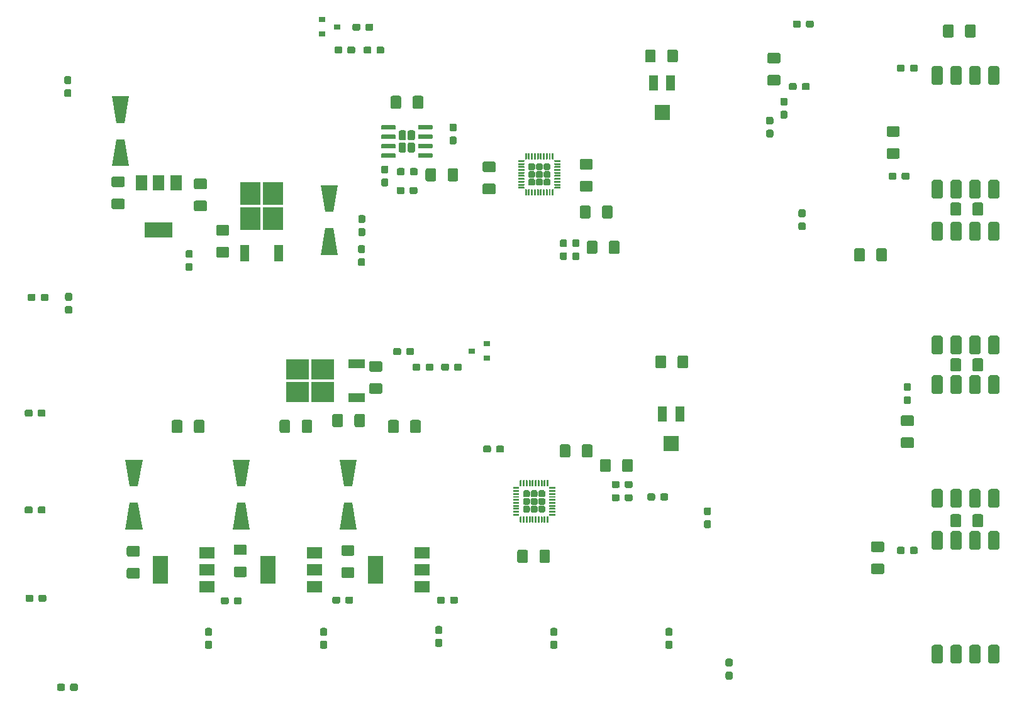
<source format=gbr>
G04 #@! TF.GenerationSoftware,KiCad,Pcbnew,(5.1.5-0-10_14)*
G04 #@! TF.CreationDate,2020-07-08T15:30:13+02:00*
G04 #@! TF.ProjectId,Main_Board_v1_3_smd,4d61696e-5f42-46f6-9172-645f76315f33,rev?*
G04 #@! TF.SameCoordinates,Original*
G04 #@! TF.FileFunction,Paste,Top*
G04 #@! TF.FilePolarity,Positive*
%FSLAX46Y46*%
G04 Gerber Fmt 4.6, Leading zero omitted, Abs format (unit mm)*
G04 Created by KiCad (PCBNEW (5.1.5-0-10_14)) date 2020-07-08 15:30:13*
%MOMM*%
%LPD*%
G04 APERTURE LIST*
%ADD10C,0.100000*%
%ADD11R,0.900000X0.800000*%
%ADD12R,3.050000X2.750000*%
%ADD13R,2.200000X1.200000*%
%ADD14R,2.000000X1.500000*%
%ADD15R,2.000000X3.800000*%
%ADD16R,1.300000X2.000000*%
%ADD17R,2.000000X2.000000*%
%ADD18R,1.500000X2.000000*%
%ADD19R,3.800000X2.000000*%
%ADD20R,2.750000X3.050000*%
%ADD21R,1.200000X2.200000*%
G04 APERTURE END LIST*
D10*
G36*
X97044180Y-101943584D02*
G01*
X97050247Y-101944484D01*
X97056197Y-101945974D01*
X97061972Y-101948041D01*
X97067516Y-101950663D01*
X97072777Y-101953816D01*
X97077704Y-101957470D01*
X97082248Y-101961589D01*
X97086367Y-101966133D01*
X97090021Y-101971060D01*
X97093174Y-101976321D01*
X97095796Y-101981865D01*
X97097863Y-101987640D01*
X97099353Y-101993590D01*
X97100253Y-101999657D01*
X97100554Y-102005783D01*
X97100554Y-102130783D01*
X97100253Y-102136909D01*
X97099353Y-102142976D01*
X97097863Y-102148926D01*
X97095796Y-102154701D01*
X97093174Y-102160245D01*
X97090021Y-102165506D01*
X97086367Y-102170433D01*
X97082248Y-102174977D01*
X97077704Y-102179096D01*
X97072777Y-102182750D01*
X97067516Y-102185903D01*
X97061972Y-102188525D01*
X97056197Y-102190592D01*
X97050247Y-102192082D01*
X97044180Y-102192982D01*
X97038054Y-102193283D01*
X96338054Y-102193283D01*
X96331928Y-102192982D01*
X96325861Y-102192082D01*
X96319911Y-102190592D01*
X96314136Y-102188525D01*
X96308592Y-102185903D01*
X96303331Y-102182750D01*
X96298404Y-102179096D01*
X96293860Y-102174977D01*
X96289741Y-102170433D01*
X96286087Y-102165506D01*
X96282934Y-102160245D01*
X96280312Y-102154701D01*
X96278245Y-102148926D01*
X96276755Y-102142976D01*
X96275855Y-102136909D01*
X96275554Y-102130783D01*
X96275554Y-102005783D01*
X96275855Y-101999657D01*
X96276755Y-101993590D01*
X96278245Y-101987640D01*
X96280312Y-101981865D01*
X96282934Y-101976321D01*
X96286087Y-101971060D01*
X96289741Y-101966133D01*
X96293860Y-101961589D01*
X96298404Y-101957470D01*
X96303331Y-101953816D01*
X96308592Y-101950663D01*
X96314136Y-101948041D01*
X96319911Y-101945974D01*
X96325861Y-101944484D01*
X96331928Y-101943584D01*
X96338054Y-101943283D01*
X97038054Y-101943283D01*
X97044180Y-101943584D01*
G37*
G36*
X97044180Y-101543584D02*
G01*
X97050247Y-101544484D01*
X97056197Y-101545974D01*
X97061972Y-101548041D01*
X97067516Y-101550663D01*
X97072777Y-101553816D01*
X97077704Y-101557470D01*
X97082248Y-101561589D01*
X97086367Y-101566133D01*
X97090021Y-101571060D01*
X97093174Y-101576321D01*
X97095796Y-101581865D01*
X97097863Y-101587640D01*
X97099353Y-101593590D01*
X97100253Y-101599657D01*
X97100554Y-101605783D01*
X97100554Y-101730783D01*
X97100253Y-101736909D01*
X97099353Y-101742976D01*
X97097863Y-101748926D01*
X97095796Y-101754701D01*
X97093174Y-101760245D01*
X97090021Y-101765506D01*
X97086367Y-101770433D01*
X97082248Y-101774977D01*
X97077704Y-101779096D01*
X97072777Y-101782750D01*
X97067516Y-101785903D01*
X97061972Y-101788525D01*
X97056197Y-101790592D01*
X97050247Y-101792082D01*
X97044180Y-101792982D01*
X97038054Y-101793283D01*
X96338054Y-101793283D01*
X96331928Y-101792982D01*
X96325861Y-101792082D01*
X96319911Y-101790592D01*
X96314136Y-101788525D01*
X96308592Y-101785903D01*
X96303331Y-101782750D01*
X96298404Y-101779096D01*
X96293860Y-101774977D01*
X96289741Y-101770433D01*
X96286087Y-101765506D01*
X96282934Y-101760245D01*
X96280312Y-101754701D01*
X96278245Y-101748926D01*
X96276755Y-101742976D01*
X96275855Y-101736909D01*
X96275554Y-101730783D01*
X96275554Y-101605783D01*
X96275855Y-101599657D01*
X96276755Y-101593590D01*
X96278245Y-101587640D01*
X96280312Y-101581865D01*
X96282934Y-101576321D01*
X96286087Y-101571060D01*
X96289741Y-101566133D01*
X96293860Y-101561589D01*
X96298404Y-101557470D01*
X96303331Y-101553816D01*
X96308592Y-101550663D01*
X96314136Y-101548041D01*
X96319911Y-101545974D01*
X96325861Y-101544484D01*
X96331928Y-101543584D01*
X96338054Y-101543283D01*
X97038054Y-101543283D01*
X97044180Y-101543584D01*
G37*
G36*
X97044180Y-101143584D02*
G01*
X97050247Y-101144484D01*
X97056197Y-101145974D01*
X97061972Y-101148041D01*
X97067516Y-101150663D01*
X97072777Y-101153816D01*
X97077704Y-101157470D01*
X97082248Y-101161589D01*
X97086367Y-101166133D01*
X97090021Y-101171060D01*
X97093174Y-101176321D01*
X97095796Y-101181865D01*
X97097863Y-101187640D01*
X97099353Y-101193590D01*
X97100253Y-101199657D01*
X97100554Y-101205783D01*
X97100554Y-101330783D01*
X97100253Y-101336909D01*
X97099353Y-101342976D01*
X97097863Y-101348926D01*
X97095796Y-101354701D01*
X97093174Y-101360245D01*
X97090021Y-101365506D01*
X97086367Y-101370433D01*
X97082248Y-101374977D01*
X97077704Y-101379096D01*
X97072777Y-101382750D01*
X97067516Y-101385903D01*
X97061972Y-101388525D01*
X97056197Y-101390592D01*
X97050247Y-101392082D01*
X97044180Y-101392982D01*
X97038054Y-101393283D01*
X96338054Y-101393283D01*
X96331928Y-101392982D01*
X96325861Y-101392082D01*
X96319911Y-101390592D01*
X96314136Y-101388525D01*
X96308592Y-101385903D01*
X96303331Y-101382750D01*
X96298404Y-101379096D01*
X96293860Y-101374977D01*
X96289741Y-101370433D01*
X96286087Y-101365506D01*
X96282934Y-101360245D01*
X96280312Y-101354701D01*
X96278245Y-101348926D01*
X96276755Y-101342976D01*
X96275855Y-101336909D01*
X96275554Y-101330783D01*
X96275554Y-101205783D01*
X96275855Y-101199657D01*
X96276755Y-101193590D01*
X96278245Y-101187640D01*
X96280312Y-101181865D01*
X96282934Y-101176321D01*
X96286087Y-101171060D01*
X96289741Y-101166133D01*
X96293860Y-101161589D01*
X96298404Y-101157470D01*
X96303331Y-101153816D01*
X96308592Y-101150663D01*
X96314136Y-101148041D01*
X96319911Y-101145974D01*
X96325861Y-101144484D01*
X96331928Y-101143584D01*
X96338054Y-101143283D01*
X97038054Y-101143283D01*
X97044180Y-101143584D01*
G37*
G36*
X97044180Y-100743584D02*
G01*
X97050247Y-100744484D01*
X97056197Y-100745974D01*
X97061972Y-100748041D01*
X97067516Y-100750663D01*
X97072777Y-100753816D01*
X97077704Y-100757470D01*
X97082248Y-100761589D01*
X97086367Y-100766133D01*
X97090021Y-100771060D01*
X97093174Y-100776321D01*
X97095796Y-100781865D01*
X97097863Y-100787640D01*
X97099353Y-100793590D01*
X97100253Y-100799657D01*
X97100554Y-100805783D01*
X97100554Y-100930783D01*
X97100253Y-100936909D01*
X97099353Y-100942976D01*
X97097863Y-100948926D01*
X97095796Y-100954701D01*
X97093174Y-100960245D01*
X97090021Y-100965506D01*
X97086367Y-100970433D01*
X97082248Y-100974977D01*
X97077704Y-100979096D01*
X97072777Y-100982750D01*
X97067516Y-100985903D01*
X97061972Y-100988525D01*
X97056197Y-100990592D01*
X97050247Y-100992082D01*
X97044180Y-100992982D01*
X97038054Y-100993283D01*
X96338054Y-100993283D01*
X96331928Y-100992982D01*
X96325861Y-100992082D01*
X96319911Y-100990592D01*
X96314136Y-100988525D01*
X96308592Y-100985903D01*
X96303331Y-100982750D01*
X96298404Y-100979096D01*
X96293860Y-100974977D01*
X96289741Y-100970433D01*
X96286087Y-100965506D01*
X96282934Y-100960245D01*
X96280312Y-100954701D01*
X96278245Y-100948926D01*
X96276755Y-100942976D01*
X96275855Y-100936909D01*
X96275554Y-100930783D01*
X96275554Y-100805783D01*
X96275855Y-100799657D01*
X96276755Y-100793590D01*
X96278245Y-100787640D01*
X96280312Y-100781865D01*
X96282934Y-100776321D01*
X96286087Y-100771060D01*
X96289741Y-100766133D01*
X96293860Y-100761589D01*
X96298404Y-100757470D01*
X96303331Y-100753816D01*
X96308592Y-100750663D01*
X96314136Y-100748041D01*
X96319911Y-100745974D01*
X96325861Y-100744484D01*
X96331928Y-100743584D01*
X96338054Y-100743283D01*
X97038054Y-100743283D01*
X97044180Y-100743584D01*
G37*
G36*
X97044180Y-100343584D02*
G01*
X97050247Y-100344484D01*
X97056197Y-100345974D01*
X97061972Y-100348041D01*
X97067516Y-100350663D01*
X97072777Y-100353816D01*
X97077704Y-100357470D01*
X97082248Y-100361589D01*
X97086367Y-100366133D01*
X97090021Y-100371060D01*
X97093174Y-100376321D01*
X97095796Y-100381865D01*
X97097863Y-100387640D01*
X97099353Y-100393590D01*
X97100253Y-100399657D01*
X97100554Y-100405783D01*
X97100554Y-100530783D01*
X97100253Y-100536909D01*
X97099353Y-100542976D01*
X97097863Y-100548926D01*
X97095796Y-100554701D01*
X97093174Y-100560245D01*
X97090021Y-100565506D01*
X97086367Y-100570433D01*
X97082248Y-100574977D01*
X97077704Y-100579096D01*
X97072777Y-100582750D01*
X97067516Y-100585903D01*
X97061972Y-100588525D01*
X97056197Y-100590592D01*
X97050247Y-100592082D01*
X97044180Y-100592982D01*
X97038054Y-100593283D01*
X96338054Y-100593283D01*
X96331928Y-100592982D01*
X96325861Y-100592082D01*
X96319911Y-100590592D01*
X96314136Y-100588525D01*
X96308592Y-100585903D01*
X96303331Y-100582750D01*
X96298404Y-100579096D01*
X96293860Y-100574977D01*
X96289741Y-100570433D01*
X96286087Y-100565506D01*
X96282934Y-100560245D01*
X96280312Y-100554701D01*
X96278245Y-100548926D01*
X96276755Y-100542976D01*
X96275855Y-100536909D01*
X96275554Y-100530783D01*
X96275554Y-100405783D01*
X96275855Y-100399657D01*
X96276755Y-100393590D01*
X96278245Y-100387640D01*
X96280312Y-100381865D01*
X96282934Y-100376321D01*
X96286087Y-100371060D01*
X96289741Y-100366133D01*
X96293860Y-100361589D01*
X96298404Y-100357470D01*
X96303331Y-100353816D01*
X96308592Y-100350663D01*
X96314136Y-100348041D01*
X96319911Y-100345974D01*
X96325861Y-100344484D01*
X96331928Y-100343584D01*
X96338054Y-100343283D01*
X97038054Y-100343283D01*
X97044180Y-100343584D01*
G37*
G36*
X97044180Y-99943584D02*
G01*
X97050247Y-99944484D01*
X97056197Y-99945974D01*
X97061972Y-99948041D01*
X97067516Y-99950663D01*
X97072777Y-99953816D01*
X97077704Y-99957470D01*
X97082248Y-99961589D01*
X97086367Y-99966133D01*
X97090021Y-99971060D01*
X97093174Y-99976321D01*
X97095796Y-99981865D01*
X97097863Y-99987640D01*
X97099353Y-99993590D01*
X97100253Y-99999657D01*
X97100554Y-100005783D01*
X97100554Y-100130783D01*
X97100253Y-100136909D01*
X97099353Y-100142976D01*
X97097863Y-100148926D01*
X97095796Y-100154701D01*
X97093174Y-100160245D01*
X97090021Y-100165506D01*
X97086367Y-100170433D01*
X97082248Y-100174977D01*
X97077704Y-100179096D01*
X97072777Y-100182750D01*
X97067516Y-100185903D01*
X97061972Y-100188525D01*
X97056197Y-100190592D01*
X97050247Y-100192082D01*
X97044180Y-100192982D01*
X97038054Y-100193283D01*
X96338054Y-100193283D01*
X96331928Y-100192982D01*
X96325861Y-100192082D01*
X96319911Y-100190592D01*
X96314136Y-100188525D01*
X96308592Y-100185903D01*
X96303331Y-100182750D01*
X96298404Y-100179096D01*
X96293860Y-100174977D01*
X96289741Y-100170433D01*
X96286087Y-100165506D01*
X96282934Y-100160245D01*
X96280312Y-100154701D01*
X96278245Y-100148926D01*
X96276755Y-100142976D01*
X96275855Y-100136909D01*
X96275554Y-100130783D01*
X96275554Y-100005783D01*
X96275855Y-99999657D01*
X96276755Y-99993590D01*
X96278245Y-99987640D01*
X96280312Y-99981865D01*
X96282934Y-99976321D01*
X96286087Y-99971060D01*
X96289741Y-99966133D01*
X96293860Y-99961589D01*
X96298404Y-99957470D01*
X96303331Y-99953816D01*
X96308592Y-99950663D01*
X96314136Y-99948041D01*
X96319911Y-99945974D01*
X96325861Y-99944484D01*
X96331928Y-99943584D01*
X96338054Y-99943283D01*
X97038054Y-99943283D01*
X97044180Y-99943584D01*
G37*
G36*
X97044180Y-99543584D02*
G01*
X97050247Y-99544484D01*
X97056197Y-99545974D01*
X97061972Y-99548041D01*
X97067516Y-99550663D01*
X97072777Y-99553816D01*
X97077704Y-99557470D01*
X97082248Y-99561589D01*
X97086367Y-99566133D01*
X97090021Y-99571060D01*
X97093174Y-99576321D01*
X97095796Y-99581865D01*
X97097863Y-99587640D01*
X97099353Y-99593590D01*
X97100253Y-99599657D01*
X97100554Y-99605783D01*
X97100554Y-99730783D01*
X97100253Y-99736909D01*
X97099353Y-99742976D01*
X97097863Y-99748926D01*
X97095796Y-99754701D01*
X97093174Y-99760245D01*
X97090021Y-99765506D01*
X97086367Y-99770433D01*
X97082248Y-99774977D01*
X97077704Y-99779096D01*
X97072777Y-99782750D01*
X97067516Y-99785903D01*
X97061972Y-99788525D01*
X97056197Y-99790592D01*
X97050247Y-99792082D01*
X97044180Y-99792982D01*
X97038054Y-99793283D01*
X96338054Y-99793283D01*
X96331928Y-99792982D01*
X96325861Y-99792082D01*
X96319911Y-99790592D01*
X96314136Y-99788525D01*
X96308592Y-99785903D01*
X96303331Y-99782750D01*
X96298404Y-99779096D01*
X96293860Y-99774977D01*
X96289741Y-99770433D01*
X96286087Y-99765506D01*
X96282934Y-99760245D01*
X96280312Y-99754701D01*
X96278245Y-99748926D01*
X96276755Y-99742976D01*
X96275855Y-99736909D01*
X96275554Y-99730783D01*
X96275554Y-99605783D01*
X96275855Y-99599657D01*
X96276755Y-99593590D01*
X96278245Y-99587640D01*
X96280312Y-99581865D01*
X96282934Y-99576321D01*
X96286087Y-99571060D01*
X96289741Y-99566133D01*
X96293860Y-99561589D01*
X96298404Y-99557470D01*
X96303331Y-99553816D01*
X96308592Y-99550663D01*
X96314136Y-99548041D01*
X96319911Y-99545974D01*
X96325861Y-99544484D01*
X96331928Y-99543584D01*
X96338054Y-99543283D01*
X97038054Y-99543283D01*
X97044180Y-99543584D01*
G37*
G36*
X97044180Y-99143584D02*
G01*
X97050247Y-99144484D01*
X97056197Y-99145974D01*
X97061972Y-99148041D01*
X97067516Y-99150663D01*
X97072777Y-99153816D01*
X97077704Y-99157470D01*
X97082248Y-99161589D01*
X97086367Y-99166133D01*
X97090021Y-99171060D01*
X97093174Y-99176321D01*
X97095796Y-99181865D01*
X97097863Y-99187640D01*
X97099353Y-99193590D01*
X97100253Y-99199657D01*
X97100554Y-99205783D01*
X97100554Y-99330783D01*
X97100253Y-99336909D01*
X97099353Y-99342976D01*
X97097863Y-99348926D01*
X97095796Y-99354701D01*
X97093174Y-99360245D01*
X97090021Y-99365506D01*
X97086367Y-99370433D01*
X97082248Y-99374977D01*
X97077704Y-99379096D01*
X97072777Y-99382750D01*
X97067516Y-99385903D01*
X97061972Y-99388525D01*
X97056197Y-99390592D01*
X97050247Y-99392082D01*
X97044180Y-99392982D01*
X97038054Y-99393283D01*
X96338054Y-99393283D01*
X96331928Y-99392982D01*
X96325861Y-99392082D01*
X96319911Y-99390592D01*
X96314136Y-99388525D01*
X96308592Y-99385903D01*
X96303331Y-99382750D01*
X96298404Y-99379096D01*
X96293860Y-99374977D01*
X96289741Y-99370433D01*
X96286087Y-99365506D01*
X96282934Y-99360245D01*
X96280312Y-99354701D01*
X96278245Y-99348926D01*
X96276755Y-99342976D01*
X96275855Y-99336909D01*
X96275554Y-99330783D01*
X96275554Y-99205783D01*
X96275855Y-99199657D01*
X96276755Y-99193590D01*
X96278245Y-99187640D01*
X96280312Y-99181865D01*
X96282934Y-99176321D01*
X96286087Y-99171060D01*
X96289741Y-99166133D01*
X96293860Y-99161589D01*
X96298404Y-99157470D01*
X96303331Y-99153816D01*
X96308592Y-99150663D01*
X96314136Y-99148041D01*
X96319911Y-99145974D01*
X96325861Y-99144484D01*
X96331928Y-99143584D01*
X96338054Y-99143283D01*
X97038054Y-99143283D01*
X97044180Y-99143584D01*
G37*
G36*
X97044180Y-98743584D02*
G01*
X97050247Y-98744484D01*
X97056197Y-98745974D01*
X97061972Y-98748041D01*
X97067516Y-98750663D01*
X97072777Y-98753816D01*
X97077704Y-98757470D01*
X97082248Y-98761589D01*
X97086367Y-98766133D01*
X97090021Y-98771060D01*
X97093174Y-98776321D01*
X97095796Y-98781865D01*
X97097863Y-98787640D01*
X97099353Y-98793590D01*
X97100253Y-98799657D01*
X97100554Y-98805783D01*
X97100554Y-98930783D01*
X97100253Y-98936909D01*
X97099353Y-98942976D01*
X97097863Y-98948926D01*
X97095796Y-98954701D01*
X97093174Y-98960245D01*
X97090021Y-98965506D01*
X97086367Y-98970433D01*
X97082248Y-98974977D01*
X97077704Y-98979096D01*
X97072777Y-98982750D01*
X97067516Y-98985903D01*
X97061972Y-98988525D01*
X97056197Y-98990592D01*
X97050247Y-98992082D01*
X97044180Y-98992982D01*
X97038054Y-98993283D01*
X96338054Y-98993283D01*
X96331928Y-98992982D01*
X96325861Y-98992082D01*
X96319911Y-98990592D01*
X96314136Y-98988525D01*
X96308592Y-98985903D01*
X96303331Y-98982750D01*
X96298404Y-98979096D01*
X96293860Y-98974977D01*
X96289741Y-98970433D01*
X96286087Y-98965506D01*
X96282934Y-98960245D01*
X96280312Y-98954701D01*
X96278245Y-98948926D01*
X96276755Y-98942976D01*
X96275855Y-98936909D01*
X96275554Y-98930783D01*
X96275554Y-98805783D01*
X96275855Y-98799657D01*
X96276755Y-98793590D01*
X96278245Y-98787640D01*
X96280312Y-98781865D01*
X96282934Y-98776321D01*
X96286087Y-98771060D01*
X96289741Y-98766133D01*
X96293860Y-98761589D01*
X96298404Y-98757470D01*
X96303331Y-98753816D01*
X96308592Y-98750663D01*
X96314136Y-98748041D01*
X96319911Y-98745974D01*
X96325861Y-98744484D01*
X96331928Y-98743584D01*
X96338054Y-98743283D01*
X97038054Y-98743283D01*
X97044180Y-98743584D01*
G37*
G36*
X97044180Y-98343584D02*
G01*
X97050247Y-98344484D01*
X97056197Y-98345974D01*
X97061972Y-98348041D01*
X97067516Y-98350663D01*
X97072777Y-98353816D01*
X97077704Y-98357470D01*
X97082248Y-98361589D01*
X97086367Y-98366133D01*
X97090021Y-98371060D01*
X97093174Y-98376321D01*
X97095796Y-98381865D01*
X97097863Y-98387640D01*
X97099353Y-98393590D01*
X97100253Y-98399657D01*
X97100554Y-98405783D01*
X97100554Y-98530783D01*
X97100253Y-98536909D01*
X97099353Y-98542976D01*
X97097863Y-98548926D01*
X97095796Y-98554701D01*
X97093174Y-98560245D01*
X97090021Y-98565506D01*
X97086367Y-98570433D01*
X97082248Y-98574977D01*
X97077704Y-98579096D01*
X97072777Y-98582750D01*
X97067516Y-98585903D01*
X97061972Y-98588525D01*
X97056197Y-98590592D01*
X97050247Y-98592082D01*
X97044180Y-98592982D01*
X97038054Y-98593283D01*
X96338054Y-98593283D01*
X96331928Y-98592982D01*
X96325861Y-98592082D01*
X96319911Y-98590592D01*
X96314136Y-98588525D01*
X96308592Y-98585903D01*
X96303331Y-98582750D01*
X96298404Y-98579096D01*
X96293860Y-98574977D01*
X96289741Y-98570433D01*
X96286087Y-98565506D01*
X96282934Y-98560245D01*
X96280312Y-98554701D01*
X96278245Y-98548926D01*
X96276755Y-98542976D01*
X96275855Y-98536909D01*
X96275554Y-98530783D01*
X96275554Y-98405783D01*
X96275855Y-98399657D01*
X96276755Y-98393590D01*
X96278245Y-98387640D01*
X96280312Y-98381865D01*
X96282934Y-98376321D01*
X96286087Y-98371060D01*
X96289741Y-98366133D01*
X96293860Y-98361589D01*
X96298404Y-98357470D01*
X96303331Y-98353816D01*
X96308592Y-98350663D01*
X96314136Y-98348041D01*
X96319911Y-98345974D01*
X96325861Y-98344484D01*
X96331928Y-98343584D01*
X96338054Y-98343283D01*
X97038054Y-98343283D01*
X97044180Y-98343584D01*
G37*
G36*
X97394180Y-97418584D02*
G01*
X97400247Y-97419484D01*
X97406197Y-97420974D01*
X97411972Y-97423041D01*
X97417516Y-97425663D01*
X97422777Y-97428816D01*
X97427704Y-97432470D01*
X97432248Y-97436589D01*
X97436367Y-97441133D01*
X97440021Y-97446060D01*
X97443174Y-97451321D01*
X97445796Y-97456865D01*
X97447863Y-97462640D01*
X97449353Y-97468590D01*
X97450253Y-97474657D01*
X97450554Y-97480783D01*
X97450554Y-98180783D01*
X97450253Y-98186909D01*
X97449353Y-98192976D01*
X97447863Y-98198926D01*
X97445796Y-98204701D01*
X97443174Y-98210245D01*
X97440021Y-98215506D01*
X97436367Y-98220433D01*
X97432248Y-98224977D01*
X97427704Y-98229096D01*
X97422777Y-98232750D01*
X97417516Y-98235903D01*
X97411972Y-98238525D01*
X97406197Y-98240592D01*
X97400247Y-98242082D01*
X97394180Y-98242982D01*
X97388054Y-98243283D01*
X97263054Y-98243283D01*
X97256928Y-98242982D01*
X97250861Y-98242082D01*
X97244911Y-98240592D01*
X97239136Y-98238525D01*
X97233592Y-98235903D01*
X97228331Y-98232750D01*
X97223404Y-98229096D01*
X97218860Y-98224977D01*
X97214741Y-98220433D01*
X97211087Y-98215506D01*
X97207934Y-98210245D01*
X97205312Y-98204701D01*
X97203245Y-98198926D01*
X97201755Y-98192976D01*
X97200855Y-98186909D01*
X97200554Y-98180783D01*
X97200554Y-97480783D01*
X97200855Y-97474657D01*
X97201755Y-97468590D01*
X97203245Y-97462640D01*
X97205312Y-97456865D01*
X97207934Y-97451321D01*
X97211087Y-97446060D01*
X97214741Y-97441133D01*
X97218860Y-97436589D01*
X97223404Y-97432470D01*
X97228331Y-97428816D01*
X97233592Y-97425663D01*
X97239136Y-97423041D01*
X97244911Y-97420974D01*
X97250861Y-97419484D01*
X97256928Y-97418584D01*
X97263054Y-97418283D01*
X97388054Y-97418283D01*
X97394180Y-97418584D01*
G37*
G36*
X97794180Y-97418584D02*
G01*
X97800247Y-97419484D01*
X97806197Y-97420974D01*
X97811972Y-97423041D01*
X97817516Y-97425663D01*
X97822777Y-97428816D01*
X97827704Y-97432470D01*
X97832248Y-97436589D01*
X97836367Y-97441133D01*
X97840021Y-97446060D01*
X97843174Y-97451321D01*
X97845796Y-97456865D01*
X97847863Y-97462640D01*
X97849353Y-97468590D01*
X97850253Y-97474657D01*
X97850554Y-97480783D01*
X97850554Y-98180783D01*
X97850253Y-98186909D01*
X97849353Y-98192976D01*
X97847863Y-98198926D01*
X97845796Y-98204701D01*
X97843174Y-98210245D01*
X97840021Y-98215506D01*
X97836367Y-98220433D01*
X97832248Y-98224977D01*
X97827704Y-98229096D01*
X97822777Y-98232750D01*
X97817516Y-98235903D01*
X97811972Y-98238525D01*
X97806197Y-98240592D01*
X97800247Y-98242082D01*
X97794180Y-98242982D01*
X97788054Y-98243283D01*
X97663054Y-98243283D01*
X97656928Y-98242982D01*
X97650861Y-98242082D01*
X97644911Y-98240592D01*
X97639136Y-98238525D01*
X97633592Y-98235903D01*
X97628331Y-98232750D01*
X97623404Y-98229096D01*
X97618860Y-98224977D01*
X97614741Y-98220433D01*
X97611087Y-98215506D01*
X97607934Y-98210245D01*
X97605312Y-98204701D01*
X97603245Y-98198926D01*
X97601755Y-98192976D01*
X97600855Y-98186909D01*
X97600554Y-98180783D01*
X97600554Y-97480783D01*
X97600855Y-97474657D01*
X97601755Y-97468590D01*
X97603245Y-97462640D01*
X97605312Y-97456865D01*
X97607934Y-97451321D01*
X97611087Y-97446060D01*
X97614741Y-97441133D01*
X97618860Y-97436589D01*
X97623404Y-97432470D01*
X97628331Y-97428816D01*
X97633592Y-97425663D01*
X97639136Y-97423041D01*
X97644911Y-97420974D01*
X97650861Y-97419484D01*
X97656928Y-97418584D01*
X97663054Y-97418283D01*
X97788054Y-97418283D01*
X97794180Y-97418584D01*
G37*
G36*
X98194180Y-97418584D02*
G01*
X98200247Y-97419484D01*
X98206197Y-97420974D01*
X98211972Y-97423041D01*
X98217516Y-97425663D01*
X98222777Y-97428816D01*
X98227704Y-97432470D01*
X98232248Y-97436589D01*
X98236367Y-97441133D01*
X98240021Y-97446060D01*
X98243174Y-97451321D01*
X98245796Y-97456865D01*
X98247863Y-97462640D01*
X98249353Y-97468590D01*
X98250253Y-97474657D01*
X98250554Y-97480783D01*
X98250554Y-98180783D01*
X98250253Y-98186909D01*
X98249353Y-98192976D01*
X98247863Y-98198926D01*
X98245796Y-98204701D01*
X98243174Y-98210245D01*
X98240021Y-98215506D01*
X98236367Y-98220433D01*
X98232248Y-98224977D01*
X98227704Y-98229096D01*
X98222777Y-98232750D01*
X98217516Y-98235903D01*
X98211972Y-98238525D01*
X98206197Y-98240592D01*
X98200247Y-98242082D01*
X98194180Y-98242982D01*
X98188054Y-98243283D01*
X98063054Y-98243283D01*
X98056928Y-98242982D01*
X98050861Y-98242082D01*
X98044911Y-98240592D01*
X98039136Y-98238525D01*
X98033592Y-98235903D01*
X98028331Y-98232750D01*
X98023404Y-98229096D01*
X98018860Y-98224977D01*
X98014741Y-98220433D01*
X98011087Y-98215506D01*
X98007934Y-98210245D01*
X98005312Y-98204701D01*
X98003245Y-98198926D01*
X98001755Y-98192976D01*
X98000855Y-98186909D01*
X98000554Y-98180783D01*
X98000554Y-97480783D01*
X98000855Y-97474657D01*
X98001755Y-97468590D01*
X98003245Y-97462640D01*
X98005312Y-97456865D01*
X98007934Y-97451321D01*
X98011087Y-97446060D01*
X98014741Y-97441133D01*
X98018860Y-97436589D01*
X98023404Y-97432470D01*
X98028331Y-97428816D01*
X98033592Y-97425663D01*
X98039136Y-97423041D01*
X98044911Y-97420974D01*
X98050861Y-97419484D01*
X98056928Y-97418584D01*
X98063054Y-97418283D01*
X98188054Y-97418283D01*
X98194180Y-97418584D01*
G37*
G36*
X98594180Y-97418584D02*
G01*
X98600247Y-97419484D01*
X98606197Y-97420974D01*
X98611972Y-97423041D01*
X98617516Y-97425663D01*
X98622777Y-97428816D01*
X98627704Y-97432470D01*
X98632248Y-97436589D01*
X98636367Y-97441133D01*
X98640021Y-97446060D01*
X98643174Y-97451321D01*
X98645796Y-97456865D01*
X98647863Y-97462640D01*
X98649353Y-97468590D01*
X98650253Y-97474657D01*
X98650554Y-97480783D01*
X98650554Y-98180783D01*
X98650253Y-98186909D01*
X98649353Y-98192976D01*
X98647863Y-98198926D01*
X98645796Y-98204701D01*
X98643174Y-98210245D01*
X98640021Y-98215506D01*
X98636367Y-98220433D01*
X98632248Y-98224977D01*
X98627704Y-98229096D01*
X98622777Y-98232750D01*
X98617516Y-98235903D01*
X98611972Y-98238525D01*
X98606197Y-98240592D01*
X98600247Y-98242082D01*
X98594180Y-98242982D01*
X98588054Y-98243283D01*
X98463054Y-98243283D01*
X98456928Y-98242982D01*
X98450861Y-98242082D01*
X98444911Y-98240592D01*
X98439136Y-98238525D01*
X98433592Y-98235903D01*
X98428331Y-98232750D01*
X98423404Y-98229096D01*
X98418860Y-98224977D01*
X98414741Y-98220433D01*
X98411087Y-98215506D01*
X98407934Y-98210245D01*
X98405312Y-98204701D01*
X98403245Y-98198926D01*
X98401755Y-98192976D01*
X98400855Y-98186909D01*
X98400554Y-98180783D01*
X98400554Y-97480783D01*
X98400855Y-97474657D01*
X98401755Y-97468590D01*
X98403245Y-97462640D01*
X98405312Y-97456865D01*
X98407934Y-97451321D01*
X98411087Y-97446060D01*
X98414741Y-97441133D01*
X98418860Y-97436589D01*
X98423404Y-97432470D01*
X98428331Y-97428816D01*
X98433592Y-97425663D01*
X98439136Y-97423041D01*
X98444911Y-97420974D01*
X98450861Y-97419484D01*
X98456928Y-97418584D01*
X98463054Y-97418283D01*
X98588054Y-97418283D01*
X98594180Y-97418584D01*
G37*
G36*
X98994180Y-97418584D02*
G01*
X99000247Y-97419484D01*
X99006197Y-97420974D01*
X99011972Y-97423041D01*
X99017516Y-97425663D01*
X99022777Y-97428816D01*
X99027704Y-97432470D01*
X99032248Y-97436589D01*
X99036367Y-97441133D01*
X99040021Y-97446060D01*
X99043174Y-97451321D01*
X99045796Y-97456865D01*
X99047863Y-97462640D01*
X99049353Y-97468590D01*
X99050253Y-97474657D01*
X99050554Y-97480783D01*
X99050554Y-98180783D01*
X99050253Y-98186909D01*
X99049353Y-98192976D01*
X99047863Y-98198926D01*
X99045796Y-98204701D01*
X99043174Y-98210245D01*
X99040021Y-98215506D01*
X99036367Y-98220433D01*
X99032248Y-98224977D01*
X99027704Y-98229096D01*
X99022777Y-98232750D01*
X99017516Y-98235903D01*
X99011972Y-98238525D01*
X99006197Y-98240592D01*
X99000247Y-98242082D01*
X98994180Y-98242982D01*
X98988054Y-98243283D01*
X98863054Y-98243283D01*
X98856928Y-98242982D01*
X98850861Y-98242082D01*
X98844911Y-98240592D01*
X98839136Y-98238525D01*
X98833592Y-98235903D01*
X98828331Y-98232750D01*
X98823404Y-98229096D01*
X98818860Y-98224977D01*
X98814741Y-98220433D01*
X98811087Y-98215506D01*
X98807934Y-98210245D01*
X98805312Y-98204701D01*
X98803245Y-98198926D01*
X98801755Y-98192976D01*
X98800855Y-98186909D01*
X98800554Y-98180783D01*
X98800554Y-97480783D01*
X98800855Y-97474657D01*
X98801755Y-97468590D01*
X98803245Y-97462640D01*
X98805312Y-97456865D01*
X98807934Y-97451321D01*
X98811087Y-97446060D01*
X98814741Y-97441133D01*
X98818860Y-97436589D01*
X98823404Y-97432470D01*
X98828331Y-97428816D01*
X98833592Y-97425663D01*
X98839136Y-97423041D01*
X98844911Y-97420974D01*
X98850861Y-97419484D01*
X98856928Y-97418584D01*
X98863054Y-97418283D01*
X98988054Y-97418283D01*
X98994180Y-97418584D01*
G37*
G36*
X99394180Y-97418584D02*
G01*
X99400247Y-97419484D01*
X99406197Y-97420974D01*
X99411972Y-97423041D01*
X99417516Y-97425663D01*
X99422777Y-97428816D01*
X99427704Y-97432470D01*
X99432248Y-97436589D01*
X99436367Y-97441133D01*
X99440021Y-97446060D01*
X99443174Y-97451321D01*
X99445796Y-97456865D01*
X99447863Y-97462640D01*
X99449353Y-97468590D01*
X99450253Y-97474657D01*
X99450554Y-97480783D01*
X99450554Y-98180783D01*
X99450253Y-98186909D01*
X99449353Y-98192976D01*
X99447863Y-98198926D01*
X99445796Y-98204701D01*
X99443174Y-98210245D01*
X99440021Y-98215506D01*
X99436367Y-98220433D01*
X99432248Y-98224977D01*
X99427704Y-98229096D01*
X99422777Y-98232750D01*
X99417516Y-98235903D01*
X99411972Y-98238525D01*
X99406197Y-98240592D01*
X99400247Y-98242082D01*
X99394180Y-98242982D01*
X99388054Y-98243283D01*
X99263054Y-98243283D01*
X99256928Y-98242982D01*
X99250861Y-98242082D01*
X99244911Y-98240592D01*
X99239136Y-98238525D01*
X99233592Y-98235903D01*
X99228331Y-98232750D01*
X99223404Y-98229096D01*
X99218860Y-98224977D01*
X99214741Y-98220433D01*
X99211087Y-98215506D01*
X99207934Y-98210245D01*
X99205312Y-98204701D01*
X99203245Y-98198926D01*
X99201755Y-98192976D01*
X99200855Y-98186909D01*
X99200554Y-98180783D01*
X99200554Y-97480783D01*
X99200855Y-97474657D01*
X99201755Y-97468590D01*
X99203245Y-97462640D01*
X99205312Y-97456865D01*
X99207934Y-97451321D01*
X99211087Y-97446060D01*
X99214741Y-97441133D01*
X99218860Y-97436589D01*
X99223404Y-97432470D01*
X99228331Y-97428816D01*
X99233592Y-97425663D01*
X99239136Y-97423041D01*
X99244911Y-97420974D01*
X99250861Y-97419484D01*
X99256928Y-97418584D01*
X99263054Y-97418283D01*
X99388054Y-97418283D01*
X99394180Y-97418584D01*
G37*
G36*
X99794180Y-97418584D02*
G01*
X99800247Y-97419484D01*
X99806197Y-97420974D01*
X99811972Y-97423041D01*
X99817516Y-97425663D01*
X99822777Y-97428816D01*
X99827704Y-97432470D01*
X99832248Y-97436589D01*
X99836367Y-97441133D01*
X99840021Y-97446060D01*
X99843174Y-97451321D01*
X99845796Y-97456865D01*
X99847863Y-97462640D01*
X99849353Y-97468590D01*
X99850253Y-97474657D01*
X99850554Y-97480783D01*
X99850554Y-98180783D01*
X99850253Y-98186909D01*
X99849353Y-98192976D01*
X99847863Y-98198926D01*
X99845796Y-98204701D01*
X99843174Y-98210245D01*
X99840021Y-98215506D01*
X99836367Y-98220433D01*
X99832248Y-98224977D01*
X99827704Y-98229096D01*
X99822777Y-98232750D01*
X99817516Y-98235903D01*
X99811972Y-98238525D01*
X99806197Y-98240592D01*
X99800247Y-98242082D01*
X99794180Y-98242982D01*
X99788054Y-98243283D01*
X99663054Y-98243283D01*
X99656928Y-98242982D01*
X99650861Y-98242082D01*
X99644911Y-98240592D01*
X99639136Y-98238525D01*
X99633592Y-98235903D01*
X99628331Y-98232750D01*
X99623404Y-98229096D01*
X99618860Y-98224977D01*
X99614741Y-98220433D01*
X99611087Y-98215506D01*
X99607934Y-98210245D01*
X99605312Y-98204701D01*
X99603245Y-98198926D01*
X99601755Y-98192976D01*
X99600855Y-98186909D01*
X99600554Y-98180783D01*
X99600554Y-97480783D01*
X99600855Y-97474657D01*
X99601755Y-97468590D01*
X99603245Y-97462640D01*
X99605312Y-97456865D01*
X99607934Y-97451321D01*
X99611087Y-97446060D01*
X99614741Y-97441133D01*
X99618860Y-97436589D01*
X99623404Y-97432470D01*
X99628331Y-97428816D01*
X99633592Y-97425663D01*
X99639136Y-97423041D01*
X99644911Y-97420974D01*
X99650861Y-97419484D01*
X99656928Y-97418584D01*
X99663054Y-97418283D01*
X99788054Y-97418283D01*
X99794180Y-97418584D01*
G37*
G36*
X100194180Y-97418584D02*
G01*
X100200247Y-97419484D01*
X100206197Y-97420974D01*
X100211972Y-97423041D01*
X100217516Y-97425663D01*
X100222777Y-97428816D01*
X100227704Y-97432470D01*
X100232248Y-97436589D01*
X100236367Y-97441133D01*
X100240021Y-97446060D01*
X100243174Y-97451321D01*
X100245796Y-97456865D01*
X100247863Y-97462640D01*
X100249353Y-97468590D01*
X100250253Y-97474657D01*
X100250554Y-97480783D01*
X100250554Y-98180783D01*
X100250253Y-98186909D01*
X100249353Y-98192976D01*
X100247863Y-98198926D01*
X100245796Y-98204701D01*
X100243174Y-98210245D01*
X100240021Y-98215506D01*
X100236367Y-98220433D01*
X100232248Y-98224977D01*
X100227704Y-98229096D01*
X100222777Y-98232750D01*
X100217516Y-98235903D01*
X100211972Y-98238525D01*
X100206197Y-98240592D01*
X100200247Y-98242082D01*
X100194180Y-98242982D01*
X100188054Y-98243283D01*
X100063054Y-98243283D01*
X100056928Y-98242982D01*
X100050861Y-98242082D01*
X100044911Y-98240592D01*
X100039136Y-98238525D01*
X100033592Y-98235903D01*
X100028331Y-98232750D01*
X100023404Y-98229096D01*
X100018860Y-98224977D01*
X100014741Y-98220433D01*
X100011087Y-98215506D01*
X100007934Y-98210245D01*
X100005312Y-98204701D01*
X100003245Y-98198926D01*
X100001755Y-98192976D01*
X100000855Y-98186909D01*
X100000554Y-98180783D01*
X100000554Y-97480783D01*
X100000855Y-97474657D01*
X100001755Y-97468590D01*
X100003245Y-97462640D01*
X100005312Y-97456865D01*
X100007934Y-97451321D01*
X100011087Y-97446060D01*
X100014741Y-97441133D01*
X100018860Y-97436589D01*
X100023404Y-97432470D01*
X100028331Y-97428816D01*
X100033592Y-97425663D01*
X100039136Y-97423041D01*
X100044911Y-97420974D01*
X100050861Y-97419484D01*
X100056928Y-97418584D01*
X100063054Y-97418283D01*
X100188054Y-97418283D01*
X100194180Y-97418584D01*
G37*
G36*
X100594180Y-97418584D02*
G01*
X100600247Y-97419484D01*
X100606197Y-97420974D01*
X100611972Y-97423041D01*
X100617516Y-97425663D01*
X100622777Y-97428816D01*
X100627704Y-97432470D01*
X100632248Y-97436589D01*
X100636367Y-97441133D01*
X100640021Y-97446060D01*
X100643174Y-97451321D01*
X100645796Y-97456865D01*
X100647863Y-97462640D01*
X100649353Y-97468590D01*
X100650253Y-97474657D01*
X100650554Y-97480783D01*
X100650554Y-98180783D01*
X100650253Y-98186909D01*
X100649353Y-98192976D01*
X100647863Y-98198926D01*
X100645796Y-98204701D01*
X100643174Y-98210245D01*
X100640021Y-98215506D01*
X100636367Y-98220433D01*
X100632248Y-98224977D01*
X100627704Y-98229096D01*
X100622777Y-98232750D01*
X100617516Y-98235903D01*
X100611972Y-98238525D01*
X100606197Y-98240592D01*
X100600247Y-98242082D01*
X100594180Y-98242982D01*
X100588054Y-98243283D01*
X100463054Y-98243283D01*
X100456928Y-98242982D01*
X100450861Y-98242082D01*
X100444911Y-98240592D01*
X100439136Y-98238525D01*
X100433592Y-98235903D01*
X100428331Y-98232750D01*
X100423404Y-98229096D01*
X100418860Y-98224977D01*
X100414741Y-98220433D01*
X100411087Y-98215506D01*
X100407934Y-98210245D01*
X100405312Y-98204701D01*
X100403245Y-98198926D01*
X100401755Y-98192976D01*
X100400855Y-98186909D01*
X100400554Y-98180783D01*
X100400554Y-97480783D01*
X100400855Y-97474657D01*
X100401755Y-97468590D01*
X100403245Y-97462640D01*
X100405312Y-97456865D01*
X100407934Y-97451321D01*
X100411087Y-97446060D01*
X100414741Y-97441133D01*
X100418860Y-97436589D01*
X100423404Y-97432470D01*
X100428331Y-97428816D01*
X100433592Y-97425663D01*
X100439136Y-97423041D01*
X100444911Y-97420974D01*
X100450861Y-97419484D01*
X100456928Y-97418584D01*
X100463054Y-97418283D01*
X100588054Y-97418283D01*
X100594180Y-97418584D01*
G37*
G36*
X100994180Y-97418584D02*
G01*
X101000247Y-97419484D01*
X101006197Y-97420974D01*
X101011972Y-97423041D01*
X101017516Y-97425663D01*
X101022777Y-97428816D01*
X101027704Y-97432470D01*
X101032248Y-97436589D01*
X101036367Y-97441133D01*
X101040021Y-97446060D01*
X101043174Y-97451321D01*
X101045796Y-97456865D01*
X101047863Y-97462640D01*
X101049353Y-97468590D01*
X101050253Y-97474657D01*
X101050554Y-97480783D01*
X101050554Y-98180783D01*
X101050253Y-98186909D01*
X101049353Y-98192976D01*
X101047863Y-98198926D01*
X101045796Y-98204701D01*
X101043174Y-98210245D01*
X101040021Y-98215506D01*
X101036367Y-98220433D01*
X101032248Y-98224977D01*
X101027704Y-98229096D01*
X101022777Y-98232750D01*
X101017516Y-98235903D01*
X101011972Y-98238525D01*
X101006197Y-98240592D01*
X101000247Y-98242082D01*
X100994180Y-98242982D01*
X100988054Y-98243283D01*
X100863054Y-98243283D01*
X100856928Y-98242982D01*
X100850861Y-98242082D01*
X100844911Y-98240592D01*
X100839136Y-98238525D01*
X100833592Y-98235903D01*
X100828331Y-98232750D01*
X100823404Y-98229096D01*
X100818860Y-98224977D01*
X100814741Y-98220433D01*
X100811087Y-98215506D01*
X100807934Y-98210245D01*
X100805312Y-98204701D01*
X100803245Y-98198926D01*
X100801755Y-98192976D01*
X100800855Y-98186909D01*
X100800554Y-98180783D01*
X100800554Y-97480783D01*
X100800855Y-97474657D01*
X100801755Y-97468590D01*
X100803245Y-97462640D01*
X100805312Y-97456865D01*
X100807934Y-97451321D01*
X100811087Y-97446060D01*
X100814741Y-97441133D01*
X100818860Y-97436589D01*
X100823404Y-97432470D01*
X100828331Y-97428816D01*
X100833592Y-97425663D01*
X100839136Y-97423041D01*
X100844911Y-97420974D01*
X100850861Y-97419484D01*
X100856928Y-97418584D01*
X100863054Y-97418283D01*
X100988054Y-97418283D01*
X100994180Y-97418584D01*
G37*
G36*
X101919180Y-98343584D02*
G01*
X101925247Y-98344484D01*
X101931197Y-98345974D01*
X101936972Y-98348041D01*
X101942516Y-98350663D01*
X101947777Y-98353816D01*
X101952704Y-98357470D01*
X101957248Y-98361589D01*
X101961367Y-98366133D01*
X101965021Y-98371060D01*
X101968174Y-98376321D01*
X101970796Y-98381865D01*
X101972863Y-98387640D01*
X101974353Y-98393590D01*
X101975253Y-98399657D01*
X101975554Y-98405783D01*
X101975554Y-98530783D01*
X101975253Y-98536909D01*
X101974353Y-98542976D01*
X101972863Y-98548926D01*
X101970796Y-98554701D01*
X101968174Y-98560245D01*
X101965021Y-98565506D01*
X101961367Y-98570433D01*
X101957248Y-98574977D01*
X101952704Y-98579096D01*
X101947777Y-98582750D01*
X101942516Y-98585903D01*
X101936972Y-98588525D01*
X101931197Y-98590592D01*
X101925247Y-98592082D01*
X101919180Y-98592982D01*
X101913054Y-98593283D01*
X101213054Y-98593283D01*
X101206928Y-98592982D01*
X101200861Y-98592082D01*
X101194911Y-98590592D01*
X101189136Y-98588525D01*
X101183592Y-98585903D01*
X101178331Y-98582750D01*
X101173404Y-98579096D01*
X101168860Y-98574977D01*
X101164741Y-98570433D01*
X101161087Y-98565506D01*
X101157934Y-98560245D01*
X101155312Y-98554701D01*
X101153245Y-98548926D01*
X101151755Y-98542976D01*
X101150855Y-98536909D01*
X101150554Y-98530783D01*
X101150554Y-98405783D01*
X101150855Y-98399657D01*
X101151755Y-98393590D01*
X101153245Y-98387640D01*
X101155312Y-98381865D01*
X101157934Y-98376321D01*
X101161087Y-98371060D01*
X101164741Y-98366133D01*
X101168860Y-98361589D01*
X101173404Y-98357470D01*
X101178331Y-98353816D01*
X101183592Y-98350663D01*
X101189136Y-98348041D01*
X101194911Y-98345974D01*
X101200861Y-98344484D01*
X101206928Y-98343584D01*
X101213054Y-98343283D01*
X101913054Y-98343283D01*
X101919180Y-98343584D01*
G37*
G36*
X101919180Y-98743584D02*
G01*
X101925247Y-98744484D01*
X101931197Y-98745974D01*
X101936972Y-98748041D01*
X101942516Y-98750663D01*
X101947777Y-98753816D01*
X101952704Y-98757470D01*
X101957248Y-98761589D01*
X101961367Y-98766133D01*
X101965021Y-98771060D01*
X101968174Y-98776321D01*
X101970796Y-98781865D01*
X101972863Y-98787640D01*
X101974353Y-98793590D01*
X101975253Y-98799657D01*
X101975554Y-98805783D01*
X101975554Y-98930783D01*
X101975253Y-98936909D01*
X101974353Y-98942976D01*
X101972863Y-98948926D01*
X101970796Y-98954701D01*
X101968174Y-98960245D01*
X101965021Y-98965506D01*
X101961367Y-98970433D01*
X101957248Y-98974977D01*
X101952704Y-98979096D01*
X101947777Y-98982750D01*
X101942516Y-98985903D01*
X101936972Y-98988525D01*
X101931197Y-98990592D01*
X101925247Y-98992082D01*
X101919180Y-98992982D01*
X101913054Y-98993283D01*
X101213054Y-98993283D01*
X101206928Y-98992982D01*
X101200861Y-98992082D01*
X101194911Y-98990592D01*
X101189136Y-98988525D01*
X101183592Y-98985903D01*
X101178331Y-98982750D01*
X101173404Y-98979096D01*
X101168860Y-98974977D01*
X101164741Y-98970433D01*
X101161087Y-98965506D01*
X101157934Y-98960245D01*
X101155312Y-98954701D01*
X101153245Y-98948926D01*
X101151755Y-98942976D01*
X101150855Y-98936909D01*
X101150554Y-98930783D01*
X101150554Y-98805783D01*
X101150855Y-98799657D01*
X101151755Y-98793590D01*
X101153245Y-98787640D01*
X101155312Y-98781865D01*
X101157934Y-98776321D01*
X101161087Y-98771060D01*
X101164741Y-98766133D01*
X101168860Y-98761589D01*
X101173404Y-98757470D01*
X101178331Y-98753816D01*
X101183592Y-98750663D01*
X101189136Y-98748041D01*
X101194911Y-98745974D01*
X101200861Y-98744484D01*
X101206928Y-98743584D01*
X101213054Y-98743283D01*
X101913054Y-98743283D01*
X101919180Y-98743584D01*
G37*
G36*
X101919180Y-99143584D02*
G01*
X101925247Y-99144484D01*
X101931197Y-99145974D01*
X101936972Y-99148041D01*
X101942516Y-99150663D01*
X101947777Y-99153816D01*
X101952704Y-99157470D01*
X101957248Y-99161589D01*
X101961367Y-99166133D01*
X101965021Y-99171060D01*
X101968174Y-99176321D01*
X101970796Y-99181865D01*
X101972863Y-99187640D01*
X101974353Y-99193590D01*
X101975253Y-99199657D01*
X101975554Y-99205783D01*
X101975554Y-99330783D01*
X101975253Y-99336909D01*
X101974353Y-99342976D01*
X101972863Y-99348926D01*
X101970796Y-99354701D01*
X101968174Y-99360245D01*
X101965021Y-99365506D01*
X101961367Y-99370433D01*
X101957248Y-99374977D01*
X101952704Y-99379096D01*
X101947777Y-99382750D01*
X101942516Y-99385903D01*
X101936972Y-99388525D01*
X101931197Y-99390592D01*
X101925247Y-99392082D01*
X101919180Y-99392982D01*
X101913054Y-99393283D01*
X101213054Y-99393283D01*
X101206928Y-99392982D01*
X101200861Y-99392082D01*
X101194911Y-99390592D01*
X101189136Y-99388525D01*
X101183592Y-99385903D01*
X101178331Y-99382750D01*
X101173404Y-99379096D01*
X101168860Y-99374977D01*
X101164741Y-99370433D01*
X101161087Y-99365506D01*
X101157934Y-99360245D01*
X101155312Y-99354701D01*
X101153245Y-99348926D01*
X101151755Y-99342976D01*
X101150855Y-99336909D01*
X101150554Y-99330783D01*
X101150554Y-99205783D01*
X101150855Y-99199657D01*
X101151755Y-99193590D01*
X101153245Y-99187640D01*
X101155312Y-99181865D01*
X101157934Y-99176321D01*
X101161087Y-99171060D01*
X101164741Y-99166133D01*
X101168860Y-99161589D01*
X101173404Y-99157470D01*
X101178331Y-99153816D01*
X101183592Y-99150663D01*
X101189136Y-99148041D01*
X101194911Y-99145974D01*
X101200861Y-99144484D01*
X101206928Y-99143584D01*
X101213054Y-99143283D01*
X101913054Y-99143283D01*
X101919180Y-99143584D01*
G37*
G36*
X101919180Y-99543584D02*
G01*
X101925247Y-99544484D01*
X101931197Y-99545974D01*
X101936972Y-99548041D01*
X101942516Y-99550663D01*
X101947777Y-99553816D01*
X101952704Y-99557470D01*
X101957248Y-99561589D01*
X101961367Y-99566133D01*
X101965021Y-99571060D01*
X101968174Y-99576321D01*
X101970796Y-99581865D01*
X101972863Y-99587640D01*
X101974353Y-99593590D01*
X101975253Y-99599657D01*
X101975554Y-99605783D01*
X101975554Y-99730783D01*
X101975253Y-99736909D01*
X101974353Y-99742976D01*
X101972863Y-99748926D01*
X101970796Y-99754701D01*
X101968174Y-99760245D01*
X101965021Y-99765506D01*
X101961367Y-99770433D01*
X101957248Y-99774977D01*
X101952704Y-99779096D01*
X101947777Y-99782750D01*
X101942516Y-99785903D01*
X101936972Y-99788525D01*
X101931197Y-99790592D01*
X101925247Y-99792082D01*
X101919180Y-99792982D01*
X101913054Y-99793283D01*
X101213054Y-99793283D01*
X101206928Y-99792982D01*
X101200861Y-99792082D01*
X101194911Y-99790592D01*
X101189136Y-99788525D01*
X101183592Y-99785903D01*
X101178331Y-99782750D01*
X101173404Y-99779096D01*
X101168860Y-99774977D01*
X101164741Y-99770433D01*
X101161087Y-99765506D01*
X101157934Y-99760245D01*
X101155312Y-99754701D01*
X101153245Y-99748926D01*
X101151755Y-99742976D01*
X101150855Y-99736909D01*
X101150554Y-99730783D01*
X101150554Y-99605783D01*
X101150855Y-99599657D01*
X101151755Y-99593590D01*
X101153245Y-99587640D01*
X101155312Y-99581865D01*
X101157934Y-99576321D01*
X101161087Y-99571060D01*
X101164741Y-99566133D01*
X101168860Y-99561589D01*
X101173404Y-99557470D01*
X101178331Y-99553816D01*
X101183592Y-99550663D01*
X101189136Y-99548041D01*
X101194911Y-99545974D01*
X101200861Y-99544484D01*
X101206928Y-99543584D01*
X101213054Y-99543283D01*
X101913054Y-99543283D01*
X101919180Y-99543584D01*
G37*
G36*
X101919180Y-99943584D02*
G01*
X101925247Y-99944484D01*
X101931197Y-99945974D01*
X101936972Y-99948041D01*
X101942516Y-99950663D01*
X101947777Y-99953816D01*
X101952704Y-99957470D01*
X101957248Y-99961589D01*
X101961367Y-99966133D01*
X101965021Y-99971060D01*
X101968174Y-99976321D01*
X101970796Y-99981865D01*
X101972863Y-99987640D01*
X101974353Y-99993590D01*
X101975253Y-99999657D01*
X101975554Y-100005783D01*
X101975554Y-100130783D01*
X101975253Y-100136909D01*
X101974353Y-100142976D01*
X101972863Y-100148926D01*
X101970796Y-100154701D01*
X101968174Y-100160245D01*
X101965021Y-100165506D01*
X101961367Y-100170433D01*
X101957248Y-100174977D01*
X101952704Y-100179096D01*
X101947777Y-100182750D01*
X101942516Y-100185903D01*
X101936972Y-100188525D01*
X101931197Y-100190592D01*
X101925247Y-100192082D01*
X101919180Y-100192982D01*
X101913054Y-100193283D01*
X101213054Y-100193283D01*
X101206928Y-100192982D01*
X101200861Y-100192082D01*
X101194911Y-100190592D01*
X101189136Y-100188525D01*
X101183592Y-100185903D01*
X101178331Y-100182750D01*
X101173404Y-100179096D01*
X101168860Y-100174977D01*
X101164741Y-100170433D01*
X101161087Y-100165506D01*
X101157934Y-100160245D01*
X101155312Y-100154701D01*
X101153245Y-100148926D01*
X101151755Y-100142976D01*
X101150855Y-100136909D01*
X101150554Y-100130783D01*
X101150554Y-100005783D01*
X101150855Y-99999657D01*
X101151755Y-99993590D01*
X101153245Y-99987640D01*
X101155312Y-99981865D01*
X101157934Y-99976321D01*
X101161087Y-99971060D01*
X101164741Y-99966133D01*
X101168860Y-99961589D01*
X101173404Y-99957470D01*
X101178331Y-99953816D01*
X101183592Y-99950663D01*
X101189136Y-99948041D01*
X101194911Y-99945974D01*
X101200861Y-99944484D01*
X101206928Y-99943584D01*
X101213054Y-99943283D01*
X101913054Y-99943283D01*
X101919180Y-99943584D01*
G37*
G36*
X101919180Y-100343584D02*
G01*
X101925247Y-100344484D01*
X101931197Y-100345974D01*
X101936972Y-100348041D01*
X101942516Y-100350663D01*
X101947777Y-100353816D01*
X101952704Y-100357470D01*
X101957248Y-100361589D01*
X101961367Y-100366133D01*
X101965021Y-100371060D01*
X101968174Y-100376321D01*
X101970796Y-100381865D01*
X101972863Y-100387640D01*
X101974353Y-100393590D01*
X101975253Y-100399657D01*
X101975554Y-100405783D01*
X101975554Y-100530783D01*
X101975253Y-100536909D01*
X101974353Y-100542976D01*
X101972863Y-100548926D01*
X101970796Y-100554701D01*
X101968174Y-100560245D01*
X101965021Y-100565506D01*
X101961367Y-100570433D01*
X101957248Y-100574977D01*
X101952704Y-100579096D01*
X101947777Y-100582750D01*
X101942516Y-100585903D01*
X101936972Y-100588525D01*
X101931197Y-100590592D01*
X101925247Y-100592082D01*
X101919180Y-100592982D01*
X101913054Y-100593283D01*
X101213054Y-100593283D01*
X101206928Y-100592982D01*
X101200861Y-100592082D01*
X101194911Y-100590592D01*
X101189136Y-100588525D01*
X101183592Y-100585903D01*
X101178331Y-100582750D01*
X101173404Y-100579096D01*
X101168860Y-100574977D01*
X101164741Y-100570433D01*
X101161087Y-100565506D01*
X101157934Y-100560245D01*
X101155312Y-100554701D01*
X101153245Y-100548926D01*
X101151755Y-100542976D01*
X101150855Y-100536909D01*
X101150554Y-100530783D01*
X101150554Y-100405783D01*
X101150855Y-100399657D01*
X101151755Y-100393590D01*
X101153245Y-100387640D01*
X101155312Y-100381865D01*
X101157934Y-100376321D01*
X101161087Y-100371060D01*
X101164741Y-100366133D01*
X101168860Y-100361589D01*
X101173404Y-100357470D01*
X101178331Y-100353816D01*
X101183592Y-100350663D01*
X101189136Y-100348041D01*
X101194911Y-100345974D01*
X101200861Y-100344484D01*
X101206928Y-100343584D01*
X101213054Y-100343283D01*
X101913054Y-100343283D01*
X101919180Y-100343584D01*
G37*
G36*
X101919180Y-100743584D02*
G01*
X101925247Y-100744484D01*
X101931197Y-100745974D01*
X101936972Y-100748041D01*
X101942516Y-100750663D01*
X101947777Y-100753816D01*
X101952704Y-100757470D01*
X101957248Y-100761589D01*
X101961367Y-100766133D01*
X101965021Y-100771060D01*
X101968174Y-100776321D01*
X101970796Y-100781865D01*
X101972863Y-100787640D01*
X101974353Y-100793590D01*
X101975253Y-100799657D01*
X101975554Y-100805783D01*
X101975554Y-100930783D01*
X101975253Y-100936909D01*
X101974353Y-100942976D01*
X101972863Y-100948926D01*
X101970796Y-100954701D01*
X101968174Y-100960245D01*
X101965021Y-100965506D01*
X101961367Y-100970433D01*
X101957248Y-100974977D01*
X101952704Y-100979096D01*
X101947777Y-100982750D01*
X101942516Y-100985903D01*
X101936972Y-100988525D01*
X101931197Y-100990592D01*
X101925247Y-100992082D01*
X101919180Y-100992982D01*
X101913054Y-100993283D01*
X101213054Y-100993283D01*
X101206928Y-100992982D01*
X101200861Y-100992082D01*
X101194911Y-100990592D01*
X101189136Y-100988525D01*
X101183592Y-100985903D01*
X101178331Y-100982750D01*
X101173404Y-100979096D01*
X101168860Y-100974977D01*
X101164741Y-100970433D01*
X101161087Y-100965506D01*
X101157934Y-100960245D01*
X101155312Y-100954701D01*
X101153245Y-100948926D01*
X101151755Y-100942976D01*
X101150855Y-100936909D01*
X101150554Y-100930783D01*
X101150554Y-100805783D01*
X101150855Y-100799657D01*
X101151755Y-100793590D01*
X101153245Y-100787640D01*
X101155312Y-100781865D01*
X101157934Y-100776321D01*
X101161087Y-100771060D01*
X101164741Y-100766133D01*
X101168860Y-100761589D01*
X101173404Y-100757470D01*
X101178331Y-100753816D01*
X101183592Y-100750663D01*
X101189136Y-100748041D01*
X101194911Y-100745974D01*
X101200861Y-100744484D01*
X101206928Y-100743584D01*
X101213054Y-100743283D01*
X101913054Y-100743283D01*
X101919180Y-100743584D01*
G37*
G36*
X101919180Y-101143584D02*
G01*
X101925247Y-101144484D01*
X101931197Y-101145974D01*
X101936972Y-101148041D01*
X101942516Y-101150663D01*
X101947777Y-101153816D01*
X101952704Y-101157470D01*
X101957248Y-101161589D01*
X101961367Y-101166133D01*
X101965021Y-101171060D01*
X101968174Y-101176321D01*
X101970796Y-101181865D01*
X101972863Y-101187640D01*
X101974353Y-101193590D01*
X101975253Y-101199657D01*
X101975554Y-101205783D01*
X101975554Y-101330783D01*
X101975253Y-101336909D01*
X101974353Y-101342976D01*
X101972863Y-101348926D01*
X101970796Y-101354701D01*
X101968174Y-101360245D01*
X101965021Y-101365506D01*
X101961367Y-101370433D01*
X101957248Y-101374977D01*
X101952704Y-101379096D01*
X101947777Y-101382750D01*
X101942516Y-101385903D01*
X101936972Y-101388525D01*
X101931197Y-101390592D01*
X101925247Y-101392082D01*
X101919180Y-101392982D01*
X101913054Y-101393283D01*
X101213054Y-101393283D01*
X101206928Y-101392982D01*
X101200861Y-101392082D01*
X101194911Y-101390592D01*
X101189136Y-101388525D01*
X101183592Y-101385903D01*
X101178331Y-101382750D01*
X101173404Y-101379096D01*
X101168860Y-101374977D01*
X101164741Y-101370433D01*
X101161087Y-101365506D01*
X101157934Y-101360245D01*
X101155312Y-101354701D01*
X101153245Y-101348926D01*
X101151755Y-101342976D01*
X101150855Y-101336909D01*
X101150554Y-101330783D01*
X101150554Y-101205783D01*
X101150855Y-101199657D01*
X101151755Y-101193590D01*
X101153245Y-101187640D01*
X101155312Y-101181865D01*
X101157934Y-101176321D01*
X101161087Y-101171060D01*
X101164741Y-101166133D01*
X101168860Y-101161589D01*
X101173404Y-101157470D01*
X101178331Y-101153816D01*
X101183592Y-101150663D01*
X101189136Y-101148041D01*
X101194911Y-101145974D01*
X101200861Y-101144484D01*
X101206928Y-101143584D01*
X101213054Y-101143283D01*
X101913054Y-101143283D01*
X101919180Y-101143584D01*
G37*
G36*
X101919180Y-101543584D02*
G01*
X101925247Y-101544484D01*
X101931197Y-101545974D01*
X101936972Y-101548041D01*
X101942516Y-101550663D01*
X101947777Y-101553816D01*
X101952704Y-101557470D01*
X101957248Y-101561589D01*
X101961367Y-101566133D01*
X101965021Y-101571060D01*
X101968174Y-101576321D01*
X101970796Y-101581865D01*
X101972863Y-101587640D01*
X101974353Y-101593590D01*
X101975253Y-101599657D01*
X101975554Y-101605783D01*
X101975554Y-101730783D01*
X101975253Y-101736909D01*
X101974353Y-101742976D01*
X101972863Y-101748926D01*
X101970796Y-101754701D01*
X101968174Y-101760245D01*
X101965021Y-101765506D01*
X101961367Y-101770433D01*
X101957248Y-101774977D01*
X101952704Y-101779096D01*
X101947777Y-101782750D01*
X101942516Y-101785903D01*
X101936972Y-101788525D01*
X101931197Y-101790592D01*
X101925247Y-101792082D01*
X101919180Y-101792982D01*
X101913054Y-101793283D01*
X101213054Y-101793283D01*
X101206928Y-101792982D01*
X101200861Y-101792082D01*
X101194911Y-101790592D01*
X101189136Y-101788525D01*
X101183592Y-101785903D01*
X101178331Y-101782750D01*
X101173404Y-101779096D01*
X101168860Y-101774977D01*
X101164741Y-101770433D01*
X101161087Y-101765506D01*
X101157934Y-101760245D01*
X101155312Y-101754701D01*
X101153245Y-101748926D01*
X101151755Y-101742976D01*
X101150855Y-101736909D01*
X101150554Y-101730783D01*
X101150554Y-101605783D01*
X101150855Y-101599657D01*
X101151755Y-101593590D01*
X101153245Y-101587640D01*
X101155312Y-101581865D01*
X101157934Y-101576321D01*
X101161087Y-101571060D01*
X101164741Y-101566133D01*
X101168860Y-101561589D01*
X101173404Y-101557470D01*
X101178331Y-101553816D01*
X101183592Y-101550663D01*
X101189136Y-101548041D01*
X101194911Y-101545974D01*
X101200861Y-101544484D01*
X101206928Y-101543584D01*
X101213054Y-101543283D01*
X101913054Y-101543283D01*
X101919180Y-101543584D01*
G37*
G36*
X101919180Y-101943584D02*
G01*
X101925247Y-101944484D01*
X101931197Y-101945974D01*
X101936972Y-101948041D01*
X101942516Y-101950663D01*
X101947777Y-101953816D01*
X101952704Y-101957470D01*
X101957248Y-101961589D01*
X101961367Y-101966133D01*
X101965021Y-101971060D01*
X101968174Y-101976321D01*
X101970796Y-101981865D01*
X101972863Y-101987640D01*
X101974353Y-101993590D01*
X101975253Y-101999657D01*
X101975554Y-102005783D01*
X101975554Y-102130783D01*
X101975253Y-102136909D01*
X101974353Y-102142976D01*
X101972863Y-102148926D01*
X101970796Y-102154701D01*
X101968174Y-102160245D01*
X101965021Y-102165506D01*
X101961367Y-102170433D01*
X101957248Y-102174977D01*
X101952704Y-102179096D01*
X101947777Y-102182750D01*
X101942516Y-102185903D01*
X101936972Y-102188525D01*
X101931197Y-102190592D01*
X101925247Y-102192082D01*
X101919180Y-102192982D01*
X101913054Y-102193283D01*
X101213054Y-102193283D01*
X101206928Y-102192982D01*
X101200861Y-102192082D01*
X101194911Y-102190592D01*
X101189136Y-102188525D01*
X101183592Y-102185903D01*
X101178331Y-102182750D01*
X101173404Y-102179096D01*
X101168860Y-102174977D01*
X101164741Y-102170433D01*
X101161087Y-102165506D01*
X101157934Y-102160245D01*
X101155312Y-102154701D01*
X101153245Y-102148926D01*
X101151755Y-102142976D01*
X101150855Y-102136909D01*
X101150554Y-102130783D01*
X101150554Y-102005783D01*
X101150855Y-101999657D01*
X101151755Y-101993590D01*
X101153245Y-101987640D01*
X101155312Y-101981865D01*
X101157934Y-101976321D01*
X101161087Y-101971060D01*
X101164741Y-101966133D01*
X101168860Y-101961589D01*
X101173404Y-101957470D01*
X101178331Y-101953816D01*
X101183592Y-101950663D01*
X101189136Y-101948041D01*
X101194911Y-101945974D01*
X101200861Y-101944484D01*
X101206928Y-101943584D01*
X101213054Y-101943283D01*
X101913054Y-101943283D01*
X101919180Y-101943584D01*
G37*
G36*
X100994180Y-102293584D02*
G01*
X101000247Y-102294484D01*
X101006197Y-102295974D01*
X101011972Y-102298041D01*
X101017516Y-102300663D01*
X101022777Y-102303816D01*
X101027704Y-102307470D01*
X101032248Y-102311589D01*
X101036367Y-102316133D01*
X101040021Y-102321060D01*
X101043174Y-102326321D01*
X101045796Y-102331865D01*
X101047863Y-102337640D01*
X101049353Y-102343590D01*
X101050253Y-102349657D01*
X101050554Y-102355783D01*
X101050554Y-103055783D01*
X101050253Y-103061909D01*
X101049353Y-103067976D01*
X101047863Y-103073926D01*
X101045796Y-103079701D01*
X101043174Y-103085245D01*
X101040021Y-103090506D01*
X101036367Y-103095433D01*
X101032248Y-103099977D01*
X101027704Y-103104096D01*
X101022777Y-103107750D01*
X101017516Y-103110903D01*
X101011972Y-103113525D01*
X101006197Y-103115592D01*
X101000247Y-103117082D01*
X100994180Y-103117982D01*
X100988054Y-103118283D01*
X100863054Y-103118283D01*
X100856928Y-103117982D01*
X100850861Y-103117082D01*
X100844911Y-103115592D01*
X100839136Y-103113525D01*
X100833592Y-103110903D01*
X100828331Y-103107750D01*
X100823404Y-103104096D01*
X100818860Y-103099977D01*
X100814741Y-103095433D01*
X100811087Y-103090506D01*
X100807934Y-103085245D01*
X100805312Y-103079701D01*
X100803245Y-103073926D01*
X100801755Y-103067976D01*
X100800855Y-103061909D01*
X100800554Y-103055783D01*
X100800554Y-102355783D01*
X100800855Y-102349657D01*
X100801755Y-102343590D01*
X100803245Y-102337640D01*
X100805312Y-102331865D01*
X100807934Y-102326321D01*
X100811087Y-102321060D01*
X100814741Y-102316133D01*
X100818860Y-102311589D01*
X100823404Y-102307470D01*
X100828331Y-102303816D01*
X100833592Y-102300663D01*
X100839136Y-102298041D01*
X100844911Y-102295974D01*
X100850861Y-102294484D01*
X100856928Y-102293584D01*
X100863054Y-102293283D01*
X100988054Y-102293283D01*
X100994180Y-102293584D01*
G37*
G36*
X100594180Y-102293584D02*
G01*
X100600247Y-102294484D01*
X100606197Y-102295974D01*
X100611972Y-102298041D01*
X100617516Y-102300663D01*
X100622777Y-102303816D01*
X100627704Y-102307470D01*
X100632248Y-102311589D01*
X100636367Y-102316133D01*
X100640021Y-102321060D01*
X100643174Y-102326321D01*
X100645796Y-102331865D01*
X100647863Y-102337640D01*
X100649353Y-102343590D01*
X100650253Y-102349657D01*
X100650554Y-102355783D01*
X100650554Y-103055783D01*
X100650253Y-103061909D01*
X100649353Y-103067976D01*
X100647863Y-103073926D01*
X100645796Y-103079701D01*
X100643174Y-103085245D01*
X100640021Y-103090506D01*
X100636367Y-103095433D01*
X100632248Y-103099977D01*
X100627704Y-103104096D01*
X100622777Y-103107750D01*
X100617516Y-103110903D01*
X100611972Y-103113525D01*
X100606197Y-103115592D01*
X100600247Y-103117082D01*
X100594180Y-103117982D01*
X100588054Y-103118283D01*
X100463054Y-103118283D01*
X100456928Y-103117982D01*
X100450861Y-103117082D01*
X100444911Y-103115592D01*
X100439136Y-103113525D01*
X100433592Y-103110903D01*
X100428331Y-103107750D01*
X100423404Y-103104096D01*
X100418860Y-103099977D01*
X100414741Y-103095433D01*
X100411087Y-103090506D01*
X100407934Y-103085245D01*
X100405312Y-103079701D01*
X100403245Y-103073926D01*
X100401755Y-103067976D01*
X100400855Y-103061909D01*
X100400554Y-103055783D01*
X100400554Y-102355783D01*
X100400855Y-102349657D01*
X100401755Y-102343590D01*
X100403245Y-102337640D01*
X100405312Y-102331865D01*
X100407934Y-102326321D01*
X100411087Y-102321060D01*
X100414741Y-102316133D01*
X100418860Y-102311589D01*
X100423404Y-102307470D01*
X100428331Y-102303816D01*
X100433592Y-102300663D01*
X100439136Y-102298041D01*
X100444911Y-102295974D01*
X100450861Y-102294484D01*
X100456928Y-102293584D01*
X100463054Y-102293283D01*
X100588054Y-102293283D01*
X100594180Y-102293584D01*
G37*
G36*
X100194180Y-102293584D02*
G01*
X100200247Y-102294484D01*
X100206197Y-102295974D01*
X100211972Y-102298041D01*
X100217516Y-102300663D01*
X100222777Y-102303816D01*
X100227704Y-102307470D01*
X100232248Y-102311589D01*
X100236367Y-102316133D01*
X100240021Y-102321060D01*
X100243174Y-102326321D01*
X100245796Y-102331865D01*
X100247863Y-102337640D01*
X100249353Y-102343590D01*
X100250253Y-102349657D01*
X100250554Y-102355783D01*
X100250554Y-103055783D01*
X100250253Y-103061909D01*
X100249353Y-103067976D01*
X100247863Y-103073926D01*
X100245796Y-103079701D01*
X100243174Y-103085245D01*
X100240021Y-103090506D01*
X100236367Y-103095433D01*
X100232248Y-103099977D01*
X100227704Y-103104096D01*
X100222777Y-103107750D01*
X100217516Y-103110903D01*
X100211972Y-103113525D01*
X100206197Y-103115592D01*
X100200247Y-103117082D01*
X100194180Y-103117982D01*
X100188054Y-103118283D01*
X100063054Y-103118283D01*
X100056928Y-103117982D01*
X100050861Y-103117082D01*
X100044911Y-103115592D01*
X100039136Y-103113525D01*
X100033592Y-103110903D01*
X100028331Y-103107750D01*
X100023404Y-103104096D01*
X100018860Y-103099977D01*
X100014741Y-103095433D01*
X100011087Y-103090506D01*
X100007934Y-103085245D01*
X100005312Y-103079701D01*
X100003245Y-103073926D01*
X100001755Y-103067976D01*
X100000855Y-103061909D01*
X100000554Y-103055783D01*
X100000554Y-102355783D01*
X100000855Y-102349657D01*
X100001755Y-102343590D01*
X100003245Y-102337640D01*
X100005312Y-102331865D01*
X100007934Y-102326321D01*
X100011087Y-102321060D01*
X100014741Y-102316133D01*
X100018860Y-102311589D01*
X100023404Y-102307470D01*
X100028331Y-102303816D01*
X100033592Y-102300663D01*
X100039136Y-102298041D01*
X100044911Y-102295974D01*
X100050861Y-102294484D01*
X100056928Y-102293584D01*
X100063054Y-102293283D01*
X100188054Y-102293283D01*
X100194180Y-102293584D01*
G37*
G36*
X99794180Y-102293584D02*
G01*
X99800247Y-102294484D01*
X99806197Y-102295974D01*
X99811972Y-102298041D01*
X99817516Y-102300663D01*
X99822777Y-102303816D01*
X99827704Y-102307470D01*
X99832248Y-102311589D01*
X99836367Y-102316133D01*
X99840021Y-102321060D01*
X99843174Y-102326321D01*
X99845796Y-102331865D01*
X99847863Y-102337640D01*
X99849353Y-102343590D01*
X99850253Y-102349657D01*
X99850554Y-102355783D01*
X99850554Y-103055783D01*
X99850253Y-103061909D01*
X99849353Y-103067976D01*
X99847863Y-103073926D01*
X99845796Y-103079701D01*
X99843174Y-103085245D01*
X99840021Y-103090506D01*
X99836367Y-103095433D01*
X99832248Y-103099977D01*
X99827704Y-103104096D01*
X99822777Y-103107750D01*
X99817516Y-103110903D01*
X99811972Y-103113525D01*
X99806197Y-103115592D01*
X99800247Y-103117082D01*
X99794180Y-103117982D01*
X99788054Y-103118283D01*
X99663054Y-103118283D01*
X99656928Y-103117982D01*
X99650861Y-103117082D01*
X99644911Y-103115592D01*
X99639136Y-103113525D01*
X99633592Y-103110903D01*
X99628331Y-103107750D01*
X99623404Y-103104096D01*
X99618860Y-103099977D01*
X99614741Y-103095433D01*
X99611087Y-103090506D01*
X99607934Y-103085245D01*
X99605312Y-103079701D01*
X99603245Y-103073926D01*
X99601755Y-103067976D01*
X99600855Y-103061909D01*
X99600554Y-103055783D01*
X99600554Y-102355783D01*
X99600855Y-102349657D01*
X99601755Y-102343590D01*
X99603245Y-102337640D01*
X99605312Y-102331865D01*
X99607934Y-102326321D01*
X99611087Y-102321060D01*
X99614741Y-102316133D01*
X99618860Y-102311589D01*
X99623404Y-102307470D01*
X99628331Y-102303816D01*
X99633592Y-102300663D01*
X99639136Y-102298041D01*
X99644911Y-102295974D01*
X99650861Y-102294484D01*
X99656928Y-102293584D01*
X99663054Y-102293283D01*
X99788054Y-102293283D01*
X99794180Y-102293584D01*
G37*
G36*
X99394180Y-102293584D02*
G01*
X99400247Y-102294484D01*
X99406197Y-102295974D01*
X99411972Y-102298041D01*
X99417516Y-102300663D01*
X99422777Y-102303816D01*
X99427704Y-102307470D01*
X99432248Y-102311589D01*
X99436367Y-102316133D01*
X99440021Y-102321060D01*
X99443174Y-102326321D01*
X99445796Y-102331865D01*
X99447863Y-102337640D01*
X99449353Y-102343590D01*
X99450253Y-102349657D01*
X99450554Y-102355783D01*
X99450554Y-103055783D01*
X99450253Y-103061909D01*
X99449353Y-103067976D01*
X99447863Y-103073926D01*
X99445796Y-103079701D01*
X99443174Y-103085245D01*
X99440021Y-103090506D01*
X99436367Y-103095433D01*
X99432248Y-103099977D01*
X99427704Y-103104096D01*
X99422777Y-103107750D01*
X99417516Y-103110903D01*
X99411972Y-103113525D01*
X99406197Y-103115592D01*
X99400247Y-103117082D01*
X99394180Y-103117982D01*
X99388054Y-103118283D01*
X99263054Y-103118283D01*
X99256928Y-103117982D01*
X99250861Y-103117082D01*
X99244911Y-103115592D01*
X99239136Y-103113525D01*
X99233592Y-103110903D01*
X99228331Y-103107750D01*
X99223404Y-103104096D01*
X99218860Y-103099977D01*
X99214741Y-103095433D01*
X99211087Y-103090506D01*
X99207934Y-103085245D01*
X99205312Y-103079701D01*
X99203245Y-103073926D01*
X99201755Y-103067976D01*
X99200855Y-103061909D01*
X99200554Y-103055783D01*
X99200554Y-102355783D01*
X99200855Y-102349657D01*
X99201755Y-102343590D01*
X99203245Y-102337640D01*
X99205312Y-102331865D01*
X99207934Y-102326321D01*
X99211087Y-102321060D01*
X99214741Y-102316133D01*
X99218860Y-102311589D01*
X99223404Y-102307470D01*
X99228331Y-102303816D01*
X99233592Y-102300663D01*
X99239136Y-102298041D01*
X99244911Y-102295974D01*
X99250861Y-102294484D01*
X99256928Y-102293584D01*
X99263054Y-102293283D01*
X99388054Y-102293283D01*
X99394180Y-102293584D01*
G37*
G36*
X98994180Y-102293584D02*
G01*
X99000247Y-102294484D01*
X99006197Y-102295974D01*
X99011972Y-102298041D01*
X99017516Y-102300663D01*
X99022777Y-102303816D01*
X99027704Y-102307470D01*
X99032248Y-102311589D01*
X99036367Y-102316133D01*
X99040021Y-102321060D01*
X99043174Y-102326321D01*
X99045796Y-102331865D01*
X99047863Y-102337640D01*
X99049353Y-102343590D01*
X99050253Y-102349657D01*
X99050554Y-102355783D01*
X99050554Y-103055783D01*
X99050253Y-103061909D01*
X99049353Y-103067976D01*
X99047863Y-103073926D01*
X99045796Y-103079701D01*
X99043174Y-103085245D01*
X99040021Y-103090506D01*
X99036367Y-103095433D01*
X99032248Y-103099977D01*
X99027704Y-103104096D01*
X99022777Y-103107750D01*
X99017516Y-103110903D01*
X99011972Y-103113525D01*
X99006197Y-103115592D01*
X99000247Y-103117082D01*
X98994180Y-103117982D01*
X98988054Y-103118283D01*
X98863054Y-103118283D01*
X98856928Y-103117982D01*
X98850861Y-103117082D01*
X98844911Y-103115592D01*
X98839136Y-103113525D01*
X98833592Y-103110903D01*
X98828331Y-103107750D01*
X98823404Y-103104096D01*
X98818860Y-103099977D01*
X98814741Y-103095433D01*
X98811087Y-103090506D01*
X98807934Y-103085245D01*
X98805312Y-103079701D01*
X98803245Y-103073926D01*
X98801755Y-103067976D01*
X98800855Y-103061909D01*
X98800554Y-103055783D01*
X98800554Y-102355783D01*
X98800855Y-102349657D01*
X98801755Y-102343590D01*
X98803245Y-102337640D01*
X98805312Y-102331865D01*
X98807934Y-102326321D01*
X98811087Y-102321060D01*
X98814741Y-102316133D01*
X98818860Y-102311589D01*
X98823404Y-102307470D01*
X98828331Y-102303816D01*
X98833592Y-102300663D01*
X98839136Y-102298041D01*
X98844911Y-102295974D01*
X98850861Y-102294484D01*
X98856928Y-102293584D01*
X98863054Y-102293283D01*
X98988054Y-102293283D01*
X98994180Y-102293584D01*
G37*
G36*
X98594180Y-102293584D02*
G01*
X98600247Y-102294484D01*
X98606197Y-102295974D01*
X98611972Y-102298041D01*
X98617516Y-102300663D01*
X98622777Y-102303816D01*
X98627704Y-102307470D01*
X98632248Y-102311589D01*
X98636367Y-102316133D01*
X98640021Y-102321060D01*
X98643174Y-102326321D01*
X98645796Y-102331865D01*
X98647863Y-102337640D01*
X98649353Y-102343590D01*
X98650253Y-102349657D01*
X98650554Y-102355783D01*
X98650554Y-103055783D01*
X98650253Y-103061909D01*
X98649353Y-103067976D01*
X98647863Y-103073926D01*
X98645796Y-103079701D01*
X98643174Y-103085245D01*
X98640021Y-103090506D01*
X98636367Y-103095433D01*
X98632248Y-103099977D01*
X98627704Y-103104096D01*
X98622777Y-103107750D01*
X98617516Y-103110903D01*
X98611972Y-103113525D01*
X98606197Y-103115592D01*
X98600247Y-103117082D01*
X98594180Y-103117982D01*
X98588054Y-103118283D01*
X98463054Y-103118283D01*
X98456928Y-103117982D01*
X98450861Y-103117082D01*
X98444911Y-103115592D01*
X98439136Y-103113525D01*
X98433592Y-103110903D01*
X98428331Y-103107750D01*
X98423404Y-103104096D01*
X98418860Y-103099977D01*
X98414741Y-103095433D01*
X98411087Y-103090506D01*
X98407934Y-103085245D01*
X98405312Y-103079701D01*
X98403245Y-103073926D01*
X98401755Y-103067976D01*
X98400855Y-103061909D01*
X98400554Y-103055783D01*
X98400554Y-102355783D01*
X98400855Y-102349657D01*
X98401755Y-102343590D01*
X98403245Y-102337640D01*
X98405312Y-102331865D01*
X98407934Y-102326321D01*
X98411087Y-102321060D01*
X98414741Y-102316133D01*
X98418860Y-102311589D01*
X98423404Y-102307470D01*
X98428331Y-102303816D01*
X98433592Y-102300663D01*
X98439136Y-102298041D01*
X98444911Y-102295974D01*
X98450861Y-102294484D01*
X98456928Y-102293584D01*
X98463054Y-102293283D01*
X98588054Y-102293283D01*
X98594180Y-102293584D01*
G37*
G36*
X98194180Y-102293584D02*
G01*
X98200247Y-102294484D01*
X98206197Y-102295974D01*
X98211972Y-102298041D01*
X98217516Y-102300663D01*
X98222777Y-102303816D01*
X98227704Y-102307470D01*
X98232248Y-102311589D01*
X98236367Y-102316133D01*
X98240021Y-102321060D01*
X98243174Y-102326321D01*
X98245796Y-102331865D01*
X98247863Y-102337640D01*
X98249353Y-102343590D01*
X98250253Y-102349657D01*
X98250554Y-102355783D01*
X98250554Y-103055783D01*
X98250253Y-103061909D01*
X98249353Y-103067976D01*
X98247863Y-103073926D01*
X98245796Y-103079701D01*
X98243174Y-103085245D01*
X98240021Y-103090506D01*
X98236367Y-103095433D01*
X98232248Y-103099977D01*
X98227704Y-103104096D01*
X98222777Y-103107750D01*
X98217516Y-103110903D01*
X98211972Y-103113525D01*
X98206197Y-103115592D01*
X98200247Y-103117082D01*
X98194180Y-103117982D01*
X98188054Y-103118283D01*
X98063054Y-103118283D01*
X98056928Y-103117982D01*
X98050861Y-103117082D01*
X98044911Y-103115592D01*
X98039136Y-103113525D01*
X98033592Y-103110903D01*
X98028331Y-103107750D01*
X98023404Y-103104096D01*
X98018860Y-103099977D01*
X98014741Y-103095433D01*
X98011087Y-103090506D01*
X98007934Y-103085245D01*
X98005312Y-103079701D01*
X98003245Y-103073926D01*
X98001755Y-103067976D01*
X98000855Y-103061909D01*
X98000554Y-103055783D01*
X98000554Y-102355783D01*
X98000855Y-102349657D01*
X98001755Y-102343590D01*
X98003245Y-102337640D01*
X98005312Y-102331865D01*
X98007934Y-102326321D01*
X98011087Y-102321060D01*
X98014741Y-102316133D01*
X98018860Y-102311589D01*
X98023404Y-102307470D01*
X98028331Y-102303816D01*
X98033592Y-102300663D01*
X98039136Y-102298041D01*
X98044911Y-102295974D01*
X98050861Y-102294484D01*
X98056928Y-102293584D01*
X98063054Y-102293283D01*
X98188054Y-102293283D01*
X98194180Y-102293584D01*
G37*
G36*
X97794180Y-102293584D02*
G01*
X97800247Y-102294484D01*
X97806197Y-102295974D01*
X97811972Y-102298041D01*
X97817516Y-102300663D01*
X97822777Y-102303816D01*
X97827704Y-102307470D01*
X97832248Y-102311589D01*
X97836367Y-102316133D01*
X97840021Y-102321060D01*
X97843174Y-102326321D01*
X97845796Y-102331865D01*
X97847863Y-102337640D01*
X97849353Y-102343590D01*
X97850253Y-102349657D01*
X97850554Y-102355783D01*
X97850554Y-103055783D01*
X97850253Y-103061909D01*
X97849353Y-103067976D01*
X97847863Y-103073926D01*
X97845796Y-103079701D01*
X97843174Y-103085245D01*
X97840021Y-103090506D01*
X97836367Y-103095433D01*
X97832248Y-103099977D01*
X97827704Y-103104096D01*
X97822777Y-103107750D01*
X97817516Y-103110903D01*
X97811972Y-103113525D01*
X97806197Y-103115592D01*
X97800247Y-103117082D01*
X97794180Y-103117982D01*
X97788054Y-103118283D01*
X97663054Y-103118283D01*
X97656928Y-103117982D01*
X97650861Y-103117082D01*
X97644911Y-103115592D01*
X97639136Y-103113525D01*
X97633592Y-103110903D01*
X97628331Y-103107750D01*
X97623404Y-103104096D01*
X97618860Y-103099977D01*
X97614741Y-103095433D01*
X97611087Y-103090506D01*
X97607934Y-103085245D01*
X97605312Y-103079701D01*
X97603245Y-103073926D01*
X97601755Y-103067976D01*
X97600855Y-103061909D01*
X97600554Y-103055783D01*
X97600554Y-102355783D01*
X97600855Y-102349657D01*
X97601755Y-102343590D01*
X97603245Y-102337640D01*
X97605312Y-102331865D01*
X97607934Y-102326321D01*
X97611087Y-102321060D01*
X97614741Y-102316133D01*
X97618860Y-102311589D01*
X97623404Y-102307470D01*
X97628331Y-102303816D01*
X97633592Y-102300663D01*
X97639136Y-102298041D01*
X97644911Y-102295974D01*
X97650861Y-102294484D01*
X97656928Y-102293584D01*
X97663054Y-102293283D01*
X97788054Y-102293283D01*
X97794180Y-102293584D01*
G37*
G36*
X97394180Y-102293584D02*
G01*
X97400247Y-102294484D01*
X97406197Y-102295974D01*
X97411972Y-102298041D01*
X97417516Y-102300663D01*
X97422777Y-102303816D01*
X97427704Y-102307470D01*
X97432248Y-102311589D01*
X97436367Y-102316133D01*
X97440021Y-102321060D01*
X97443174Y-102326321D01*
X97445796Y-102331865D01*
X97447863Y-102337640D01*
X97449353Y-102343590D01*
X97450253Y-102349657D01*
X97450554Y-102355783D01*
X97450554Y-103055783D01*
X97450253Y-103061909D01*
X97449353Y-103067976D01*
X97447863Y-103073926D01*
X97445796Y-103079701D01*
X97443174Y-103085245D01*
X97440021Y-103090506D01*
X97436367Y-103095433D01*
X97432248Y-103099977D01*
X97427704Y-103104096D01*
X97422777Y-103107750D01*
X97417516Y-103110903D01*
X97411972Y-103113525D01*
X97406197Y-103115592D01*
X97400247Y-103117082D01*
X97394180Y-103117982D01*
X97388054Y-103118283D01*
X97263054Y-103118283D01*
X97256928Y-103117982D01*
X97250861Y-103117082D01*
X97244911Y-103115592D01*
X97239136Y-103113525D01*
X97233592Y-103110903D01*
X97228331Y-103107750D01*
X97223404Y-103104096D01*
X97218860Y-103099977D01*
X97214741Y-103095433D01*
X97211087Y-103090506D01*
X97207934Y-103085245D01*
X97205312Y-103079701D01*
X97203245Y-103073926D01*
X97201755Y-103067976D01*
X97200855Y-103061909D01*
X97200554Y-103055783D01*
X97200554Y-102355783D01*
X97200855Y-102349657D01*
X97201755Y-102343590D01*
X97203245Y-102337640D01*
X97205312Y-102331865D01*
X97207934Y-102326321D01*
X97211087Y-102321060D01*
X97214741Y-102316133D01*
X97218860Y-102311589D01*
X97223404Y-102307470D01*
X97228331Y-102303816D01*
X97233592Y-102300663D01*
X97239136Y-102298041D01*
X97244911Y-102295974D01*
X97250861Y-102294484D01*
X97256928Y-102293584D01*
X97263054Y-102293283D01*
X97388054Y-102293283D01*
X97394180Y-102293584D01*
G37*
G36*
X99696561Y-98976957D02*
G01*
X99703765Y-98953209D01*
X99715463Y-98931323D01*
X99731206Y-98912140D01*
X99836077Y-98807269D01*
X99855260Y-98791526D01*
X99877146Y-98779828D01*
X99900894Y-98772624D01*
X99925590Y-98770192D01*
X100392184Y-98770192D01*
X100416880Y-98772624D01*
X100440628Y-98779828D01*
X100462514Y-98791526D01*
X100481697Y-98807269D01*
X100586568Y-98912140D01*
X100602311Y-98931323D01*
X100614009Y-98953209D01*
X100621213Y-98976957D01*
X100623645Y-99001653D01*
X100623645Y-99468247D01*
X100621213Y-99492943D01*
X100614009Y-99516691D01*
X100602311Y-99538577D01*
X100586568Y-99557760D01*
X100481697Y-99662631D01*
X100462514Y-99678374D01*
X100440628Y-99690072D01*
X100416880Y-99697276D01*
X100392184Y-99699708D01*
X99925590Y-99699708D01*
X99900894Y-99697276D01*
X99877146Y-99690072D01*
X99855260Y-99678374D01*
X99836077Y-99662631D01*
X99731206Y-99557760D01*
X99715463Y-99538577D01*
X99703765Y-99516691D01*
X99696561Y-99492943D01*
X99694129Y-99468247D01*
X99694129Y-99001653D01*
X99696561Y-98976957D01*
G37*
G36*
X98663228Y-98976957D02*
G01*
X98670432Y-98953209D01*
X98682130Y-98931323D01*
X98697873Y-98912140D01*
X98802744Y-98807269D01*
X98821927Y-98791526D01*
X98843813Y-98779828D01*
X98867561Y-98772624D01*
X98892257Y-98770192D01*
X99358851Y-98770192D01*
X99383547Y-98772624D01*
X99407295Y-98779828D01*
X99429181Y-98791526D01*
X99448364Y-98807269D01*
X99553235Y-98912140D01*
X99568978Y-98931323D01*
X99580676Y-98953209D01*
X99587880Y-98976957D01*
X99590312Y-99001653D01*
X99590312Y-99468247D01*
X99587880Y-99492943D01*
X99580676Y-99516691D01*
X99568978Y-99538577D01*
X99553235Y-99557760D01*
X99448364Y-99662631D01*
X99429181Y-99678374D01*
X99407295Y-99690072D01*
X99383547Y-99697276D01*
X99358851Y-99699708D01*
X98892257Y-99699708D01*
X98867561Y-99697276D01*
X98843813Y-99690072D01*
X98821927Y-99678374D01*
X98802744Y-99662631D01*
X98697873Y-99557760D01*
X98682130Y-99538577D01*
X98670432Y-99516691D01*
X98663228Y-99492943D01*
X98660796Y-99468247D01*
X98660796Y-99001653D01*
X98663228Y-98976957D01*
G37*
G36*
X97629895Y-98976957D02*
G01*
X97637099Y-98953209D01*
X97648797Y-98931323D01*
X97664540Y-98912140D01*
X97769411Y-98807269D01*
X97788594Y-98791526D01*
X97810480Y-98779828D01*
X97834228Y-98772624D01*
X97858924Y-98770192D01*
X98325518Y-98770192D01*
X98350214Y-98772624D01*
X98373962Y-98779828D01*
X98395848Y-98791526D01*
X98415031Y-98807269D01*
X98519902Y-98912140D01*
X98535645Y-98931323D01*
X98547343Y-98953209D01*
X98554547Y-98976957D01*
X98556979Y-99001653D01*
X98556979Y-99468247D01*
X98554547Y-99492943D01*
X98547343Y-99516691D01*
X98535645Y-99538577D01*
X98519902Y-99557760D01*
X98415031Y-99662631D01*
X98395848Y-99678374D01*
X98373962Y-99690072D01*
X98350214Y-99697276D01*
X98325518Y-99699708D01*
X97858924Y-99699708D01*
X97834228Y-99697276D01*
X97810480Y-99690072D01*
X97788594Y-99678374D01*
X97769411Y-99662631D01*
X97664540Y-99557760D01*
X97648797Y-99538577D01*
X97637099Y-99516691D01*
X97629895Y-99492943D01*
X97627463Y-99468247D01*
X97627463Y-99001653D01*
X97629895Y-98976957D01*
G37*
G36*
X99696561Y-100010290D02*
G01*
X99703765Y-99986542D01*
X99715463Y-99964656D01*
X99731206Y-99945473D01*
X99836077Y-99840602D01*
X99855260Y-99824859D01*
X99877146Y-99813161D01*
X99900894Y-99805957D01*
X99925590Y-99803525D01*
X100392184Y-99803525D01*
X100416880Y-99805957D01*
X100440628Y-99813161D01*
X100462514Y-99824859D01*
X100481697Y-99840602D01*
X100586568Y-99945473D01*
X100602311Y-99964656D01*
X100614009Y-99986542D01*
X100621213Y-100010290D01*
X100623645Y-100034986D01*
X100623645Y-100501580D01*
X100621213Y-100526276D01*
X100614009Y-100550024D01*
X100602311Y-100571910D01*
X100586568Y-100591093D01*
X100481697Y-100695964D01*
X100462514Y-100711707D01*
X100440628Y-100723405D01*
X100416880Y-100730609D01*
X100392184Y-100733041D01*
X99925590Y-100733041D01*
X99900894Y-100730609D01*
X99877146Y-100723405D01*
X99855260Y-100711707D01*
X99836077Y-100695964D01*
X99731206Y-100591093D01*
X99715463Y-100571910D01*
X99703765Y-100550024D01*
X99696561Y-100526276D01*
X99694129Y-100501580D01*
X99694129Y-100034986D01*
X99696561Y-100010290D01*
G37*
G36*
X98663228Y-100010290D02*
G01*
X98670432Y-99986542D01*
X98682130Y-99964656D01*
X98697873Y-99945473D01*
X98802744Y-99840602D01*
X98821927Y-99824859D01*
X98843813Y-99813161D01*
X98867561Y-99805957D01*
X98892257Y-99803525D01*
X99358851Y-99803525D01*
X99383547Y-99805957D01*
X99407295Y-99813161D01*
X99429181Y-99824859D01*
X99448364Y-99840602D01*
X99553235Y-99945473D01*
X99568978Y-99964656D01*
X99580676Y-99986542D01*
X99587880Y-100010290D01*
X99590312Y-100034986D01*
X99590312Y-100501580D01*
X99587880Y-100526276D01*
X99580676Y-100550024D01*
X99568978Y-100571910D01*
X99553235Y-100591093D01*
X99448364Y-100695964D01*
X99429181Y-100711707D01*
X99407295Y-100723405D01*
X99383547Y-100730609D01*
X99358851Y-100733041D01*
X98892257Y-100733041D01*
X98867561Y-100730609D01*
X98843813Y-100723405D01*
X98821927Y-100711707D01*
X98802744Y-100695964D01*
X98697873Y-100591093D01*
X98682130Y-100571910D01*
X98670432Y-100550024D01*
X98663228Y-100526276D01*
X98660796Y-100501580D01*
X98660796Y-100034986D01*
X98663228Y-100010290D01*
G37*
G36*
X97629895Y-100010290D02*
G01*
X97637099Y-99986542D01*
X97648797Y-99964656D01*
X97664540Y-99945473D01*
X97769411Y-99840602D01*
X97788594Y-99824859D01*
X97810480Y-99813161D01*
X97834228Y-99805957D01*
X97858924Y-99803525D01*
X98325518Y-99803525D01*
X98350214Y-99805957D01*
X98373962Y-99813161D01*
X98395848Y-99824859D01*
X98415031Y-99840602D01*
X98519902Y-99945473D01*
X98535645Y-99964656D01*
X98547343Y-99986542D01*
X98554547Y-100010290D01*
X98556979Y-100034986D01*
X98556979Y-100501580D01*
X98554547Y-100526276D01*
X98547343Y-100550024D01*
X98535645Y-100571910D01*
X98519902Y-100591093D01*
X98415031Y-100695964D01*
X98395848Y-100711707D01*
X98373962Y-100723405D01*
X98350214Y-100730609D01*
X98325518Y-100733041D01*
X97858924Y-100733041D01*
X97834228Y-100730609D01*
X97810480Y-100723405D01*
X97788594Y-100711707D01*
X97769411Y-100695964D01*
X97664540Y-100591093D01*
X97648797Y-100571910D01*
X97637099Y-100550024D01*
X97629895Y-100526276D01*
X97627463Y-100501580D01*
X97627463Y-100034986D01*
X97629895Y-100010290D01*
G37*
G36*
X99696561Y-101043623D02*
G01*
X99703765Y-101019875D01*
X99715463Y-100997989D01*
X99731206Y-100978806D01*
X99836077Y-100873935D01*
X99855260Y-100858192D01*
X99877146Y-100846494D01*
X99900894Y-100839290D01*
X99925590Y-100836858D01*
X100392184Y-100836858D01*
X100416880Y-100839290D01*
X100440628Y-100846494D01*
X100462514Y-100858192D01*
X100481697Y-100873935D01*
X100586568Y-100978806D01*
X100602311Y-100997989D01*
X100614009Y-101019875D01*
X100621213Y-101043623D01*
X100623645Y-101068319D01*
X100623645Y-101534913D01*
X100621213Y-101559609D01*
X100614009Y-101583357D01*
X100602311Y-101605243D01*
X100586568Y-101624426D01*
X100481697Y-101729297D01*
X100462514Y-101745040D01*
X100440628Y-101756738D01*
X100416880Y-101763942D01*
X100392184Y-101766374D01*
X99925590Y-101766374D01*
X99900894Y-101763942D01*
X99877146Y-101756738D01*
X99855260Y-101745040D01*
X99836077Y-101729297D01*
X99731206Y-101624426D01*
X99715463Y-101605243D01*
X99703765Y-101583357D01*
X99696561Y-101559609D01*
X99694129Y-101534913D01*
X99694129Y-101068319D01*
X99696561Y-101043623D01*
G37*
G36*
X98663228Y-101043623D02*
G01*
X98670432Y-101019875D01*
X98682130Y-100997989D01*
X98697873Y-100978806D01*
X98802744Y-100873935D01*
X98821927Y-100858192D01*
X98843813Y-100846494D01*
X98867561Y-100839290D01*
X98892257Y-100836858D01*
X99358851Y-100836858D01*
X99383547Y-100839290D01*
X99407295Y-100846494D01*
X99429181Y-100858192D01*
X99448364Y-100873935D01*
X99553235Y-100978806D01*
X99568978Y-100997989D01*
X99580676Y-101019875D01*
X99587880Y-101043623D01*
X99590312Y-101068319D01*
X99590312Y-101534913D01*
X99587880Y-101559609D01*
X99580676Y-101583357D01*
X99568978Y-101605243D01*
X99553235Y-101624426D01*
X99448364Y-101729297D01*
X99429181Y-101745040D01*
X99407295Y-101756738D01*
X99383547Y-101763942D01*
X99358851Y-101766374D01*
X98892257Y-101766374D01*
X98867561Y-101763942D01*
X98843813Y-101756738D01*
X98821927Y-101745040D01*
X98802744Y-101729297D01*
X98697873Y-101624426D01*
X98682130Y-101605243D01*
X98670432Y-101583357D01*
X98663228Y-101559609D01*
X98660796Y-101534913D01*
X98660796Y-101068319D01*
X98663228Y-101043623D01*
G37*
G36*
X97629895Y-101043623D02*
G01*
X97637099Y-101019875D01*
X97648797Y-100997989D01*
X97664540Y-100978806D01*
X97769411Y-100873935D01*
X97788594Y-100858192D01*
X97810480Y-100846494D01*
X97834228Y-100839290D01*
X97858924Y-100836858D01*
X98325518Y-100836858D01*
X98350214Y-100839290D01*
X98373962Y-100846494D01*
X98395848Y-100858192D01*
X98415031Y-100873935D01*
X98519902Y-100978806D01*
X98535645Y-100997989D01*
X98547343Y-101019875D01*
X98554547Y-101043623D01*
X98556979Y-101068319D01*
X98556979Y-101534913D01*
X98554547Y-101559609D01*
X98547343Y-101583357D01*
X98535645Y-101605243D01*
X98519902Y-101624426D01*
X98415031Y-101729297D01*
X98395848Y-101745040D01*
X98373962Y-101756738D01*
X98350214Y-101763942D01*
X98325518Y-101766374D01*
X97858924Y-101766374D01*
X97834228Y-101763942D01*
X97810480Y-101756738D01*
X97788594Y-101745040D01*
X97769411Y-101729297D01*
X97664540Y-101624426D01*
X97648797Y-101605243D01*
X97637099Y-101583357D01*
X97629895Y-101559609D01*
X97627463Y-101534913D01*
X97627463Y-101068319D01*
X97629895Y-101043623D01*
G37*
G36*
X98092680Y-53349584D02*
G01*
X98098747Y-53350484D01*
X98104697Y-53351974D01*
X98110472Y-53354041D01*
X98116016Y-53356663D01*
X98121277Y-53359816D01*
X98126204Y-53363470D01*
X98130748Y-53367589D01*
X98134867Y-53372133D01*
X98138521Y-53377060D01*
X98141674Y-53382321D01*
X98144296Y-53387865D01*
X98146363Y-53393640D01*
X98147853Y-53399590D01*
X98148753Y-53405657D01*
X98149054Y-53411783D01*
X98149054Y-54111783D01*
X98148753Y-54117909D01*
X98147853Y-54123976D01*
X98146363Y-54129926D01*
X98144296Y-54135701D01*
X98141674Y-54141245D01*
X98138521Y-54146506D01*
X98134867Y-54151433D01*
X98130748Y-54155977D01*
X98126204Y-54160096D01*
X98121277Y-54163750D01*
X98116016Y-54166903D01*
X98110472Y-54169525D01*
X98104697Y-54171592D01*
X98098747Y-54173082D01*
X98092680Y-54173982D01*
X98086554Y-54174283D01*
X97961554Y-54174283D01*
X97955428Y-54173982D01*
X97949361Y-54173082D01*
X97943411Y-54171592D01*
X97937636Y-54169525D01*
X97932092Y-54166903D01*
X97926831Y-54163750D01*
X97921904Y-54160096D01*
X97917360Y-54155977D01*
X97913241Y-54151433D01*
X97909587Y-54146506D01*
X97906434Y-54141245D01*
X97903812Y-54135701D01*
X97901745Y-54129926D01*
X97900255Y-54123976D01*
X97899355Y-54117909D01*
X97899054Y-54111783D01*
X97899054Y-53411783D01*
X97899355Y-53405657D01*
X97900255Y-53399590D01*
X97901745Y-53393640D01*
X97903812Y-53387865D01*
X97906434Y-53382321D01*
X97909587Y-53377060D01*
X97913241Y-53372133D01*
X97917360Y-53367589D01*
X97921904Y-53363470D01*
X97926831Y-53359816D01*
X97932092Y-53356663D01*
X97937636Y-53354041D01*
X97943411Y-53351974D01*
X97949361Y-53350484D01*
X97955428Y-53349584D01*
X97961554Y-53349283D01*
X98086554Y-53349283D01*
X98092680Y-53349584D01*
G37*
G36*
X98492680Y-53349584D02*
G01*
X98498747Y-53350484D01*
X98504697Y-53351974D01*
X98510472Y-53354041D01*
X98516016Y-53356663D01*
X98521277Y-53359816D01*
X98526204Y-53363470D01*
X98530748Y-53367589D01*
X98534867Y-53372133D01*
X98538521Y-53377060D01*
X98541674Y-53382321D01*
X98544296Y-53387865D01*
X98546363Y-53393640D01*
X98547853Y-53399590D01*
X98548753Y-53405657D01*
X98549054Y-53411783D01*
X98549054Y-54111783D01*
X98548753Y-54117909D01*
X98547853Y-54123976D01*
X98546363Y-54129926D01*
X98544296Y-54135701D01*
X98541674Y-54141245D01*
X98538521Y-54146506D01*
X98534867Y-54151433D01*
X98530748Y-54155977D01*
X98526204Y-54160096D01*
X98521277Y-54163750D01*
X98516016Y-54166903D01*
X98510472Y-54169525D01*
X98504697Y-54171592D01*
X98498747Y-54173082D01*
X98492680Y-54173982D01*
X98486554Y-54174283D01*
X98361554Y-54174283D01*
X98355428Y-54173982D01*
X98349361Y-54173082D01*
X98343411Y-54171592D01*
X98337636Y-54169525D01*
X98332092Y-54166903D01*
X98326831Y-54163750D01*
X98321904Y-54160096D01*
X98317360Y-54155977D01*
X98313241Y-54151433D01*
X98309587Y-54146506D01*
X98306434Y-54141245D01*
X98303812Y-54135701D01*
X98301745Y-54129926D01*
X98300255Y-54123976D01*
X98299355Y-54117909D01*
X98299054Y-54111783D01*
X98299054Y-53411783D01*
X98299355Y-53405657D01*
X98300255Y-53399590D01*
X98301745Y-53393640D01*
X98303812Y-53387865D01*
X98306434Y-53382321D01*
X98309587Y-53377060D01*
X98313241Y-53372133D01*
X98317360Y-53367589D01*
X98321904Y-53363470D01*
X98326831Y-53359816D01*
X98332092Y-53356663D01*
X98337636Y-53354041D01*
X98343411Y-53351974D01*
X98349361Y-53350484D01*
X98355428Y-53349584D01*
X98361554Y-53349283D01*
X98486554Y-53349283D01*
X98492680Y-53349584D01*
G37*
G36*
X98892680Y-53349584D02*
G01*
X98898747Y-53350484D01*
X98904697Y-53351974D01*
X98910472Y-53354041D01*
X98916016Y-53356663D01*
X98921277Y-53359816D01*
X98926204Y-53363470D01*
X98930748Y-53367589D01*
X98934867Y-53372133D01*
X98938521Y-53377060D01*
X98941674Y-53382321D01*
X98944296Y-53387865D01*
X98946363Y-53393640D01*
X98947853Y-53399590D01*
X98948753Y-53405657D01*
X98949054Y-53411783D01*
X98949054Y-54111783D01*
X98948753Y-54117909D01*
X98947853Y-54123976D01*
X98946363Y-54129926D01*
X98944296Y-54135701D01*
X98941674Y-54141245D01*
X98938521Y-54146506D01*
X98934867Y-54151433D01*
X98930748Y-54155977D01*
X98926204Y-54160096D01*
X98921277Y-54163750D01*
X98916016Y-54166903D01*
X98910472Y-54169525D01*
X98904697Y-54171592D01*
X98898747Y-54173082D01*
X98892680Y-54173982D01*
X98886554Y-54174283D01*
X98761554Y-54174283D01*
X98755428Y-54173982D01*
X98749361Y-54173082D01*
X98743411Y-54171592D01*
X98737636Y-54169525D01*
X98732092Y-54166903D01*
X98726831Y-54163750D01*
X98721904Y-54160096D01*
X98717360Y-54155977D01*
X98713241Y-54151433D01*
X98709587Y-54146506D01*
X98706434Y-54141245D01*
X98703812Y-54135701D01*
X98701745Y-54129926D01*
X98700255Y-54123976D01*
X98699355Y-54117909D01*
X98699054Y-54111783D01*
X98699054Y-53411783D01*
X98699355Y-53405657D01*
X98700255Y-53399590D01*
X98701745Y-53393640D01*
X98703812Y-53387865D01*
X98706434Y-53382321D01*
X98709587Y-53377060D01*
X98713241Y-53372133D01*
X98717360Y-53367589D01*
X98721904Y-53363470D01*
X98726831Y-53359816D01*
X98732092Y-53356663D01*
X98737636Y-53354041D01*
X98743411Y-53351974D01*
X98749361Y-53350484D01*
X98755428Y-53349584D01*
X98761554Y-53349283D01*
X98886554Y-53349283D01*
X98892680Y-53349584D01*
G37*
G36*
X99292680Y-53349584D02*
G01*
X99298747Y-53350484D01*
X99304697Y-53351974D01*
X99310472Y-53354041D01*
X99316016Y-53356663D01*
X99321277Y-53359816D01*
X99326204Y-53363470D01*
X99330748Y-53367589D01*
X99334867Y-53372133D01*
X99338521Y-53377060D01*
X99341674Y-53382321D01*
X99344296Y-53387865D01*
X99346363Y-53393640D01*
X99347853Y-53399590D01*
X99348753Y-53405657D01*
X99349054Y-53411783D01*
X99349054Y-54111783D01*
X99348753Y-54117909D01*
X99347853Y-54123976D01*
X99346363Y-54129926D01*
X99344296Y-54135701D01*
X99341674Y-54141245D01*
X99338521Y-54146506D01*
X99334867Y-54151433D01*
X99330748Y-54155977D01*
X99326204Y-54160096D01*
X99321277Y-54163750D01*
X99316016Y-54166903D01*
X99310472Y-54169525D01*
X99304697Y-54171592D01*
X99298747Y-54173082D01*
X99292680Y-54173982D01*
X99286554Y-54174283D01*
X99161554Y-54174283D01*
X99155428Y-54173982D01*
X99149361Y-54173082D01*
X99143411Y-54171592D01*
X99137636Y-54169525D01*
X99132092Y-54166903D01*
X99126831Y-54163750D01*
X99121904Y-54160096D01*
X99117360Y-54155977D01*
X99113241Y-54151433D01*
X99109587Y-54146506D01*
X99106434Y-54141245D01*
X99103812Y-54135701D01*
X99101745Y-54129926D01*
X99100255Y-54123976D01*
X99099355Y-54117909D01*
X99099054Y-54111783D01*
X99099054Y-53411783D01*
X99099355Y-53405657D01*
X99100255Y-53399590D01*
X99101745Y-53393640D01*
X99103812Y-53387865D01*
X99106434Y-53382321D01*
X99109587Y-53377060D01*
X99113241Y-53372133D01*
X99117360Y-53367589D01*
X99121904Y-53363470D01*
X99126831Y-53359816D01*
X99132092Y-53356663D01*
X99137636Y-53354041D01*
X99143411Y-53351974D01*
X99149361Y-53350484D01*
X99155428Y-53349584D01*
X99161554Y-53349283D01*
X99286554Y-53349283D01*
X99292680Y-53349584D01*
G37*
G36*
X99692680Y-53349584D02*
G01*
X99698747Y-53350484D01*
X99704697Y-53351974D01*
X99710472Y-53354041D01*
X99716016Y-53356663D01*
X99721277Y-53359816D01*
X99726204Y-53363470D01*
X99730748Y-53367589D01*
X99734867Y-53372133D01*
X99738521Y-53377060D01*
X99741674Y-53382321D01*
X99744296Y-53387865D01*
X99746363Y-53393640D01*
X99747853Y-53399590D01*
X99748753Y-53405657D01*
X99749054Y-53411783D01*
X99749054Y-54111783D01*
X99748753Y-54117909D01*
X99747853Y-54123976D01*
X99746363Y-54129926D01*
X99744296Y-54135701D01*
X99741674Y-54141245D01*
X99738521Y-54146506D01*
X99734867Y-54151433D01*
X99730748Y-54155977D01*
X99726204Y-54160096D01*
X99721277Y-54163750D01*
X99716016Y-54166903D01*
X99710472Y-54169525D01*
X99704697Y-54171592D01*
X99698747Y-54173082D01*
X99692680Y-54173982D01*
X99686554Y-54174283D01*
X99561554Y-54174283D01*
X99555428Y-54173982D01*
X99549361Y-54173082D01*
X99543411Y-54171592D01*
X99537636Y-54169525D01*
X99532092Y-54166903D01*
X99526831Y-54163750D01*
X99521904Y-54160096D01*
X99517360Y-54155977D01*
X99513241Y-54151433D01*
X99509587Y-54146506D01*
X99506434Y-54141245D01*
X99503812Y-54135701D01*
X99501745Y-54129926D01*
X99500255Y-54123976D01*
X99499355Y-54117909D01*
X99499054Y-54111783D01*
X99499054Y-53411783D01*
X99499355Y-53405657D01*
X99500255Y-53399590D01*
X99501745Y-53393640D01*
X99503812Y-53387865D01*
X99506434Y-53382321D01*
X99509587Y-53377060D01*
X99513241Y-53372133D01*
X99517360Y-53367589D01*
X99521904Y-53363470D01*
X99526831Y-53359816D01*
X99532092Y-53356663D01*
X99537636Y-53354041D01*
X99543411Y-53351974D01*
X99549361Y-53350484D01*
X99555428Y-53349584D01*
X99561554Y-53349283D01*
X99686554Y-53349283D01*
X99692680Y-53349584D01*
G37*
G36*
X100092680Y-53349584D02*
G01*
X100098747Y-53350484D01*
X100104697Y-53351974D01*
X100110472Y-53354041D01*
X100116016Y-53356663D01*
X100121277Y-53359816D01*
X100126204Y-53363470D01*
X100130748Y-53367589D01*
X100134867Y-53372133D01*
X100138521Y-53377060D01*
X100141674Y-53382321D01*
X100144296Y-53387865D01*
X100146363Y-53393640D01*
X100147853Y-53399590D01*
X100148753Y-53405657D01*
X100149054Y-53411783D01*
X100149054Y-54111783D01*
X100148753Y-54117909D01*
X100147853Y-54123976D01*
X100146363Y-54129926D01*
X100144296Y-54135701D01*
X100141674Y-54141245D01*
X100138521Y-54146506D01*
X100134867Y-54151433D01*
X100130748Y-54155977D01*
X100126204Y-54160096D01*
X100121277Y-54163750D01*
X100116016Y-54166903D01*
X100110472Y-54169525D01*
X100104697Y-54171592D01*
X100098747Y-54173082D01*
X100092680Y-54173982D01*
X100086554Y-54174283D01*
X99961554Y-54174283D01*
X99955428Y-54173982D01*
X99949361Y-54173082D01*
X99943411Y-54171592D01*
X99937636Y-54169525D01*
X99932092Y-54166903D01*
X99926831Y-54163750D01*
X99921904Y-54160096D01*
X99917360Y-54155977D01*
X99913241Y-54151433D01*
X99909587Y-54146506D01*
X99906434Y-54141245D01*
X99903812Y-54135701D01*
X99901745Y-54129926D01*
X99900255Y-54123976D01*
X99899355Y-54117909D01*
X99899054Y-54111783D01*
X99899054Y-53411783D01*
X99899355Y-53405657D01*
X99900255Y-53399590D01*
X99901745Y-53393640D01*
X99903812Y-53387865D01*
X99906434Y-53382321D01*
X99909587Y-53377060D01*
X99913241Y-53372133D01*
X99917360Y-53367589D01*
X99921904Y-53363470D01*
X99926831Y-53359816D01*
X99932092Y-53356663D01*
X99937636Y-53354041D01*
X99943411Y-53351974D01*
X99949361Y-53350484D01*
X99955428Y-53349584D01*
X99961554Y-53349283D01*
X100086554Y-53349283D01*
X100092680Y-53349584D01*
G37*
G36*
X100492680Y-53349584D02*
G01*
X100498747Y-53350484D01*
X100504697Y-53351974D01*
X100510472Y-53354041D01*
X100516016Y-53356663D01*
X100521277Y-53359816D01*
X100526204Y-53363470D01*
X100530748Y-53367589D01*
X100534867Y-53372133D01*
X100538521Y-53377060D01*
X100541674Y-53382321D01*
X100544296Y-53387865D01*
X100546363Y-53393640D01*
X100547853Y-53399590D01*
X100548753Y-53405657D01*
X100549054Y-53411783D01*
X100549054Y-54111783D01*
X100548753Y-54117909D01*
X100547853Y-54123976D01*
X100546363Y-54129926D01*
X100544296Y-54135701D01*
X100541674Y-54141245D01*
X100538521Y-54146506D01*
X100534867Y-54151433D01*
X100530748Y-54155977D01*
X100526204Y-54160096D01*
X100521277Y-54163750D01*
X100516016Y-54166903D01*
X100510472Y-54169525D01*
X100504697Y-54171592D01*
X100498747Y-54173082D01*
X100492680Y-54173982D01*
X100486554Y-54174283D01*
X100361554Y-54174283D01*
X100355428Y-54173982D01*
X100349361Y-54173082D01*
X100343411Y-54171592D01*
X100337636Y-54169525D01*
X100332092Y-54166903D01*
X100326831Y-54163750D01*
X100321904Y-54160096D01*
X100317360Y-54155977D01*
X100313241Y-54151433D01*
X100309587Y-54146506D01*
X100306434Y-54141245D01*
X100303812Y-54135701D01*
X100301745Y-54129926D01*
X100300255Y-54123976D01*
X100299355Y-54117909D01*
X100299054Y-54111783D01*
X100299054Y-53411783D01*
X100299355Y-53405657D01*
X100300255Y-53399590D01*
X100301745Y-53393640D01*
X100303812Y-53387865D01*
X100306434Y-53382321D01*
X100309587Y-53377060D01*
X100313241Y-53372133D01*
X100317360Y-53367589D01*
X100321904Y-53363470D01*
X100326831Y-53359816D01*
X100332092Y-53356663D01*
X100337636Y-53354041D01*
X100343411Y-53351974D01*
X100349361Y-53350484D01*
X100355428Y-53349584D01*
X100361554Y-53349283D01*
X100486554Y-53349283D01*
X100492680Y-53349584D01*
G37*
G36*
X100892680Y-53349584D02*
G01*
X100898747Y-53350484D01*
X100904697Y-53351974D01*
X100910472Y-53354041D01*
X100916016Y-53356663D01*
X100921277Y-53359816D01*
X100926204Y-53363470D01*
X100930748Y-53367589D01*
X100934867Y-53372133D01*
X100938521Y-53377060D01*
X100941674Y-53382321D01*
X100944296Y-53387865D01*
X100946363Y-53393640D01*
X100947853Y-53399590D01*
X100948753Y-53405657D01*
X100949054Y-53411783D01*
X100949054Y-54111783D01*
X100948753Y-54117909D01*
X100947853Y-54123976D01*
X100946363Y-54129926D01*
X100944296Y-54135701D01*
X100941674Y-54141245D01*
X100938521Y-54146506D01*
X100934867Y-54151433D01*
X100930748Y-54155977D01*
X100926204Y-54160096D01*
X100921277Y-54163750D01*
X100916016Y-54166903D01*
X100910472Y-54169525D01*
X100904697Y-54171592D01*
X100898747Y-54173082D01*
X100892680Y-54173982D01*
X100886554Y-54174283D01*
X100761554Y-54174283D01*
X100755428Y-54173982D01*
X100749361Y-54173082D01*
X100743411Y-54171592D01*
X100737636Y-54169525D01*
X100732092Y-54166903D01*
X100726831Y-54163750D01*
X100721904Y-54160096D01*
X100717360Y-54155977D01*
X100713241Y-54151433D01*
X100709587Y-54146506D01*
X100706434Y-54141245D01*
X100703812Y-54135701D01*
X100701745Y-54129926D01*
X100700255Y-54123976D01*
X100699355Y-54117909D01*
X100699054Y-54111783D01*
X100699054Y-53411783D01*
X100699355Y-53405657D01*
X100700255Y-53399590D01*
X100701745Y-53393640D01*
X100703812Y-53387865D01*
X100706434Y-53382321D01*
X100709587Y-53377060D01*
X100713241Y-53372133D01*
X100717360Y-53367589D01*
X100721904Y-53363470D01*
X100726831Y-53359816D01*
X100732092Y-53356663D01*
X100737636Y-53354041D01*
X100743411Y-53351974D01*
X100749361Y-53350484D01*
X100755428Y-53349584D01*
X100761554Y-53349283D01*
X100886554Y-53349283D01*
X100892680Y-53349584D01*
G37*
G36*
X101292680Y-53349584D02*
G01*
X101298747Y-53350484D01*
X101304697Y-53351974D01*
X101310472Y-53354041D01*
X101316016Y-53356663D01*
X101321277Y-53359816D01*
X101326204Y-53363470D01*
X101330748Y-53367589D01*
X101334867Y-53372133D01*
X101338521Y-53377060D01*
X101341674Y-53382321D01*
X101344296Y-53387865D01*
X101346363Y-53393640D01*
X101347853Y-53399590D01*
X101348753Y-53405657D01*
X101349054Y-53411783D01*
X101349054Y-54111783D01*
X101348753Y-54117909D01*
X101347853Y-54123976D01*
X101346363Y-54129926D01*
X101344296Y-54135701D01*
X101341674Y-54141245D01*
X101338521Y-54146506D01*
X101334867Y-54151433D01*
X101330748Y-54155977D01*
X101326204Y-54160096D01*
X101321277Y-54163750D01*
X101316016Y-54166903D01*
X101310472Y-54169525D01*
X101304697Y-54171592D01*
X101298747Y-54173082D01*
X101292680Y-54173982D01*
X101286554Y-54174283D01*
X101161554Y-54174283D01*
X101155428Y-54173982D01*
X101149361Y-54173082D01*
X101143411Y-54171592D01*
X101137636Y-54169525D01*
X101132092Y-54166903D01*
X101126831Y-54163750D01*
X101121904Y-54160096D01*
X101117360Y-54155977D01*
X101113241Y-54151433D01*
X101109587Y-54146506D01*
X101106434Y-54141245D01*
X101103812Y-54135701D01*
X101101745Y-54129926D01*
X101100255Y-54123976D01*
X101099355Y-54117909D01*
X101099054Y-54111783D01*
X101099054Y-53411783D01*
X101099355Y-53405657D01*
X101100255Y-53399590D01*
X101101745Y-53393640D01*
X101103812Y-53387865D01*
X101106434Y-53382321D01*
X101109587Y-53377060D01*
X101113241Y-53372133D01*
X101117360Y-53367589D01*
X101121904Y-53363470D01*
X101126831Y-53359816D01*
X101132092Y-53356663D01*
X101137636Y-53354041D01*
X101143411Y-53351974D01*
X101149361Y-53350484D01*
X101155428Y-53349584D01*
X101161554Y-53349283D01*
X101286554Y-53349283D01*
X101292680Y-53349584D01*
G37*
G36*
X101692680Y-53349584D02*
G01*
X101698747Y-53350484D01*
X101704697Y-53351974D01*
X101710472Y-53354041D01*
X101716016Y-53356663D01*
X101721277Y-53359816D01*
X101726204Y-53363470D01*
X101730748Y-53367589D01*
X101734867Y-53372133D01*
X101738521Y-53377060D01*
X101741674Y-53382321D01*
X101744296Y-53387865D01*
X101746363Y-53393640D01*
X101747853Y-53399590D01*
X101748753Y-53405657D01*
X101749054Y-53411783D01*
X101749054Y-54111783D01*
X101748753Y-54117909D01*
X101747853Y-54123976D01*
X101746363Y-54129926D01*
X101744296Y-54135701D01*
X101741674Y-54141245D01*
X101738521Y-54146506D01*
X101734867Y-54151433D01*
X101730748Y-54155977D01*
X101726204Y-54160096D01*
X101721277Y-54163750D01*
X101716016Y-54166903D01*
X101710472Y-54169525D01*
X101704697Y-54171592D01*
X101698747Y-54173082D01*
X101692680Y-54173982D01*
X101686554Y-54174283D01*
X101561554Y-54174283D01*
X101555428Y-54173982D01*
X101549361Y-54173082D01*
X101543411Y-54171592D01*
X101537636Y-54169525D01*
X101532092Y-54166903D01*
X101526831Y-54163750D01*
X101521904Y-54160096D01*
X101517360Y-54155977D01*
X101513241Y-54151433D01*
X101509587Y-54146506D01*
X101506434Y-54141245D01*
X101503812Y-54135701D01*
X101501745Y-54129926D01*
X101500255Y-54123976D01*
X101499355Y-54117909D01*
X101499054Y-54111783D01*
X101499054Y-53411783D01*
X101499355Y-53405657D01*
X101500255Y-53399590D01*
X101501745Y-53393640D01*
X101503812Y-53387865D01*
X101506434Y-53382321D01*
X101509587Y-53377060D01*
X101513241Y-53372133D01*
X101517360Y-53367589D01*
X101521904Y-53363470D01*
X101526831Y-53359816D01*
X101532092Y-53356663D01*
X101537636Y-53354041D01*
X101543411Y-53351974D01*
X101549361Y-53350484D01*
X101555428Y-53349584D01*
X101561554Y-53349283D01*
X101686554Y-53349283D01*
X101692680Y-53349584D01*
G37*
G36*
X102617680Y-54274584D02*
G01*
X102623747Y-54275484D01*
X102629697Y-54276974D01*
X102635472Y-54279041D01*
X102641016Y-54281663D01*
X102646277Y-54284816D01*
X102651204Y-54288470D01*
X102655748Y-54292589D01*
X102659867Y-54297133D01*
X102663521Y-54302060D01*
X102666674Y-54307321D01*
X102669296Y-54312865D01*
X102671363Y-54318640D01*
X102672853Y-54324590D01*
X102673753Y-54330657D01*
X102674054Y-54336783D01*
X102674054Y-54461783D01*
X102673753Y-54467909D01*
X102672853Y-54473976D01*
X102671363Y-54479926D01*
X102669296Y-54485701D01*
X102666674Y-54491245D01*
X102663521Y-54496506D01*
X102659867Y-54501433D01*
X102655748Y-54505977D01*
X102651204Y-54510096D01*
X102646277Y-54513750D01*
X102641016Y-54516903D01*
X102635472Y-54519525D01*
X102629697Y-54521592D01*
X102623747Y-54523082D01*
X102617680Y-54523982D01*
X102611554Y-54524283D01*
X101911554Y-54524283D01*
X101905428Y-54523982D01*
X101899361Y-54523082D01*
X101893411Y-54521592D01*
X101887636Y-54519525D01*
X101882092Y-54516903D01*
X101876831Y-54513750D01*
X101871904Y-54510096D01*
X101867360Y-54505977D01*
X101863241Y-54501433D01*
X101859587Y-54496506D01*
X101856434Y-54491245D01*
X101853812Y-54485701D01*
X101851745Y-54479926D01*
X101850255Y-54473976D01*
X101849355Y-54467909D01*
X101849054Y-54461783D01*
X101849054Y-54336783D01*
X101849355Y-54330657D01*
X101850255Y-54324590D01*
X101851745Y-54318640D01*
X101853812Y-54312865D01*
X101856434Y-54307321D01*
X101859587Y-54302060D01*
X101863241Y-54297133D01*
X101867360Y-54292589D01*
X101871904Y-54288470D01*
X101876831Y-54284816D01*
X101882092Y-54281663D01*
X101887636Y-54279041D01*
X101893411Y-54276974D01*
X101899361Y-54275484D01*
X101905428Y-54274584D01*
X101911554Y-54274283D01*
X102611554Y-54274283D01*
X102617680Y-54274584D01*
G37*
G36*
X102617680Y-54674584D02*
G01*
X102623747Y-54675484D01*
X102629697Y-54676974D01*
X102635472Y-54679041D01*
X102641016Y-54681663D01*
X102646277Y-54684816D01*
X102651204Y-54688470D01*
X102655748Y-54692589D01*
X102659867Y-54697133D01*
X102663521Y-54702060D01*
X102666674Y-54707321D01*
X102669296Y-54712865D01*
X102671363Y-54718640D01*
X102672853Y-54724590D01*
X102673753Y-54730657D01*
X102674054Y-54736783D01*
X102674054Y-54861783D01*
X102673753Y-54867909D01*
X102672853Y-54873976D01*
X102671363Y-54879926D01*
X102669296Y-54885701D01*
X102666674Y-54891245D01*
X102663521Y-54896506D01*
X102659867Y-54901433D01*
X102655748Y-54905977D01*
X102651204Y-54910096D01*
X102646277Y-54913750D01*
X102641016Y-54916903D01*
X102635472Y-54919525D01*
X102629697Y-54921592D01*
X102623747Y-54923082D01*
X102617680Y-54923982D01*
X102611554Y-54924283D01*
X101911554Y-54924283D01*
X101905428Y-54923982D01*
X101899361Y-54923082D01*
X101893411Y-54921592D01*
X101887636Y-54919525D01*
X101882092Y-54916903D01*
X101876831Y-54913750D01*
X101871904Y-54910096D01*
X101867360Y-54905977D01*
X101863241Y-54901433D01*
X101859587Y-54896506D01*
X101856434Y-54891245D01*
X101853812Y-54885701D01*
X101851745Y-54879926D01*
X101850255Y-54873976D01*
X101849355Y-54867909D01*
X101849054Y-54861783D01*
X101849054Y-54736783D01*
X101849355Y-54730657D01*
X101850255Y-54724590D01*
X101851745Y-54718640D01*
X101853812Y-54712865D01*
X101856434Y-54707321D01*
X101859587Y-54702060D01*
X101863241Y-54697133D01*
X101867360Y-54692589D01*
X101871904Y-54688470D01*
X101876831Y-54684816D01*
X101882092Y-54681663D01*
X101887636Y-54679041D01*
X101893411Y-54676974D01*
X101899361Y-54675484D01*
X101905428Y-54674584D01*
X101911554Y-54674283D01*
X102611554Y-54674283D01*
X102617680Y-54674584D01*
G37*
G36*
X102617680Y-55074584D02*
G01*
X102623747Y-55075484D01*
X102629697Y-55076974D01*
X102635472Y-55079041D01*
X102641016Y-55081663D01*
X102646277Y-55084816D01*
X102651204Y-55088470D01*
X102655748Y-55092589D01*
X102659867Y-55097133D01*
X102663521Y-55102060D01*
X102666674Y-55107321D01*
X102669296Y-55112865D01*
X102671363Y-55118640D01*
X102672853Y-55124590D01*
X102673753Y-55130657D01*
X102674054Y-55136783D01*
X102674054Y-55261783D01*
X102673753Y-55267909D01*
X102672853Y-55273976D01*
X102671363Y-55279926D01*
X102669296Y-55285701D01*
X102666674Y-55291245D01*
X102663521Y-55296506D01*
X102659867Y-55301433D01*
X102655748Y-55305977D01*
X102651204Y-55310096D01*
X102646277Y-55313750D01*
X102641016Y-55316903D01*
X102635472Y-55319525D01*
X102629697Y-55321592D01*
X102623747Y-55323082D01*
X102617680Y-55323982D01*
X102611554Y-55324283D01*
X101911554Y-55324283D01*
X101905428Y-55323982D01*
X101899361Y-55323082D01*
X101893411Y-55321592D01*
X101887636Y-55319525D01*
X101882092Y-55316903D01*
X101876831Y-55313750D01*
X101871904Y-55310096D01*
X101867360Y-55305977D01*
X101863241Y-55301433D01*
X101859587Y-55296506D01*
X101856434Y-55291245D01*
X101853812Y-55285701D01*
X101851745Y-55279926D01*
X101850255Y-55273976D01*
X101849355Y-55267909D01*
X101849054Y-55261783D01*
X101849054Y-55136783D01*
X101849355Y-55130657D01*
X101850255Y-55124590D01*
X101851745Y-55118640D01*
X101853812Y-55112865D01*
X101856434Y-55107321D01*
X101859587Y-55102060D01*
X101863241Y-55097133D01*
X101867360Y-55092589D01*
X101871904Y-55088470D01*
X101876831Y-55084816D01*
X101882092Y-55081663D01*
X101887636Y-55079041D01*
X101893411Y-55076974D01*
X101899361Y-55075484D01*
X101905428Y-55074584D01*
X101911554Y-55074283D01*
X102611554Y-55074283D01*
X102617680Y-55074584D01*
G37*
G36*
X102617680Y-55474584D02*
G01*
X102623747Y-55475484D01*
X102629697Y-55476974D01*
X102635472Y-55479041D01*
X102641016Y-55481663D01*
X102646277Y-55484816D01*
X102651204Y-55488470D01*
X102655748Y-55492589D01*
X102659867Y-55497133D01*
X102663521Y-55502060D01*
X102666674Y-55507321D01*
X102669296Y-55512865D01*
X102671363Y-55518640D01*
X102672853Y-55524590D01*
X102673753Y-55530657D01*
X102674054Y-55536783D01*
X102674054Y-55661783D01*
X102673753Y-55667909D01*
X102672853Y-55673976D01*
X102671363Y-55679926D01*
X102669296Y-55685701D01*
X102666674Y-55691245D01*
X102663521Y-55696506D01*
X102659867Y-55701433D01*
X102655748Y-55705977D01*
X102651204Y-55710096D01*
X102646277Y-55713750D01*
X102641016Y-55716903D01*
X102635472Y-55719525D01*
X102629697Y-55721592D01*
X102623747Y-55723082D01*
X102617680Y-55723982D01*
X102611554Y-55724283D01*
X101911554Y-55724283D01*
X101905428Y-55723982D01*
X101899361Y-55723082D01*
X101893411Y-55721592D01*
X101887636Y-55719525D01*
X101882092Y-55716903D01*
X101876831Y-55713750D01*
X101871904Y-55710096D01*
X101867360Y-55705977D01*
X101863241Y-55701433D01*
X101859587Y-55696506D01*
X101856434Y-55691245D01*
X101853812Y-55685701D01*
X101851745Y-55679926D01*
X101850255Y-55673976D01*
X101849355Y-55667909D01*
X101849054Y-55661783D01*
X101849054Y-55536783D01*
X101849355Y-55530657D01*
X101850255Y-55524590D01*
X101851745Y-55518640D01*
X101853812Y-55512865D01*
X101856434Y-55507321D01*
X101859587Y-55502060D01*
X101863241Y-55497133D01*
X101867360Y-55492589D01*
X101871904Y-55488470D01*
X101876831Y-55484816D01*
X101882092Y-55481663D01*
X101887636Y-55479041D01*
X101893411Y-55476974D01*
X101899361Y-55475484D01*
X101905428Y-55474584D01*
X101911554Y-55474283D01*
X102611554Y-55474283D01*
X102617680Y-55474584D01*
G37*
G36*
X102617680Y-55874584D02*
G01*
X102623747Y-55875484D01*
X102629697Y-55876974D01*
X102635472Y-55879041D01*
X102641016Y-55881663D01*
X102646277Y-55884816D01*
X102651204Y-55888470D01*
X102655748Y-55892589D01*
X102659867Y-55897133D01*
X102663521Y-55902060D01*
X102666674Y-55907321D01*
X102669296Y-55912865D01*
X102671363Y-55918640D01*
X102672853Y-55924590D01*
X102673753Y-55930657D01*
X102674054Y-55936783D01*
X102674054Y-56061783D01*
X102673753Y-56067909D01*
X102672853Y-56073976D01*
X102671363Y-56079926D01*
X102669296Y-56085701D01*
X102666674Y-56091245D01*
X102663521Y-56096506D01*
X102659867Y-56101433D01*
X102655748Y-56105977D01*
X102651204Y-56110096D01*
X102646277Y-56113750D01*
X102641016Y-56116903D01*
X102635472Y-56119525D01*
X102629697Y-56121592D01*
X102623747Y-56123082D01*
X102617680Y-56123982D01*
X102611554Y-56124283D01*
X101911554Y-56124283D01*
X101905428Y-56123982D01*
X101899361Y-56123082D01*
X101893411Y-56121592D01*
X101887636Y-56119525D01*
X101882092Y-56116903D01*
X101876831Y-56113750D01*
X101871904Y-56110096D01*
X101867360Y-56105977D01*
X101863241Y-56101433D01*
X101859587Y-56096506D01*
X101856434Y-56091245D01*
X101853812Y-56085701D01*
X101851745Y-56079926D01*
X101850255Y-56073976D01*
X101849355Y-56067909D01*
X101849054Y-56061783D01*
X101849054Y-55936783D01*
X101849355Y-55930657D01*
X101850255Y-55924590D01*
X101851745Y-55918640D01*
X101853812Y-55912865D01*
X101856434Y-55907321D01*
X101859587Y-55902060D01*
X101863241Y-55897133D01*
X101867360Y-55892589D01*
X101871904Y-55888470D01*
X101876831Y-55884816D01*
X101882092Y-55881663D01*
X101887636Y-55879041D01*
X101893411Y-55876974D01*
X101899361Y-55875484D01*
X101905428Y-55874584D01*
X101911554Y-55874283D01*
X102611554Y-55874283D01*
X102617680Y-55874584D01*
G37*
G36*
X102617680Y-56274584D02*
G01*
X102623747Y-56275484D01*
X102629697Y-56276974D01*
X102635472Y-56279041D01*
X102641016Y-56281663D01*
X102646277Y-56284816D01*
X102651204Y-56288470D01*
X102655748Y-56292589D01*
X102659867Y-56297133D01*
X102663521Y-56302060D01*
X102666674Y-56307321D01*
X102669296Y-56312865D01*
X102671363Y-56318640D01*
X102672853Y-56324590D01*
X102673753Y-56330657D01*
X102674054Y-56336783D01*
X102674054Y-56461783D01*
X102673753Y-56467909D01*
X102672853Y-56473976D01*
X102671363Y-56479926D01*
X102669296Y-56485701D01*
X102666674Y-56491245D01*
X102663521Y-56496506D01*
X102659867Y-56501433D01*
X102655748Y-56505977D01*
X102651204Y-56510096D01*
X102646277Y-56513750D01*
X102641016Y-56516903D01*
X102635472Y-56519525D01*
X102629697Y-56521592D01*
X102623747Y-56523082D01*
X102617680Y-56523982D01*
X102611554Y-56524283D01*
X101911554Y-56524283D01*
X101905428Y-56523982D01*
X101899361Y-56523082D01*
X101893411Y-56521592D01*
X101887636Y-56519525D01*
X101882092Y-56516903D01*
X101876831Y-56513750D01*
X101871904Y-56510096D01*
X101867360Y-56505977D01*
X101863241Y-56501433D01*
X101859587Y-56496506D01*
X101856434Y-56491245D01*
X101853812Y-56485701D01*
X101851745Y-56479926D01*
X101850255Y-56473976D01*
X101849355Y-56467909D01*
X101849054Y-56461783D01*
X101849054Y-56336783D01*
X101849355Y-56330657D01*
X101850255Y-56324590D01*
X101851745Y-56318640D01*
X101853812Y-56312865D01*
X101856434Y-56307321D01*
X101859587Y-56302060D01*
X101863241Y-56297133D01*
X101867360Y-56292589D01*
X101871904Y-56288470D01*
X101876831Y-56284816D01*
X101882092Y-56281663D01*
X101887636Y-56279041D01*
X101893411Y-56276974D01*
X101899361Y-56275484D01*
X101905428Y-56274584D01*
X101911554Y-56274283D01*
X102611554Y-56274283D01*
X102617680Y-56274584D01*
G37*
G36*
X102617680Y-56674584D02*
G01*
X102623747Y-56675484D01*
X102629697Y-56676974D01*
X102635472Y-56679041D01*
X102641016Y-56681663D01*
X102646277Y-56684816D01*
X102651204Y-56688470D01*
X102655748Y-56692589D01*
X102659867Y-56697133D01*
X102663521Y-56702060D01*
X102666674Y-56707321D01*
X102669296Y-56712865D01*
X102671363Y-56718640D01*
X102672853Y-56724590D01*
X102673753Y-56730657D01*
X102674054Y-56736783D01*
X102674054Y-56861783D01*
X102673753Y-56867909D01*
X102672853Y-56873976D01*
X102671363Y-56879926D01*
X102669296Y-56885701D01*
X102666674Y-56891245D01*
X102663521Y-56896506D01*
X102659867Y-56901433D01*
X102655748Y-56905977D01*
X102651204Y-56910096D01*
X102646277Y-56913750D01*
X102641016Y-56916903D01*
X102635472Y-56919525D01*
X102629697Y-56921592D01*
X102623747Y-56923082D01*
X102617680Y-56923982D01*
X102611554Y-56924283D01*
X101911554Y-56924283D01*
X101905428Y-56923982D01*
X101899361Y-56923082D01*
X101893411Y-56921592D01*
X101887636Y-56919525D01*
X101882092Y-56916903D01*
X101876831Y-56913750D01*
X101871904Y-56910096D01*
X101867360Y-56905977D01*
X101863241Y-56901433D01*
X101859587Y-56896506D01*
X101856434Y-56891245D01*
X101853812Y-56885701D01*
X101851745Y-56879926D01*
X101850255Y-56873976D01*
X101849355Y-56867909D01*
X101849054Y-56861783D01*
X101849054Y-56736783D01*
X101849355Y-56730657D01*
X101850255Y-56724590D01*
X101851745Y-56718640D01*
X101853812Y-56712865D01*
X101856434Y-56707321D01*
X101859587Y-56702060D01*
X101863241Y-56697133D01*
X101867360Y-56692589D01*
X101871904Y-56688470D01*
X101876831Y-56684816D01*
X101882092Y-56681663D01*
X101887636Y-56679041D01*
X101893411Y-56676974D01*
X101899361Y-56675484D01*
X101905428Y-56674584D01*
X101911554Y-56674283D01*
X102611554Y-56674283D01*
X102617680Y-56674584D01*
G37*
G36*
X102617680Y-57074584D02*
G01*
X102623747Y-57075484D01*
X102629697Y-57076974D01*
X102635472Y-57079041D01*
X102641016Y-57081663D01*
X102646277Y-57084816D01*
X102651204Y-57088470D01*
X102655748Y-57092589D01*
X102659867Y-57097133D01*
X102663521Y-57102060D01*
X102666674Y-57107321D01*
X102669296Y-57112865D01*
X102671363Y-57118640D01*
X102672853Y-57124590D01*
X102673753Y-57130657D01*
X102674054Y-57136783D01*
X102674054Y-57261783D01*
X102673753Y-57267909D01*
X102672853Y-57273976D01*
X102671363Y-57279926D01*
X102669296Y-57285701D01*
X102666674Y-57291245D01*
X102663521Y-57296506D01*
X102659867Y-57301433D01*
X102655748Y-57305977D01*
X102651204Y-57310096D01*
X102646277Y-57313750D01*
X102641016Y-57316903D01*
X102635472Y-57319525D01*
X102629697Y-57321592D01*
X102623747Y-57323082D01*
X102617680Y-57323982D01*
X102611554Y-57324283D01*
X101911554Y-57324283D01*
X101905428Y-57323982D01*
X101899361Y-57323082D01*
X101893411Y-57321592D01*
X101887636Y-57319525D01*
X101882092Y-57316903D01*
X101876831Y-57313750D01*
X101871904Y-57310096D01*
X101867360Y-57305977D01*
X101863241Y-57301433D01*
X101859587Y-57296506D01*
X101856434Y-57291245D01*
X101853812Y-57285701D01*
X101851745Y-57279926D01*
X101850255Y-57273976D01*
X101849355Y-57267909D01*
X101849054Y-57261783D01*
X101849054Y-57136783D01*
X101849355Y-57130657D01*
X101850255Y-57124590D01*
X101851745Y-57118640D01*
X101853812Y-57112865D01*
X101856434Y-57107321D01*
X101859587Y-57102060D01*
X101863241Y-57097133D01*
X101867360Y-57092589D01*
X101871904Y-57088470D01*
X101876831Y-57084816D01*
X101882092Y-57081663D01*
X101887636Y-57079041D01*
X101893411Y-57076974D01*
X101899361Y-57075484D01*
X101905428Y-57074584D01*
X101911554Y-57074283D01*
X102611554Y-57074283D01*
X102617680Y-57074584D01*
G37*
G36*
X102617680Y-57474584D02*
G01*
X102623747Y-57475484D01*
X102629697Y-57476974D01*
X102635472Y-57479041D01*
X102641016Y-57481663D01*
X102646277Y-57484816D01*
X102651204Y-57488470D01*
X102655748Y-57492589D01*
X102659867Y-57497133D01*
X102663521Y-57502060D01*
X102666674Y-57507321D01*
X102669296Y-57512865D01*
X102671363Y-57518640D01*
X102672853Y-57524590D01*
X102673753Y-57530657D01*
X102674054Y-57536783D01*
X102674054Y-57661783D01*
X102673753Y-57667909D01*
X102672853Y-57673976D01*
X102671363Y-57679926D01*
X102669296Y-57685701D01*
X102666674Y-57691245D01*
X102663521Y-57696506D01*
X102659867Y-57701433D01*
X102655748Y-57705977D01*
X102651204Y-57710096D01*
X102646277Y-57713750D01*
X102641016Y-57716903D01*
X102635472Y-57719525D01*
X102629697Y-57721592D01*
X102623747Y-57723082D01*
X102617680Y-57723982D01*
X102611554Y-57724283D01*
X101911554Y-57724283D01*
X101905428Y-57723982D01*
X101899361Y-57723082D01*
X101893411Y-57721592D01*
X101887636Y-57719525D01*
X101882092Y-57716903D01*
X101876831Y-57713750D01*
X101871904Y-57710096D01*
X101867360Y-57705977D01*
X101863241Y-57701433D01*
X101859587Y-57696506D01*
X101856434Y-57691245D01*
X101853812Y-57685701D01*
X101851745Y-57679926D01*
X101850255Y-57673976D01*
X101849355Y-57667909D01*
X101849054Y-57661783D01*
X101849054Y-57536783D01*
X101849355Y-57530657D01*
X101850255Y-57524590D01*
X101851745Y-57518640D01*
X101853812Y-57512865D01*
X101856434Y-57507321D01*
X101859587Y-57502060D01*
X101863241Y-57497133D01*
X101867360Y-57492589D01*
X101871904Y-57488470D01*
X101876831Y-57484816D01*
X101882092Y-57481663D01*
X101887636Y-57479041D01*
X101893411Y-57476974D01*
X101899361Y-57475484D01*
X101905428Y-57474584D01*
X101911554Y-57474283D01*
X102611554Y-57474283D01*
X102617680Y-57474584D01*
G37*
G36*
X102617680Y-57874584D02*
G01*
X102623747Y-57875484D01*
X102629697Y-57876974D01*
X102635472Y-57879041D01*
X102641016Y-57881663D01*
X102646277Y-57884816D01*
X102651204Y-57888470D01*
X102655748Y-57892589D01*
X102659867Y-57897133D01*
X102663521Y-57902060D01*
X102666674Y-57907321D01*
X102669296Y-57912865D01*
X102671363Y-57918640D01*
X102672853Y-57924590D01*
X102673753Y-57930657D01*
X102674054Y-57936783D01*
X102674054Y-58061783D01*
X102673753Y-58067909D01*
X102672853Y-58073976D01*
X102671363Y-58079926D01*
X102669296Y-58085701D01*
X102666674Y-58091245D01*
X102663521Y-58096506D01*
X102659867Y-58101433D01*
X102655748Y-58105977D01*
X102651204Y-58110096D01*
X102646277Y-58113750D01*
X102641016Y-58116903D01*
X102635472Y-58119525D01*
X102629697Y-58121592D01*
X102623747Y-58123082D01*
X102617680Y-58123982D01*
X102611554Y-58124283D01*
X101911554Y-58124283D01*
X101905428Y-58123982D01*
X101899361Y-58123082D01*
X101893411Y-58121592D01*
X101887636Y-58119525D01*
X101882092Y-58116903D01*
X101876831Y-58113750D01*
X101871904Y-58110096D01*
X101867360Y-58105977D01*
X101863241Y-58101433D01*
X101859587Y-58096506D01*
X101856434Y-58091245D01*
X101853812Y-58085701D01*
X101851745Y-58079926D01*
X101850255Y-58073976D01*
X101849355Y-58067909D01*
X101849054Y-58061783D01*
X101849054Y-57936783D01*
X101849355Y-57930657D01*
X101850255Y-57924590D01*
X101851745Y-57918640D01*
X101853812Y-57912865D01*
X101856434Y-57907321D01*
X101859587Y-57902060D01*
X101863241Y-57897133D01*
X101867360Y-57892589D01*
X101871904Y-57888470D01*
X101876831Y-57884816D01*
X101882092Y-57881663D01*
X101887636Y-57879041D01*
X101893411Y-57876974D01*
X101899361Y-57875484D01*
X101905428Y-57874584D01*
X101911554Y-57874283D01*
X102611554Y-57874283D01*
X102617680Y-57874584D01*
G37*
G36*
X101692680Y-58224584D02*
G01*
X101698747Y-58225484D01*
X101704697Y-58226974D01*
X101710472Y-58229041D01*
X101716016Y-58231663D01*
X101721277Y-58234816D01*
X101726204Y-58238470D01*
X101730748Y-58242589D01*
X101734867Y-58247133D01*
X101738521Y-58252060D01*
X101741674Y-58257321D01*
X101744296Y-58262865D01*
X101746363Y-58268640D01*
X101747853Y-58274590D01*
X101748753Y-58280657D01*
X101749054Y-58286783D01*
X101749054Y-58986783D01*
X101748753Y-58992909D01*
X101747853Y-58998976D01*
X101746363Y-59004926D01*
X101744296Y-59010701D01*
X101741674Y-59016245D01*
X101738521Y-59021506D01*
X101734867Y-59026433D01*
X101730748Y-59030977D01*
X101726204Y-59035096D01*
X101721277Y-59038750D01*
X101716016Y-59041903D01*
X101710472Y-59044525D01*
X101704697Y-59046592D01*
X101698747Y-59048082D01*
X101692680Y-59048982D01*
X101686554Y-59049283D01*
X101561554Y-59049283D01*
X101555428Y-59048982D01*
X101549361Y-59048082D01*
X101543411Y-59046592D01*
X101537636Y-59044525D01*
X101532092Y-59041903D01*
X101526831Y-59038750D01*
X101521904Y-59035096D01*
X101517360Y-59030977D01*
X101513241Y-59026433D01*
X101509587Y-59021506D01*
X101506434Y-59016245D01*
X101503812Y-59010701D01*
X101501745Y-59004926D01*
X101500255Y-58998976D01*
X101499355Y-58992909D01*
X101499054Y-58986783D01*
X101499054Y-58286783D01*
X101499355Y-58280657D01*
X101500255Y-58274590D01*
X101501745Y-58268640D01*
X101503812Y-58262865D01*
X101506434Y-58257321D01*
X101509587Y-58252060D01*
X101513241Y-58247133D01*
X101517360Y-58242589D01*
X101521904Y-58238470D01*
X101526831Y-58234816D01*
X101532092Y-58231663D01*
X101537636Y-58229041D01*
X101543411Y-58226974D01*
X101549361Y-58225484D01*
X101555428Y-58224584D01*
X101561554Y-58224283D01*
X101686554Y-58224283D01*
X101692680Y-58224584D01*
G37*
G36*
X101292680Y-58224584D02*
G01*
X101298747Y-58225484D01*
X101304697Y-58226974D01*
X101310472Y-58229041D01*
X101316016Y-58231663D01*
X101321277Y-58234816D01*
X101326204Y-58238470D01*
X101330748Y-58242589D01*
X101334867Y-58247133D01*
X101338521Y-58252060D01*
X101341674Y-58257321D01*
X101344296Y-58262865D01*
X101346363Y-58268640D01*
X101347853Y-58274590D01*
X101348753Y-58280657D01*
X101349054Y-58286783D01*
X101349054Y-58986783D01*
X101348753Y-58992909D01*
X101347853Y-58998976D01*
X101346363Y-59004926D01*
X101344296Y-59010701D01*
X101341674Y-59016245D01*
X101338521Y-59021506D01*
X101334867Y-59026433D01*
X101330748Y-59030977D01*
X101326204Y-59035096D01*
X101321277Y-59038750D01*
X101316016Y-59041903D01*
X101310472Y-59044525D01*
X101304697Y-59046592D01*
X101298747Y-59048082D01*
X101292680Y-59048982D01*
X101286554Y-59049283D01*
X101161554Y-59049283D01*
X101155428Y-59048982D01*
X101149361Y-59048082D01*
X101143411Y-59046592D01*
X101137636Y-59044525D01*
X101132092Y-59041903D01*
X101126831Y-59038750D01*
X101121904Y-59035096D01*
X101117360Y-59030977D01*
X101113241Y-59026433D01*
X101109587Y-59021506D01*
X101106434Y-59016245D01*
X101103812Y-59010701D01*
X101101745Y-59004926D01*
X101100255Y-58998976D01*
X101099355Y-58992909D01*
X101099054Y-58986783D01*
X101099054Y-58286783D01*
X101099355Y-58280657D01*
X101100255Y-58274590D01*
X101101745Y-58268640D01*
X101103812Y-58262865D01*
X101106434Y-58257321D01*
X101109587Y-58252060D01*
X101113241Y-58247133D01*
X101117360Y-58242589D01*
X101121904Y-58238470D01*
X101126831Y-58234816D01*
X101132092Y-58231663D01*
X101137636Y-58229041D01*
X101143411Y-58226974D01*
X101149361Y-58225484D01*
X101155428Y-58224584D01*
X101161554Y-58224283D01*
X101286554Y-58224283D01*
X101292680Y-58224584D01*
G37*
G36*
X100892680Y-58224584D02*
G01*
X100898747Y-58225484D01*
X100904697Y-58226974D01*
X100910472Y-58229041D01*
X100916016Y-58231663D01*
X100921277Y-58234816D01*
X100926204Y-58238470D01*
X100930748Y-58242589D01*
X100934867Y-58247133D01*
X100938521Y-58252060D01*
X100941674Y-58257321D01*
X100944296Y-58262865D01*
X100946363Y-58268640D01*
X100947853Y-58274590D01*
X100948753Y-58280657D01*
X100949054Y-58286783D01*
X100949054Y-58986783D01*
X100948753Y-58992909D01*
X100947853Y-58998976D01*
X100946363Y-59004926D01*
X100944296Y-59010701D01*
X100941674Y-59016245D01*
X100938521Y-59021506D01*
X100934867Y-59026433D01*
X100930748Y-59030977D01*
X100926204Y-59035096D01*
X100921277Y-59038750D01*
X100916016Y-59041903D01*
X100910472Y-59044525D01*
X100904697Y-59046592D01*
X100898747Y-59048082D01*
X100892680Y-59048982D01*
X100886554Y-59049283D01*
X100761554Y-59049283D01*
X100755428Y-59048982D01*
X100749361Y-59048082D01*
X100743411Y-59046592D01*
X100737636Y-59044525D01*
X100732092Y-59041903D01*
X100726831Y-59038750D01*
X100721904Y-59035096D01*
X100717360Y-59030977D01*
X100713241Y-59026433D01*
X100709587Y-59021506D01*
X100706434Y-59016245D01*
X100703812Y-59010701D01*
X100701745Y-59004926D01*
X100700255Y-58998976D01*
X100699355Y-58992909D01*
X100699054Y-58986783D01*
X100699054Y-58286783D01*
X100699355Y-58280657D01*
X100700255Y-58274590D01*
X100701745Y-58268640D01*
X100703812Y-58262865D01*
X100706434Y-58257321D01*
X100709587Y-58252060D01*
X100713241Y-58247133D01*
X100717360Y-58242589D01*
X100721904Y-58238470D01*
X100726831Y-58234816D01*
X100732092Y-58231663D01*
X100737636Y-58229041D01*
X100743411Y-58226974D01*
X100749361Y-58225484D01*
X100755428Y-58224584D01*
X100761554Y-58224283D01*
X100886554Y-58224283D01*
X100892680Y-58224584D01*
G37*
G36*
X100492680Y-58224584D02*
G01*
X100498747Y-58225484D01*
X100504697Y-58226974D01*
X100510472Y-58229041D01*
X100516016Y-58231663D01*
X100521277Y-58234816D01*
X100526204Y-58238470D01*
X100530748Y-58242589D01*
X100534867Y-58247133D01*
X100538521Y-58252060D01*
X100541674Y-58257321D01*
X100544296Y-58262865D01*
X100546363Y-58268640D01*
X100547853Y-58274590D01*
X100548753Y-58280657D01*
X100549054Y-58286783D01*
X100549054Y-58986783D01*
X100548753Y-58992909D01*
X100547853Y-58998976D01*
X100546363Y-59004926D01*
X100544296Y-59010701D01*
X100541674Y-59016245D01*
X100538521Y-59021506D01*
X100534867Y-59026433D01*
X100530748Y-59030977D01*
X100526204Y-59035096D01*
X100521277Y-59038750D01*
X100516016Y-59041903D01*
X100510472Y-59044525D01*
X100504697Y-59046592D01*
X100498747Y-59048082D01*
X100492680Y-59048982D01*
X100486554Y-59049283D01*
X100361554Y-59049283D01*
X100355428Y-59048982D01*
X100349361Y-59048082D01*
X100343411Y-59046592D01*
X100337636Y-59044525D01*
X100332092Y-59041903D01*
X100326831Y-59038750D01*
X100321904Y-59035096D01*
X100317360Y-59030977D01*
X100313241Y-59026433D01*
X100309587Y-59021506D01*
X100306434Y-59016245D01*
X100303812Y-59010701D01*
X100301745Y-59004926D01*
X100300255Y-58998976D01*
X100299355Y-58992909D01*
X100299054Y-58986783D01*
X100299054Y-58286783D01*
X100299355Y-58280657D01*
X100300255Y-58274590D01*
X100301745Y-58268640D01*
X100303812Y-58262865D01*
X100306434Y-58257321D01*
X100309587Y-58252060D01*
X100313241Y-58247133D01*
X100317360Y-58242589D01*
X100321904Y-58238470D01*
X100326831Y-58234816D01*
X100332092Y-58231663D01*
X100337636Y-58229041D01*
X100343411Y-58226974D01*
X100349361Y-58225484D01*
X100355428Y-58224584D01*
X100361554Y-58224283D01*
X100486554Y-58224283D01*
X100492680Y-58224584D01*
G37*
G36*
X100092680Y-58224584D02*
G01*
X100098747Y-58225484D01*
X100104697Y-58226974D01*
X100110472Y-58229041D01*
X100116016Y-58231663D01*
X100121277Y-58234816D01*
X100126204Y-58238470D01*
X100130748Y-58242589D01*
X100134867Y-58247133D01*
X100138521Y-58252060D01*
X100141674Y-58257321D01*
X100144296Y-58262865D01*
X100146363Y-58268640D01*
X100147853Y-58274590D01*
X100148753Y-58280657D01*
X100149054Y-58286783D01*
X100149054Y-58986783D01*
X100148753Y-58992909D01*
X100147853Y-58998976D01*
X100146363Y-59004926D01*
X100144296Y-59010701D01*
X100141674Y-59016245D01*
X100138521Y-59021506D01*
X100134867Y-59026433D01*
X100130748Y-59030977D01*
X100126204Y-59035096D01*
X100121277Y-59038750D01*
X100116016Y-59041903D01*
X100110472Y-59044525D01*
X100104697Y-59046592D01*
X100098747Y-59048082D01*
X100092680Y-59048982D01*
X100086554Y-59049283D01*
X99961554Y-59049283D01*
X99955428Y-59048982D01*
X99949361Y-59048082D01*
X99943411Y-59046592D01*
X99937636Y-59044525D01*
X99932092Y-59041903D01*
X99926831Y-59038750D01*
X99921904Y-59035096D01*
X99917360Y-59030977D01*
X99913241Y-59026433D01*
X99909587Y-59021506D01*
X99906434Y-59016245D01*
X99903812Y-59010701D01*
X99901745Y-59004926D01*
X99900255Y-58998976D01*
X99899355Y-58992909D01*
X99899054Y-58986783D01*
X99899054Y-58286783D01*
X99899355Y-58280657D01*
X99900255Y-58274590D01*
X99901745Y-58268640D01*
X99903812Y-58262865D01*
X99906434Y-58257321D01*
X99909587Y-58252060D01*
X99913241Y-58247133D01*
X99917360Y-58242589D01*
X99921904Y-58238470D01*
X99926831Y-58234816D01*
X99932092Y-58231663D01*
X99937636Y-58229041D01*
X99943411Y-58226974D01*
X99949361Y-58225484D01*
X99955428Y-58224584D01*
X99961554Y-58224283D01*
X100086554Y-58224283D01*
X100092680Y-58224584D01*
G37*
G36*
X99692680Y-58224584D02*
G01*
X99698747Y-58225484D01*
X99704697Y-58226974D01*
X99710472Y-58229041D01*
X99716016Y-58231663D01*
X99721277Y-58234816D01*
X99726204Y-58238470D01*
X99730748Y-58242589D01*
X99734867Y-58247133D01*
X99738521Y-58252060D01*
X99741674Y-58257321D01*
X99744296Y-58262865D01*
X99746363Y-58268640D01*
X99747853Y-58274590D01*
X99748753Y-58280657D01*
X99749054Y-58286783D01*
X99749054Y-58986783D01*
X99748753Y-58992909D01*
X99747853Y-58998976D01*
X99746363Y-59004926D01*
X99744296Y-59010701D01*
X99741674Y-59016245D01*
X99738521Y-59021506D01*
X99734867Y-59026433D01*
X99730748Y-59030977D01*
X99726204Y-59035096D01*
X99721277Y-59038750D01*
X99716016Y-59041903D01*
X99710472Y-59044525D01*
X99704697Y-59046592D01*
X99698747Y-59048082D01*
X99692680Y-59048982D01*
X99686554Y-59049283D01*
X99561554Y-59049283D01*
X99555428Y-59048982D01*
X99549361Y-59048082D01*
X99543411Y-59046592D01*
X99537636Y-59044525D01*
X99532092Y-59041903D01*
X99526831Y-59038750D01*
X99521904Y-59035096D01*
X99517360Y-59030977D01*
X99513241Y-59026433D01*
X99509587Y-59021506D01*
X99506434Y-59016245D01*
X99503812Y-59010701D01*
X99501745Y-59004926D01*
X99500255Y-58998976D01*
X99499355Y-58992909D01*
X99499054Y-58986783D01*
X99499054Y-58286783D01*
X99499355Y-58280657D01*
X99500255Y-58274590D01*
X99501745Y-58268640D01*
X99503812Y-58262865D01*
X99506434Y-58257321D01*
X99509587Y-58252060D01*
X99513241Y-58247133D01*
X99517360Y-58242589D01*
X99521904Y-58238470D01*
X99526831Y-58234816D01*
X99532092Y-58231663D01*
X99537636Y-58229041D01*
X99543411Y-58226974D01*
X99549361Y-58225484D01*
X99555428Y-58224584D01*
X99561554Y-58224283D01*
X99686554Y-58224283D01*
X99692680Y-58224584D01*
G37*
G36*
X99292680Y-58224584D02*
G01*
X99298747Y-58225484D01*
X99304697Y-58226974D01*
X99310472Y-58229041D01*
X99316016Y-58231663D01*
X99321277Y-58234816D01*
X99326204Y-58238470D01*
X99330748Y-58242589D01*
X99334867Y-58247133D01*
X99338521Y-58252060D01*
X99341674Y-58257321D01*
X99344296Y-58262865D01*
X99346363Y-58268640D01*
X99347853Y-58274590D01*
X99348753Y-58280657D01*
X99349054Y-58286783D01*
X99349054Y-58986783D01*
X99348753Y-58992909D01*
X99347853Y-58998976D01*
X99346363Y-59004926D01*
X99344296Y-59010701D01*
X99341674Y-59016245D01*
X99338521Y-59021506D01*
X99334867Y-59026433D01*
X99330748Y-59030977D01*
X99326204Y-59035096D01*
X99321277Y-59038750D01*
X99316016Y-59041903D01*
X99310472Y-59044525D01*
X99304697Y-59046592D01*
X99298747Y-59048082D01*
X99292680Y-59048982D01*
X99286554Y-59049283D01*
X99161554Y-59049283D01*
X99155428Y-59048982D01*
X99149361Y-59048082D01*
X99143411Y-59046592D01*
X99137636Y-59044525D01*
X99132092Y-59041903D01*
X99126831Y-59038750D01*
X99121904Y-59035096D01*
X99117360Y-59030977D01*
X99113241Y-59026433D01*
X99109587Y-59021506D01*
X99106434Y-59016245D01*
X99103812Y-59010701D01*
X99101745Y-59004926D01*
X99100255Y-58998976D01*
X99099355Y-58992909D01*
X99099054Y-58986783D01*
X99099054Y-58286783D01*
X99099355Y-58280657D01*
X99100255Y-58274590D01*
X99101745Y-58268640D01*
X99103812Y-58262865D01*
X99106434Y-58257321D01*
X99109587Y-58252060D01*
X99113241Y-58247133D01*
X99117360Y-58242589D01*
X99121904Y-58238470D01*
X99126831Y-58234816D01*
X99132092Y-58231663D01*
X99137636Y-58229041D01*
X99143411Y-58226974D01*
X99149361Y-58225484D01*
X99155428Y-58224584D01*
X99161554Y-58224283D01*
X99286554Y-58224283D01*
X99292680Y-58224584D01*
G37*
G36*
X98892680Y-58224584D02*
G01*
X98898747Y-58225484D01*
X98904697Y-58226974D01*
X98910472Y-58229041D01*
X98916016Y-58231663D01*
X98921277Y-58234816D01*
X98926204Y-58238470D01*
X98930748Y-58242589D01*
X98934867Y-58247133D01*
X98938521Y-58252060D01*
X98941674Y-58257321D01*
X98944296Y-58262865D01*
X98946363Y-58268640D01*
X98947853Y-58274590D01*
X98948753Y-58280657D01*
X98949054Y-58286783D01*
X98949054Y-58986783D01*
X98948753Y-58992909D01*
X98947853Y-58998976D01*
X98946363Y-59004926D01*
X98944296Y-59010701D01*
X98941674Y-59016245D01*
X98938521Y-59021506D01*
X98934867Y-59026433D01*
X98930748Y-59030977D01*
X98926204Y-59035096D01*
X98921277Y-59038750D01*
X98916016Y-59041903D01*
X98910472Y-59044525D01*
X98904697Y-59046592D01*
X98898747Y-59048082D01*
X98892680Y-59048982D01*
X98886554Y-59049283D01*
X98761554Y-59049283D01*
X98755428Y-59048982D01*
X98749361Y-59048082D01*
X98743411Y-59046592D01*
X98737636Y-59044525D01*
X98732092Y-59041903D01*
X98726831Y-59038750D01*
X98721904Y-59035096D01*
X98717360Y-59030977D01*
X98713241Y-59026433D01*
X98709587Y-59021506D01*
X98706434Y-59016245D01*
X98703812Y-59010701D01*
X98701745Y-59004926D01*
X98700255Y-58998976D01*
X98699355Y-58992909D01*
X98699054Y-58986783D01*
X98699054Y-58286783D01*
X98699355Y-58280657D01*
X98700255Y-58274590D01*
X98701745Y-58268640D01*
X98703812Y-58262865D01*
X98706434Y-58257321D01*
X98709587Y-58252060D01*
X98713241Y-58247133D01*
X98717360Y-58242589D01*
X98721904Y-58238470D01*
X98726831Y-58234816D01*
X98732092Y-58231663D01*
X98737636Y-58229041D01*
X98743411Y-58226974D01*
X98749361Y-58225484D01*
X98755428Y-58224584D01*
X98761554Y-58224283D01*
X98886554Y-58224283D01*
X98892680Y-58224584D01*
G37*
G36*
X98492680Y-58224584D02*
G01*
X98498747Y-58225484D01*
X98504697Y-58226974D01*
X98510472Y-58229041D01*
X98516016Y-58231663D01*
X98521277Y-58234816D01*
X98526204Y-58238470D01*
X98530748Y-58242589D01*
X98534867Y-58247133D01*
X98538521Y-58252060D01*
X98541674Y-58257321D01*
X98544296Y-58262865D01*
X98546363Y-58268640D01*
X98547853Y-58274590D01*
X98548753Y-58280657D01*
X98549054Y-58286783D01*
X98549054Y-58986783D01*
X98548753Y-58992909D01*
X98547853Y-58998976D01*
X98546363Y-59004926D01*
X98544296Y-59010701D01*
X98541674Y-59016245D01*
X98538521Y-59021506D01*
X98534867Y-59026433D01*
X98530748Y-59030977D01*
X98526204Y-59035096D01*
X98521277Y-59038750D01*
X98516016Y-59041903D01*
X98510472Y-59044525D01*
X98504697Y-59046592D01*
X98498747Y-59048082D01*
X98492680Y-59048982D01*
X98486554Y-59049283D01*
X98361554Y-59049283D01*
X98355428Y-59048982D01*
X98349361Y-59048082D01*
X98343411Y-59046592D01*
X98337636Y-59044525D01*
X98332092Y-59041903D01*
X98326831Y-59038750D01*
X98321904Y-59035096D01*
X98317360Y-59030977D01*
X98313241Y-59026433D01*
X98309587Y-59021506D01*
X98306434Y-59016245D01*
X98303812Y-59010701D01*
X98301745Y-59004926D01*
X98300255Y-58998976D01*
X98299355Y-58992909D01*
X98299054Y-58986783D01*
X98299054Y-58286783D01*
X98299355Y-58280657D01*
X98300255Y-58274590D01*
X98301745Y-58268640D01*
X98303812Y-58262865D01*
X98306434Y-58257321D01*
X98309587Y-58252060D01*
X98313241Y-58247133D01*
X98317360Y-58242589D01*
X98321904Y-58238470D01*
X98326831Y-58234816D01*
X98332092Y-58231663D01*
X98337636Y-58229041D01*
X98343411Y-58226974D01*
X98349361Y-58225484D01*
X98355428Y-58224584D01*
X98361554Y-58224283D01*
X98486554Y-58224283D01*
X98492680Y-58224584D01*
G37*
G36*
X98092680Y-58224584D02*
G01*
X98098747Y-58225484D01*
X98104697Y-58226974D01*
X98110472Y-58229041D01*
X98116016Y-58231663D01*
X98121277Y-58234816D01*
X98126204Y-58238470D01*
X98130748Y-58242589D01*
X98134867Y-58247133D01*
X98138521Y-58252060D01*
X98141674Y-58257321D01*
X98144296Y-58262865D01*
X98146363Y-58268640D01*
X98147853Y-58274590D01*
X98148753Y-58280657D01*
X98149054Y-58286783D01*
X98149054Y-58986783D01*
X98148753Y-58992909D01*
X98147853Y-58998976D01*
X98146363Y-59004926D01*
X98144296Y-59010701D01*
X98141674Y-59016245D01*
X98138521Y-59021506D01*
X98134867Y-59026433D01*
X98130748Y-59030977D01*
X98126204Y-59035096D01*
X98121277Y-59038750D01*
X98116016Y-59041903D01*
X98110472Y-59044525D01*
X98104697Y-59046592D01*
X98098747Y-59048082D01*
X98092680Y-59048982D01*
X98086554Y-59049283D01*
X97961554Y-59049283D01*
X97955428Y-59048982D01*
X97949361Y-59048082D01*
X97943411Y-59046592D01*
X97937636Y-59044525D01*
X97932092Y-59041903D01*
X97926831Y-59038750D01*
X97921904Y-59035096D01*
X97917360Y-59030977D01*
X97913241Y-59026433D01*
X97909587Y-59021506D01*
X97906434Y-59016245D01*
X97903812Y-59010701D01*
X97901745Y-59004926D01*
X97900255Y-58998976D01*
X97899355Y-58992909D01*
X97899054Y-58986783D01*
X97899054Y-58286783D01*
X97899355Y-58280657D01*
X97900255Y-58274590D01*
X97901745Y-58268640D01*
X97903812Y-58262865D01*
X97906434Y-58257321D01*
X97909587Y-58252060D01*
X97913241Y-58247133D01*
X97917360Y-58242589D01*
X97921904Y-58238470D01*
X97926831Y-58234816D01*
X97932092Y-58231663D01*
X97937636Y-58229041D01*
X97943411Y-58226974D01*
X97949361Y-58225484D01*
X97955428Y-58224584D01*
X97961554Y-58224283D01*
X98086554Y-58224283D01*
X98092680Y-58224584D01*
G37*
G36*
X97742680Y-57874584D02*
G01*
X97748747Y-57875484D01*
X97754697Y-57876974D01*
X97760472Y-57879041D01*
X97766016Y-57881663D01*
X97771277Y-57884816D01*
X97776204Y-57888470D01*
X97780748Y-57892589D01*
X97784867Y-57897133D01*
X97788521Y-57902060D01*
X97791674Y-57907321D01*
X97794296Y-57912865D01*
X97796363Y-57918640D01*
X97797853Y-57924590D01*
X97798753Y-57930657D01*
X97799054Y-57936783D01*
X97799054Y-58061783D01*
X97798753Y-58067909D01*
X97797853Y-58073976D01*
X97796363Y-58079926D01*
X97794296Y-58085701D01*
X97791674Y-58091245D01*
X97788521Y-58096506D01*
X97784867Y-58101433D01*
X97780748Y-58105977D01*
X97776204Y-58110096D01*
X97771277Y-58113750D01*
X97766016Y-58116903D01*
X97760472Y-58119525D01*
X97754697Y-58121592D01*
X97748747Y-58123082D01*
X97742680Y-58123982D01*
X97736554Y-58124283D01*
X97036554Y-58124283D01*
X97030428Y-58123982D01*
X97024361Y-58123082D01*
X97018411Y-58121592D01*
X97012636Y-58119525D01*
X97007092Y-58116903D01*
X97001831Y-58113750D01*
X96996904Y-58110096D01*
X96992360Y-58105977D01*
X96988241Y-58101433D01*
X96984587Y-58096506D01*
X96981434Y-58091245D01*
X96978812Y-58085701D01*
X96976745Y-58079926D01*
X96975255Y-58073976D01*
X96974355Y-58067909D01*
X96974054Y-58061783D01*
X96974054Y-57936783D01*
X96974355Y-57930657D01*
X96975255Y-57924590D01*
X96976745Y-57918640D01*
X96978812Y-57912865D01*
X96981434Y-57907321D01*
X96984587Y-57902060D01*
X96988241Y-57897133D01*
X96992360Y-57892589D01*
X96996904Y-57888470D01*
X97001831Y-57884816D01*
X97007092Y-57881663D01*
X97012636Y-57879041D01*
X97018411Y-57876974D01*
X97024361Y-57875484D01*
X97030428Y-57874584D01*
X97036554Y-57874283D01*
X97736554Y-57874283D01*
X97742680Y-57874584D01*
G37*
G36*
X97742680Y-57474584D02*
G01*
X97748747Y-57475484D01*
X97754697Y-57476974D01*
X97760472Y-57479041D01*
X97766016Y-57481663D01*
X97771277Y-57484816D01*
X97776204Y-57488470D01*
X97780748Y-57492589D01*
X97784867Y-57497133D01*
X97788521Y-57502060D01*
X97791674Y-57507321D01*
X97794296Y-57512865D01*
X97796363Y-57518640D01*
X97797853Y-57524590D01*
X97798753Y-57530657D01*
X97799054Y-57536783D01*
X97799054Y-57661783D01*
X97798753Y-57667909D01*
X97797853Y-57673976D01*
X97796363Y-57679926D01*
X97794296Y-57685701D01*
X97791674Y-57691245D01*
X97788521Y-57696506D01*
X97784867Y-57701433D01*
X97780748Y-57705977D01*
X97776204Y-57710096D01*
X97771277Y-57713750D01*
X97766016Y-57716903D01*
X97760472Y-57719525D01*
X97754697Y-57721592D01*
X97748747Y-57723082D01*
X97742680Y-57723982D01*
X97736554Y-57724283D01*
X97036554Y-57724283D01*
X97030428Y-57723982D01*
X97024361Y-57723082D01*
X97018411Y-57721592D01*
X97012636Y-57719525D01*
X97007092Y-57716903D01*
X97001831Y-57713750D01*
X96996904Y-57710096D01*
X96992360Y-57705977D01*
X96988241Y-57701433D01*
X96984587Y-57696506D01*
X96981434Y-57691245D01*
X96978812Y-57685701D01*
X96976745Y-57679926D01*
X96975255Y-57673976D01*
X96974355Y-57667909D01*
X96974054Y-57661783D01*
X96974054Y-57536783D01*
X96974355Y-57530657D01*
X96975255Y-57524590D01*
X96976745Y-57518640D01*
X96978812Y-57512865D01*
X96981434Y-57507321D01*
X96984587Y-57502060D01*
X96988241Y-57497133D01*
X96992360Y-57492589D01*
X96996904Y-57488470D01*
X97001831Y-57484816D01*
X97007092Y-57481663D01*
X97012636Y-57479041D01*
X97018411Y-57476974D01*
X97024361Y-57475484D01*
X97030428Y-57474584D01*
X97036554Y-57474283D01*
X97736554Y-57474283D01*
X97742680Y-57474584D01*
G37*
G36*
X97742680Y-57074584D02*
G01*
X97748747Y-57075484D01*
X97754697Y-57076974D01*
X97760472Y-57079041D01*
X97766016Y-57081663D01*
X97771277Y-57084816D01*
X97776204Y-57088470D01*
X97780748Y-57092589D01*
X97784867Y-57097133D01*
X97788521Y-57102060D01*
X97791674Y-57107321D01*
X97794296Y-57112865D01*
X97796363Y-57118640D01*
X97797853Y-57124590D01*
X97798753Y-57130657D01*
X97799054Y-57136783D01*
X97799054Y-57261783D01*
X97798753Y-57267909D01*
X97797853Y-57273976D01*
X97796363Y-57279926D01*
X97794296Y-57285701D01*
X97791674Y-57291245D01*
X97788521Y-57296506D01*
X97784867Y-57301433D01*
X97780748Y-57305977D01*
X97776204Y-57310096D01*
X97771277Y-57313750D01*
X97766016Y-57316903D01*
X97760472Y-57319525D01*
X97754697Y-57321592D01*
X97748747Y-57323082D01*
X97742680Y-57323982D01*
X97736554Y-57324283D01*
X97036554Y-57324283D01*
X97030428Y-57323982D01*
X97024361Y-57323082D01*
X97018411Y-57321592D01*
X97012636Y-57319525D01*
X97007092Y-57316903D01*
X97001831Y-57313750D01*
X96996904Y-57310096D01*
X96992360Y-57305977D01*
X96988241Y-57301433D01*
X96984587Y-57296506D01*
X96981434Y-57291245D01*
X96978812Y-57285701D01*
X96976745Y-57279926D01*
X96975255Y-57273976D01*
X96974355Y-57267909D01*
X96974054Y-57261783D01*
X96974054Y-57136783D01*
X96974355Y-57130657D01*
X96975255Y-57124590D01*
X96976745Y-57118640D01*
X96978812Y-57112865D01*
X96981434Y-57107321D01*
X96984587Y-57102060D01*
X96988241Y-57097133D01*
X96992360Y-57092589D01*
X96996904Y-57088470D01*
X97001831Y-57084816D01*
X97007092Y-57081663D01*
X97012636Y-57079041D01*
X97018411Y-57076974D01*
X97024361Y-57075484D01*
X97030428Y-57074584D01*
X97036554Y-57074283D01*
X97736554Y-57074283D01*
X97742680Y-57074584D01*
G37*
G36*
X97742680Y-56674584D02*
G01*
X97748747Y-56675484D01*
X97754697Y-56676974D01*
X97760472Y-56679041D01*
X97766016Y-56681663D01*
X97771277Y-56684816D01*
X97776204Y-56688470D01*
X97780748Y-56692589D01*
X97784867Y-56697133D01*
X97788521Y-56702060D01*
X97791674Y-56707321D01*
X97794296Y-56712865D01*
X97796363Y-56718640D01*
X97797853Y-56724590D01*
X97798753Y-56730657D01*
X97799054Y-56736783D01*
X97799054Y-56861783D01*
X97798753Y-56867909D01*
X97797853Y-56873976D01*
X97796363Y-56879926D01*
X97794296Y-56885701D01*
X97791674Y-56891245D01*
X97788521Y-56896506D01*
X97784867Y-56901433D01*
X97780748Y-56905977D01*
X97776204Y-56910096D01*
X97771277Y-56913750D01*
X97766016Y-56916903D01*
X97760472Y-56919525D01*
X97754697Y-56921592D01*
X97748747Y-56923082D01*
X97742680Y-56923982D01*
X97736554Y-56924283D01*
X97036554Y-56924283D01*
X97030428Y-56923982D01*
X97024361Y-56923082D01*
X97018411Y-56921592D01*
X97012636Y-56919525D01*
X97007092Y-56916903D01*
X97001831Y-56913750D01*
X96996904Y-56910096D01*
X96992360Y-56905977D01*
X96988241Y-56901433D01*
X96984587Y-56896506D01*
X96981434Y-56891245D01*
X96978812Y-56885701D01*
X96976745Y-56879926D01*
X96975255Y-56873976D01*
X96974355Y-56867909D01*
X96974054Y-56861783D01*
X96974054Y-56736783D01*
X96974355Y-56730657D01*
X96975255Y-56724590D01*
X96976745Y-56718640D01*
X96978812Y-56712865D01*
X96981434Y-56707321D01*
X96984587Y-56702060D01*
X96988241Y-56697133D01*
X96992360Y-56692589D01*
X96996904Y-56688470D01*
X97001831Y-56684816D01*
X97007092Y-56681663D01*
X97012636Y-56679041D01*
X97018411Y-56676974D01*
X97024361Y-56675484D01*
X97030428Y-56674584D01*
X97036554Y-56674283D01*
X97736554Y-56674283D01*
X97742680Y-56674584D01*
G37*
G36*
X97742680Y-56274584D02*
G01*
X97748747Y-56275484D01*
X97754697Y-56276974D01*
X97760472Y-56279041D01*
X97766016Y-56281663D01*
X97771277Y-56284816D01*
X97776204Y-56288470D01*
X97780748Y-56292589D01*
X97784867Y-56297133D01*
X97788521Y-56302060D01*
X97791674Y-56307321D01*
X97794296Y-56312865D01*
X97796363Y-56318640D01*
X97797853Y-56324590D01*
X97798753Y-56330657D01*
X97799054Y-56336783D01*
X97799054Y-56461783D01*
X97798753Y-56467909D01*
X97797853Y-56473976D01*
X97796363Y-56479926D01*
X97794296Y-56485701D01*
X97791674Y-56491245D01*
X97788521Y-56496506D01*
X97784867Y-56501433D01*
X97780748Y-56505977D01*
X97776204Y-56510096D01*
X97771277Y-56513750D01*
X97766016Y-56516903D01*
X97760472Y-56519525D01*
X97754697Y-56521592D01*
X97748747Y-56523082D01*
X97742680Y-56523982D01*
X97736554Y-56524283D01*
X97036554Y-56524283D01*
X97030428Y-56523982D01*
X97024361Y-56523082D01*
X97018411Y-56521592D01*
X97012636Y-56519525D01*
X97007092Y-56516903D01*
X97001831Y-56513750D01*
X96996904Y-56510096D01*
X96992360Y-56505977D01*
X96988241Y-56501433D01*
X96984587Y-56496506D01*
X96981434Y-56491245D01*
X96978812Y-56485701D01*
X96976745Y-56479926D01*
X96975255Y-56473976D01*
X96974355Y-56467909D01*
X96974054Y-56461783D01*
X96974054Y-56336783D01*
X96974355Y-56330657D01*
X96975255Y-56324590D01*
X96976745Y-56318640D01*
X96978812Y-56312865D01*
X96981434Y-56307321D01*
X96984587Y-56302060D01*
X96988241Y-56297133D01*
X96992360Y-56292589D01*
X96996904Y-56288470D01*
X97001831Y-56284816D01*
X97007092Y-56281663D01*
X97012636Y-56279041D01*
X97018411Y-56276974D01*
X97024361Y-56275484D01*
X97030428Y-56274584D01*
X97036554Y-56274283D01*
X97736554Y-56274283D01*
X97742680Y-56274584D01*
G37*
G36*
X97742680Y-55874584D02*
G01*
X97748747Y-55875484D01*
X97754697Y-55876974D01*
X97760472Y-55879041D01*
X97766016Y-55881663D01*
X97771277Y-55884816D01*
X97776204Y-55888470D01*
X97780748Y-55892589D01*
X97784867Y-55897133D01*
X97788521Y-55902060D01*
X97791674Y-55907321D01*
X97794296Y-55912865D01*
X97796363Y-55918640D01*
X97797853Y-55924590D01*
X97798753Y-55930657D01*
X97799054Y-55936783D01*
X97799054Y-56061783D01*
X97798753Y-56067909D01*
X97797853Y-56073976D01*
X97796363Y-56079926D01*
X97794296Y-56085701D01*
X97791674Y-56091245D01*
X97788521Y-56096506D01*
X97784867Y-56101433D01*
X97780748Y-56105977D01*
X97776204Y-56110096D01*
X97771277Y-56113750D01*
X97766016Y-56116903D01*
X97760472Y-56119525D01*
X97754697Y-56121592D01*
X97748747Y-56123082D01*
X97742680Y-56123982D01*
X97736554Y-56124283D01*
X97036554Y-56124283D01*
X97030428Y-56123982D01*
X97024361Y-56123082D01*
X97018411Y-56121592D01*
X97012636Y-56119525D01*
X97007092Y-56116903D01*
X97001831Y-56113750D01*
X96996904Y-56110096D01*
X96992360Y-56105977D01*
X96988241Y-56101433D01*
X96984587Y-56096506D01*
X96981434Y-56091245D01*
X96978812Y-56085701D01*
X96976745Y-56079926D01*
X96975255Y-56073976D01*
X96974355Y-56067909D01*
X96974054Y-56061783D01*
X96974054Y-55936783D01*
X96974355Y-55930657D01*
X96975255Y-55924590D01*
X96976745Y-55918640D01*
X96978812Y-55912865D01*
X96981434Y-55907321D01*
X96984587Y-55902060D01*
X96988241Y-55897133D01*
X96992360Y-55892589D01*
X96996904Y-55888470D01*
X97001831Y-55884816D01*
X97007092Y-55881663D01*
X97012636Y-55879041D01*
X97018411Y-55876974D01*
X97024361Y-55875484D01*
X97030428Y-55874584D01*
X97036554Y-55874283D01*
X97736554Y-55874283D01*
X97742680Y-55874584D01*
G37*
G36*
X97742680Y-55474584D02*
G01*
X97748747Y-55475484D01*
X97754697Y-55476974D01*
X97760472Y-55479041D01*
X97766016Y-55481663D01*
X97771277Y-55484816D01*
X97776204Y-55488470D01*
X97780748Y-55492589D01*
X97784867Y-55497133D01*
X97788521Y-55502060D01*
X97791674Y-55507321D01*
X97794296Y-55512865D01*
X97796363Y-55518640D01*
X97797853Y-55524590D01*
X97798753Y-55530657D01*
X97799054Y-55536783D01*
X97799054Y-55661783D01*
X97798753Y-55667909D01*
X97797853Y-55673976D01*
X97796363Y-55679926D01*
X97794296Y-55685701D01*
X97791674Y-55691245D01*
X97788521Y-55696506D01*
X97784867Y-55701433D01*
X97780748Y-55705977D01*
X97776204Y-55710096D01*
X97771277Y-55713750D01*
X97766016Y-55716903D01*
X97760472Y-55719525D01*
X97754697Y-55721592D01*
X97748747Y-55723082D01*
X97742680Y-55723982D01*
X97736554Y-55724283D01*
X97036554Y-55724283D01*
X97030428Y-55723982D01*
X97024361Y-55723082D01*
X97018411Y-55721592D01*
X97012636Y-55719525D01*
X97007092Y-55716903D01*
X97001831Y-55713750D01*
X96996904Y-55710096D01*
X96992360Y-55705977D01*
X96988241Y-55701433D01*
X96984587Y-55696506D01*
X96981434Y-55691245D01*
X96978812Y-55685701D01*
X96976745Y-55679926D01*
X96975255Y-55673976D01*
X96974355Y-55667909D01*
X96974054Y-55661783D01*
X96974054Y-55536783D01*
X96974355Y-55530657D01*
X96975255Y-55524590D01*
X96976745Y-55518640D01*
X96978812Y-55512865D01*
X96981434Y-55507321D01*
X96984587Y-55502060D01*
X96988241Y-55497133D01*
X96992360Y-55492589D01*
X96996904Y-55488470D01*
X97001831Y-55484816D01*
X97007092Y-55481663D01*
X97012636Y-55479041D01*
X97018411Y-55476974D01*
X97024361Y-55475484D01*
X97030428Y-55474584D01*
X97036554Y-55474283D01*
X97736554Y-55474283D01*
X97742680Y-55474584D01*
G37*
G36*
X97742680Y-55074584D02*
G01*
X97748747Y-55075484D01*
X97754697Y-55076974D01*
X97760472Y-55079041D01*
X97766016Y-55081663D01*
X97771277Y-55084816D01*
X97776204Y-55088470D01*
X97780748Y-55092589D01*
X97784867Y-55097133D01*
X97788521Y-55102060D01*
X97791674Y-55107321D01*
X97794296Y-55112865D01*
X97796363Y-55118640D01*
X97797853Y-55124590D01*
X97798753Y-55130657D01*
X97799054Y-55136783D01*
X97799054Y-55261783D01*
X97798753Y-55267909D01*
X97797853Y-55273976D01*
X97796363Y-55279926D01*
X97794296Y-55285701D01*
X97791674Y-55291245D01*
X97788521Y-55296506D01*
X97784867Y-55301433D01*
X97780748Y-55305977D01*
X97776204Y-55310096D01*
X97771277Y-55313750D01*
X97766016Y-55316903D01*
X97760472Y-55319525D01*
X97754697Y-55321592D01*
X97748747Y-55323082D01*
X97742680Y-55323982D01*
X97736554Y-55324283D01*
X97036554Y-55324283D01*
X97030428Y-55323982D01*
X97024361Y-55323082D01*
X97018411Y-55321592D01*
X97012636Y-55319525D01*
X97007092Y-55316903D01*
X97001831Y-55313750D01*
X96996904Y-55310096D01*
X96992360Y-55305977D01*
X96988241Y-55301433D01*
X96984587Y-55296506D01*
X96981434Y-55291245D01*
X96978812Y-55285701D01*
X96976745Y-55279926D01*
X96975255Y-55273976D01*
X96974355Y-55267909D01*
X96974054Y-55261783D01*
X96974054Y-55136783D01*
X96974355Y-55130657D01*
X96975255Y-55124590D01*
X96976745Y-55118640D01*
X96978812Y-55112865D01*
X96981434Y-55107321D01*
X96984587Y-55102060D01*
X96988241Y-55097133D01*
X96992360Y-55092589D01*
X96996904Y-55088470D01*
X97001831Y-55084816D01*
X97007092Y-55081663D01*
X97012636Y-55079041D01*
X97018411Y-55076974D01*
X97024361Y-55075484D01*
X97030428Y-55074584D01*
X97036554Y-55074283D01*
X97736554Y-55074283D01*
X97742680Y-55074584D01*
G37*
G36*
X97742680Y-54674584D02*
G01*
X97748747Y-54675484D01*
X97754697Y-54676974D01*
X97760472Y-54679041D01*
X97766016Y-54681663D01*
X97771277Y-54684816D01*
X97776204Y-54688470D01*
X97780748Y-54692589D01*
X97784867Y-54697133D01*
X97788521Y-54702060D01*
X97791674Y-54707321D01*
X97794296Y-54712865D01*
X97796363Y-54718640D01*
X97797853Y-54724590D01*
X97798753Y-54730657D01*
X97799054Y-54736783D01*
X97799054Y-54861783D01*
X97798753Y-54867909D01*
X97797853Y-54873976D01*
X97796363Y-54879926D01*
X97794296Y-54885701D01*
X97791674Y-54891245D01*
X97788521Y-54896506D01*
X97784867Y-54901433D01*
X97780748Y-54905977D01*
X97776204Y-54910096D01*
X97771277Y-54913750D01*
X97766016Y-54916903D01*
X97760472Y-54919525D01*
X97754697Y-54921592D01*
X97748747Y-54923082D01*
X97742680Y-54923982D01*
X97736554Y-54924283D01*
X97036554Y-54924283D01*
X97030428Y-54923982D01*
X97024361Y-54923082D01*
X97018411Y-54921592D01*
X97012636Y-54919525D01*
X97007092Y-54916903D01*
X97001831Y-54913750D01*
X96996904Y-54910096D01*
X96992360Y-54905977D01*
X96988241Y-54901433D01*
X96984587Y-54896506D01*
X96981434Y-54891245D01*
X96978812Y-54885701D01*
X96976745Y-54879926D01*
X96975255Y-54873976D01*
X96974355Y-54867909D01*
X96974054Y-54861783D01*
X96974054Y-54736783D01*
X96974355Y-54730657D01*
X96975255Y-54724590D01*
X96976745Y-54718640D01*
X96978812Y-54712865D01*
X96981434Y-54707321D01*
X96984587Y-54702060D01*
X96988241Y-54697133D01*
X96992360Y-54692589D01*
X96996904Y-54688470D01*
X97001831Y-54684816D01*
X97007092Y-54681663D01*
X97012636Y-54679041D01*
X97018411Y-54676974D01*
X97024361Y-54675484D01*
X97030428Y-54674584D01*
X97036554Y-54674283D01*
X97736554Y-54674283D01*
X97742680Y-54674584D01*
G37*
G36*
X97742680Y-54274584D02*
G01*
X97748747Y-54275484D01*
X97754697Y-54276974D01*
X97760472Y-54279041D01*
X97766016Y-54281663D01*
X97771277Y-54284816D01*
X97776204Y-54288470D01*
X97780748Y-54292589D01*
X97784867Y-54297133D01*
X97788521Y-54302060D01*
X97791674Y-54307321D01*
X97794296Y-54312865D01*
X97796363Y-54318640D01*
X97797853Y-54324590D01*
X97798753Y-54330657D01*
X97799054Y-54336783D01*
X97799054Y-54461783D01*
X97798753Y-54467909D01*
X97797853Y-54473976D01*
X97796363Y-54479926D01*
X97794296Y-54485701D01*
X97791674Y-54491245D01*
X97788521Y-54496506D01*
X97784867Y-54501433D01*
X97780748Y-54505977D01*
X97776204Y-54510096D01*
X97771277Y-54513750D01*
X97766016Y-54516903D01*
X97760472Y-54519525D01*
X97754697Y-54521592D01*
X97748747Y-54523082D01*
X97742680Y-54523982D01*
X97736554Y-54524283D01*
X97036554Y-54524283D01*
X97030428Y-54523982D01*
X97024361Y-54523082D01*
X97018411Y-54521592D01*
X97012636Y-54519525D01*
X97007092Y-54516903D01*
X97001831Y-54513750D01*
X96996904Y-54510096D01*
X96992360Y-54505977D01*
X96988241Y-54501433D01*
X96984587Y-54496506D01*
X96981434Y-54491245D01*
X96978812Y-54485701D01*
X96976745Y-54479926D01*
X96975255Y-54473976D01*
X96974355Y-54467909D01*
X96974054Y-54461783D01*
X96974054Y-54336783D01*
X96974355Y-54330657D01*
X96975255Y-54324590D01*
X96976745Y-54318640D01*
X96978812Y-54312865D01*
X96981434Y-54307321D01*
X96984587Y-54302060D01*
X96988241Y-54297133D01*
X96992360Y-54292589D01*
X96996904Y-54288470D01*
X97001831Y-54284816D01*
X97007092Y-54281663D01*
X97012636Y-54279041D01*
X97018411Y-54276974D01*
X97024361Y-54275484D01*
X97030428Y-54274584D01*
X97036554Y-54274283D01*
X97736554Y-54274283D01*
X97742680Y-54274584D01*
G37*
G36*
X101115380Y-56770290D02*
G01*
X101139128Y-56777494D01*
X101161014Y-56789192D01*
X101180197Y-56804935D01*
X101285068Y-56909806D01*
X101300811Y-56928989D01*
X101312509Y-56950875D01*
X101319713Y-56974623D01*
X101322145Y-56999319D01*
X101322145Y-57465913D01*
X101319713Y-57490609D01*
X101312509Y-57514357D01*
X101300811Y-57536243D01*
X101285068Y-57555426D01*
X101180197Y-57660297D01*
X101161014Y-57676040D01*
X101139128Y-57687738D01*
X101115380Y-57694942D01*
X101090684Y-57697374D01*
X100624090Y-57697374D01*
X100599394Y-57694942D01*
X100575646Y-57687738D01*
X100553760Y-57676040D01*
X100534577Y-57660297D01*
X100429706Y-57555426D01*
X100413963Y-57536243D01*
X100402265Y-57514357D01*
X100395061Y-57490609D01*
X100392629Y-57465913D01*
X100392629Y-56999319D01*
X100395061Y-56974623D01*
X100402265Y-56950875D01*
X100413963Y-56928989D01*
X100429706Y-56909806D01*
X100534577Y-56804935D01*
X100553760Y-56789192D01*
X100575646Y-56777494D01*
X100599394Y-56770290D01*
X100624090Y-56767858D01*
X101090684Y-56767858D01*
X101115380Y-56770290D01*
G37*
G36*
X101115380Y-55736957D02*
G01*
X101139128Y-55744161D01*
X101161014Y-55755859D01*
X101180197Y-55771602D01*
X101285068Y-55876473D01*
X101300811Y-55895656D01*
X101312509Y-55917542D01*
X101319713Y-55941290D01*
X101322145Y-55965986D01*
X101322145Y-56432580D01*
X101319713Y-56457276D01*
X101312509Y-56481024D01*
X101300811Y-56502910D01*
X101285068Y-56522093D01*
X101180197Y-56626964D01*
X101161014Y-56642707D01*
X101139128Y-56654405D01*
X101115380Y-56661609D01*
X101090684Y-56664041D01*
X100624090Y-56664041D01*
X100599394Y-56661609D01*
X100575646Y-56654405D01*
X100553760Y-56642707D01*
X100534577Y-56626964D01*
X100429706Y-56522093D01*
X100413963Y-56502910D01*
X100402265Y-56481024D01*
X100395061Y-56457276D01*
X100392629Y-56432580D01*
X100392629Y-55965986D01*
X100395061Y-55941290D01*
X100402265Y-55917542D01*
X100413963Y-55895656D01*
X100429706Y-55876473D01*
X100534577Y-55771602D01*
X100553760Y-55755859D01*
X100575646Y-55744161D01*
X100599394Y-55736957D01*
X100624090Y-55734525D01*
X101090684Y-55734525D01*
X101115380Y-55736957D01*
G37*
G36*
X101115380Y-54703624D02*
G01*
X101139128Y-54710828D01*
X101161014Y-54722526D01*
X101180197Y-54738269D01*
X101285068Y-54843140D01*
X101300811Y-54862323D01*
X101312509Y-54884209D01*
X101319713Y-54907957D01*
X101322145Y-54932653D01*
X101322145Y-55399247D01*
X101319713Y-55423943D01*
X101312509Y-55447691D01*
X101300811Y-55469577D01*
X101285068Y-55488760D01*
X101180197Y-55593631D01*
X101161014Y-55609374D01*
X101139128Y-55621072D01*
X101115380Y-55628276D01*
X101090684Y-55630708D01*
X100624090Y-55630708D01*
X100599394Y-55628276D01*
X100575646Y-55621072D01*
X100553760Y-55609374D01*
X100534577Y-55593631D01*
X100429706Y-55488760D01*
X100413963Y-55469577D01*
X100402265Y-55447691D01*
X100395061Y-55423943D01*
X100392629Y-55399247D01*
X100392629Y-54932653D01*
X100395061Y-54907957D01*
X100402265Y-54884209D01*
X100413963Y-54862323D01*
X100429706Y-54843140D01*
X100534577Y-54738269D01*
X100553760Y-54722526D01*
X100575646Y-54710828D01*
X100599394Y-54703624D01*
X100624090Y-54701192D01*
X101090684Y-54701192D01*
X101115380Y-54703624D01*
G37*
G36*
X100082047Y-56770290D02*
G01*
X100105795Y-56777494D01*
X100127681Y-56789192D01*
X100146864Y-56804935D01*
X100251735Y-56909806D01*
X100267478Y-56928989D01*
X100279176Y-56950875D01*
X100286380Y-56974623D01*
X100288812Y-56999319D01*
X100288812Y-57465913D01*
X100286380Y-57490609D01*
X100279176Y-57514357D01*
X100267478Y-57536243D01*
X100251735Y-57555426D01*
X100146864Y-57660297D01*
X100127681Y-57676040D01*
X100105795Y-57687738D01*
X100082047Y-57694942D01*
X100057351Y-57697374D01*
X99590757Y-57697374D01*
X99566061Y-57694942D01*
X99542313Y-57687738D01*
X99520427Y-57676040D01*
X99501244Y-57660297D01*
X99396373Y-57555426D01*
X99380630Y-57536243D01*
X99368932Y-57514357D01*
X99361728Y-57490609D01*
X99359296Y-57465913D01*
X99359296Y-56999319D01*
X99361728Y-56974623D01*
X99368932Y-56950875D01*
X99380630Y-56928989D01*
X99396373Y-56909806D01*
X99501244Y-56804935D01*
X99520427Y-56789192D01*
X99542313Y-56777494D01*
X99566061Y-56770290D01*
X99590757Y-56767858D01*
X100057351Y-56767858D01*
X100082047Y-56770290D01*
G37*
G36*
X100082047Y-55736957D02*
G01*
X100105795Y-55744161D01*
X100127681Y-55755859D01*
X100146864Y-55771602D01*
X100251735Y-55876473D01*
X100267478Y-55895656D01*
X100279176Y-55917542D01*
X100286380Y-55941290D01*
X100288812Y-55965986D01*
X100288812Y-56432580D01*
X100286380Y-56457276D01*
X100279176Y-56481024D01*
X100267478Y-56502910D01*
X100251735Y-56522093D01*
X100146864Y-56626964D01*
X100127681Y-56642707D01*
X100105795Y-56654405D01*
X100082047Y-56661609D01*
X100057351Y-56664041D01*
X99590757Y-56664041D01*
X99566061Y-56661609D01*
X99542313Y-56654405D01*
X99520427Y-56642707D01*
X99501244Y-56626964D01*
X99396373Y-56522093D01*
X99380630Y-56502910D01*
X99368932Y-56481024D01*
X99361728Y-56457276D01*
X99359296Y-56432580D01*
X99359296Y-55965986D01*
X99361728Y-55941290D01*
X99368932Y-55917542D01*
X99380630Y-55895656D01*
X99396373Y-55876473D01*
X99501244Y-55771602D01*
X99520427Y-55755859D01*
X99542313Y-55744161D01*
X99566061Y-55736957D01*
X99590757Y-55734525D01*
X100057351Y-55734525D01*
X100082047Y-55736957D01*
G37*
G36*
X100082047Y-54703624D02*
G01*
X100105795Y-54710828D01*
X100127681Y-54722526D01*
X100146864Y-54738269D01*
X100251735Y-54843140D01*
X100267478Y-54862323D01*
X100279176Y-54884209D01*
X100286380Y-54907957D01*
X100288812Y-54932653D01*
X100288812Y-55399247D01*
X100286380Y-55423943D01*
X100279176Y-55447691D01*
X100267478Y-55469577D01*
X100251735Y-55488760D01*
X100146864Y-55593631D01*
X100127681Y-55609374D01*
X100105795Y-55621072D01*
X100082047Y-55628276D01*
X100057351Y-55630708D01*
X99590757Y-55630708D01*
X99566061Y-55628276D01*
X99542313Y-55621072D01*
X99520427Y-55609374D01*
X99501244Y-55593631D01*
X99396373Y-55488760D01*
X99380630Y-55469577D01*
X99368932Y-55447691D01*
X99361728Y-55423943D01*
X99359296Y-55399247D01*
X99359296Y-54932653D01*
X99361728Y-54907957D01*
X99368932Y-54884209D01*
X99380630Y-54862323D01*
X99396373Y-54843140D01*
X99501244Y-54738269D01*
X99520427Y-54722526D01*
X99542313Y-54710828D01*
X99566061Y-54703624D01*
X99590757Y-54701192D01*
X100057351Y-54701192D01*
X100082047Y-54703624D01*
G37*
G36*
X99048714Y-56770290D02*
G01*
X99072462Y-56777494D01*
X99094348Y-56789192D01*
X99113531Y-56804935D01*
X99218402Y-56909806D01*
X99234145Y-56928989D01*
X99245843Y-56950875D01*
X99253047Y-56974623D01*
X99255479Y-56999319D01*
X99255479Y-57465913D01*
X99253047Y-57490609D01*
X99245843Y-57514357D01*
X99234145Y-57536243D01*
X99218402Y-57555426D01*
X99113531Y-57660297D01*
X99094348Y-57676040D01*
X99072462Y-57687738D01*
X99048714Y-57694942D01*
X99024018Y-57697374D01*
X98557424Y-57697374D01*
X98532728Y-57694942D01*
X98508980Y-57687738D01*
X98487094Y-57676040D01*
X98467911Y-57660297D01*
X98363040Y-57555426D01*
X98347297Y-57536243D01*
X98335599Y-57514357D01*
X98328395Y-57490609D01*
X98325963Y-57465913D01*
X98325963Y-56999319D01*
X98328395Y-56974623D01*
X98335599Y-56950875D01*
X98347297Y-56928989D01*
X98363040Y-56909806D01*
X98467911Y-56804935D01*
X98487094Y-56789192D01*
X98508980Y-56777494D01*
X98532728Y-56770290D01*
X98557424Y-56767858D01*
X99024018Y-56767858D01*
X99048714Y-56770290D01*
G37*
G36*
X99048714Y-55736957D02*
G01*
X99072462Y-55744161D01*
X99094348Y-55755859D01*
X99113531Y-55771602D01*
X99218402Y-55876473D01*
X99234145Y-55895656D01*
X99245843Y-55917542D01*
X99253047Y-55941290D01*
X99255479Y-55965986D01*
X99255479Y-56432580D01*
X99253047Y-56457276D01*
X99245843Y-56481024D01*
X99234145Y-56502910D01*
X99218402Y-56522093D01*
X99113531Y-56626964D01*
X99094348Y-56642707D01*
X99072462Y-56654405D01*
X99048714Y-56661609D01*
X99024018Y-56664041D01*
X98557424Y-56664041D01*
X98532728Y-56661609D01*
X98508980Y-56654405D01*
X98487094Y-56642707D01*
X98467911Y-56626964D01*
X98363040Y-56522093D01*
X98347297Y-56502910D01*
X98335599Y-56481024D01*
X98328395Y-56457276D01*
X98325963Y-56432580D01*
X98325963Y-55965986D01*
X98328395Y-55941290D01*
X98335599Y-55917542D01*
X98347297Y-55895656D01*
X98363040Y-55876473D01*
X98467911Y-55771602D01*
X98487094Y-55755859D01*
X98508980Y-55744161D01*
X98532728Y-55736957D01*
X98557424Y-55734525D01*
X99024018Y-55734525D01*
X99048714Y-55736957D01*
G37*
G36*
X99048714Y-54703624D02*
G01*
X99072462Y-54710828D01*
X99094348Y-54722526D01*
X99113531Y-54738269D01*
X99218402Y-54843140D01*
X99234145Y-54862323D01*
X99245843Y-54884209D01*
X99253047Y-54907957D01*
X99255479Y-54932653D01*
X99255479Y-55399247D01*
X99253047Y-55423943D01*
X99245843Y-55447691D01*
X99234145Y-55469577D01*
X99218402Y-55488760D01*
X99113531Y-55593631D01*
X99094348Y-55609374D01*
X99072462Y-55621072D01*
X99048714Y-55628276D01*
X99024018Y-55630708D01*
X98557424Y-55630708D01*
X98532728Y-55628276D01*
X98508980Y-55621072D01*
X98487094Y-55609374D01*
X98467911Y-55593631D01*
X98363040Y-55488760D01*
X98347297Y-55469577D01*
X98335599Y-55447691D01*
X98328395Y-55423943D01*
X98325963Y-55399247D01*
X98325963Y-54932653D01*
X98328395Y-54907957D01*
X98335599Y-54884209D01*
X98347297Y-54862323D01*
X98363040Y-54843140D01*
X98467911Y-54738269D01*
X98487094Y-54722526D01*
X98508980Y-54710828D01*
X98532728Y-54703624D01*
X98557424Y-54701192D01*
X99024018Y-54701192D01*
X99048714Y-54703624D01*
G37*
G36*
X103336033Y-66697727D02*
G01*
X103359088Y-66701146D01*
X103381697Y-66706810D01*
X103403641Y-66714662D01*
X103424711Y-66724627D01*
X103444702Y-66736609D01*
X103463422Y-66750493D01*
X103480692Y-66766145D01*
X103496344Y-66783415D01*
X103510228Y-66802135D01*
X103522210Y-66822126D01*
X103532175Y-66843196D01*
X103540027Y-66865140D01*
X103545691Y-66887749D01*
X103549110Y-66910804D01*
X103550254Y-66934083D01*
X103550254Y-67509083D01*
X103549110Y-67532362D01*
X103545691Y-67555417D01*
X103540027Y-67578026D01*
X103532175Y-67599970D01*
X103522210Y-67621040D01*
X103510228Y-67641031D01*
X103496344Y-67659751D01*
X103480692Y-67677021D01*
X103463422Y-67692673D01*
X103444702Y-67706557D01*
X103424711Y-67718539D01*
X103403641Y-67728504D01*
X103381697Y-67736356D01*
X103359088Y-67742020D01*
X103336033Y-67745439D01*
X103312754Y-67746583D01*
X102837754Y-67746583D01*
X102814475Y-67745439D01*
X102791420Y-67742020D01*
X102768811Y-67736356D01*
X102746867Y-67728504D01*
X102725797Y-67718539D01*
X102705806Y-67706557D01*
X102687086Y-67692673D01*
X102669816Y-67677021D01*
X102654164Y-67659751D01*
X102640280Y-67641031D01*
X102628298Y-67621040D01*
X102618333Y-67599970D01*
X102610481Y-67578026D01*
X102604817Y-67555417D01*
X102601398Y-67532362D01*
X102600254Y-67509083D01*
X102600254Y-66934083D01*
X102601398Y-66910804D01*
X102604817Y-66887749D01*
X102610481Y-66865140D01*
X102618333Y-66843196D01*
X102628298Y-66822126D01*
X102640280Y-66802135D01*
X102654164Y-66783415D01*
X102669816Y-66766145D01*
X102687086Y-66750493D01*
X102705806Y-66736609D01*
X102725797Y-66724627D01*
X102746867Y-66714662D01*
X102768811Y-66706810D01*
X102791420Y-66701146D01*
X102814475Y-66697727D01*
X102837754Y-66696583D01*
X103312754Y-66696583D01*
X103336033Y-66697727D01*
G37*
G36*
X103336033Y-64947727D02*
G01*
X103359088Y-64951146D01*
X103381697Y-64956810D01*
X103403641Y-64964662D01*
X103424711Y-64974627D01*
X103444702Y-64986609D01*
X103463422Y-65000493D01*
X103480692Y-65016145D01*
X103496344Y-65033415D01*
X103510228Y-65052135D01*
X103522210Y-65072126D01*
X103532175Y-65093196D01*
X103540027Y-65115140D01*
X103545691Y-65137749D01*
X103549110Y-65160804D01*
X103550254Y-65184083D01*
X103550254Y-65759083D01*
X103549110Y-65782362D01*
X103545691Y-65805417D01*
X103540027Y-65828026D01*
X103532175Y-65849970D01*
X103522210Y-65871040D01*
X103510228Y-65891031D01*
X103496344Y-65909751D01*
X103480692Y-65927021D01*
X103463422Y-65942673D01*
X103444702Y-65956557D01*
X103424711Y-65968539D01*
X103403641Y-65978504D01*
X103381697Y-65986356D01*
X103359088Y-65992020D01*
X103336033Y-65995439D01*
X103312754Y-65996583D01*
X102837754Y-65996583D01*
X102814475Y-65995439D01*
X102791420Y-65992020D01*
X102768811Y-65986356D01*
X102746867Y-65978504D01*
X102725797Y-65968539D01*
X102705806Y-65956557D01*
X102687086Y-65942673D01*
X102669816Y-65927021D01*
X102654164Y-65909751D01*
X102640280Y-65891031D01*
X102628298Y-65871040D01*
X102618333Y-65849970D01*
X102610481Y-65828026D01*
X102604817Y-65805417D01*
X102601398Y-65782362D01*
X102600254Y-65759083D01*
X102600254Y-65184083D01*
X102601398Y-65160804D01*
X102604817Y-65137749D01*
X102610481Y-65115140D01*
X102618333Y-65093196D01*
X102628298Y-65072126D01*
X102640280Y-65052135D01*
X102654164Y-65033415D01*
X102669816Y-65016145D01*
X102687086Y-65000493D01*
X102705806Y-64986609D01*
X102725797Y-64974627D01*
X102746867Y-64964662D01*
X102768811Y-64956810D01*
X102791420Y-64951146D01*
X102814475Y-64947727D01*
X102837754Y-64946583D01*
X103312754Y-64946583D01*
X103336033Y-64947727D01*
G37*
G36*
X104999733Y-64947727D02*
G01*
X105022788Y-64951146D01*
X105045397Y-64956810D01*
X105067341Y-64964662D01*
X105088411Y-64974627D01*
X105108402Y-64986609D01*
X105127122Y-65000493D01*
X105144392Y-65016145D01*
X105160044Y-65033415D01*
X105173928Y-65052135D01*
X105185910Y-65072126D01*
X105195875Y-65093196D01*
X105203727Y-65115140D01*
X105209391Y-65137749D01*
X105212810Y-65160804D01*
X105213954Y-65184083D01*
X105213954Y-65759083D01*
X105212810Y-65782362D01*
X105209391Y-65805417D01*
X105203727Y-65828026D01*
X105195875Y-65849970D01*
X105185910Y-65871040D01*
X105173928Y-65891031D01*
X105160044Y-65909751D01*
X105144392Y-65927021D01*
X105127122Y-65942673D01*
X105108402Y-65956557D01*
X105088411Y-65968539D01*
X105067341Y-65978504D01*
X105045397Y-65986356D01*
X105022788Y-65992020D01*
X104999733Y-65995439D01*
X104976454Y-65996583D01*
X104501454Y-65996583D01*
X104478175Y-65995439D01*
X104455120Y-65992020D01*
X104432511Y-65986356D01*
X104410567Y-65978504D01*
X104389497Y-65968539D01*
X104369506Y-65956557D01*
X104350786Y-65942673D01*
X104333516Y-65927021D01*
X104317864Y-65909751D01*
X104303980Y-65891031D01*
X104291998Y-65871040D01*
X104282033Y-65849970D01*
X104274181Y-65828026D01*
X104268517Y-65805417D01*
X104265098Y-65782362D01*
X104263954Y-65759083D01*
X104263954Y-65184083D01*
X104265098Y-65160804D01*
X104268517Y-65137749D01*
X104274181Y-65115140D01*
X104282033Y-65093196D01*
X104291998Y-65072126D01*
X104303980Y-65052135D01*
X104317864Y-65033415D01*
X104333516Y-65016145D01*
X104350786Y-65000493D01*
X104369506Y-64986609D01*
X104389497Y-64974627D01*
X104410567Y-64964662D01*
X104432511Y-64956810D01*
X104455120Y-64951146D01*
X104478175Y-64947727D01*
X104501454Y-64946583D01*
X104976454Y-64946583D01*
X104999733Y-64947727D01*
G37*
G36*
X104999733Y-66697727D02*
G01*
X105022788Y-66701146D01*
X105045397Y-66706810D01*
X105067341Y-66714662D01*
X105088411Y-66724627D01*
X105108402Y-66736609D01*
X105127122Y-66750493D01*
X105144392Y-66766145D01*
X105160044Y-66783415D01*
X105173928Y-66802135D01*
X105185910Y-66822126D01*
X105195875Y-66843196D01*
X105203727Y-66865140D01*
X105209391Y-66887749D01*
X105212810Y-66910804D01*
X105213954Y-66934083D01*
X105213954Y-67509083D01*
X105212810Y-67532362D01*
X105209391Y-67555417D01*
X105203727Y-67578026D01*
X105195875Y-67599970D01*
X105185910Y-67621040D01*
X105173928Y-67641031D01*
X105160044Y-67659751D01*
X105144392Y-67677021D01*
X105127122Y-67692673D01*
X105108402Y-67706557D01*
X105088411Y-67718539D01*
X105067341Y-67728504D01*
X105045397Y-67736356D01*
X105022788Y-67742020D01*
X104999733Y-67745439D01*
X104976454Y-67746583D01*
X104501454Y-67746583D01*
X104478175Y-67745439D01*
X104455120Y-67742020D01*
X104432511Y-67736356D01*
X104410567Y-67728504D01*
X104389497Y-67718539D01*
X104369506Y-67706557D01*
X104350786Y-67692673D01*
X104333516Y-67677021D01*
X104317864Y-67659751D01*
X104303980Y-67641031D01*
X104291998Y-67621040D01*
X104282033Y-67599970D01*
X104274181Y-67578026D01*
X104268517Y-67555417D01*
X104265098Y-67532362D01*
X104263954Y-67509083D01*
X104263954Y-66934083D01*
X104265098Y-66910804D01*
X104268517Y-66887749D01*
X104274181Y-66865140D01*
X104282033Y-66843196D01*
X104291998Y-66822126D01*
X104303980Y-66802135D01*
X104317864Y-66783415D01*
X104333516Y-66766145D01*
X104350786Y-66750493D01*
X104369506Y-66736609D01*
X104389497Y-66724627D01*
X104410567Y-66714662D01*
X104432511Y-66706810D01*
X104455120Y-66701146D01*
X104478175Y-66697727D01*
X104501454Y-66696583D01*
X104976454Y-66696583D01*
X104999733Y-66697727D01*
G37*
G36*
X110383758Y-65142587D02*
G01*
X110408027Y-65146187D01*
X110431825Y-65152148D01*
X110454925Y-65160413D01*
X110477103Y-65170903D01*
X110498147Y-65183516D01*
X110517852Y-65198130D01*
X110536031Y-65214606D01*
X110552507Y-65232785D01*
X110567121Y-65252490D01*
X110579734Y-65273534D01*
X110590224Y-65295712D01*
X110598489Y-65318812D01*
X110604450Y-65342610D01*
X110608050Y-65366879D01*
X110609254Y-65391383D01*
X110609254Y-66641383D01*
X110608050Y-66665887D01*
X110604450Y-66690156D01*
X110598489Y-66713954D01*
X110590224Y-66737054D01*
X110579734Y-66759232D01*
X110567121Y-66780276D01*
X110552507Y-66799981D01*
X110536031Y-66818160D01*
X110517852Y-66834636D01*
X110498147Y-66849250D01*
X110477103Y-66861863D01*
X110454925Y-66872353D01*
X110431825Y-66880618D01*
X110408027Y-66886579D01*
X110383758Y-66890179D01*
X110359254Y-66891383D01*
X109434254Y-66891383D01*
X109409750Y-66890179D01*
X109385481Y-66886579D01*
X109361683Y-66880618D01*
X109338583Y-66872353D01*
X109316405Y-66861863D01*
X109295361Y-66849250D01*
X109275656Y-66834636D01*
X109257477Y-66818160D01*
X109241001Y-66799981D01*
X109226387Y-66780276D01*
X109213774Y-66759232D01*
X109203284Y-66737054D01*
X109195019Y-66713954D01*
X109189058Y-66690156D01*
X109185458Y-66665887D01*
X109184254Y-66641383D01*
X109184254Y-65391383D01*
X109185458Y-65366879D01*
X109189058Y-65342610D01*
X109195019Y-65318812D01*
X109203284Y-65295712D01*
X109213774Y-65273534D01*
X109226387Y-65252490D01*
X109241001Y-65232785D01*
X109257477Y-65214606D01*
X109275656Y-65198130D01*
X109295361Y-65183516D01*
X109316405Y-65170903D01*
X109338583Y-65160413D01*
X109361683Y-65152148D01*
X109385481Y-65146187D01*
X109409750Y-65142587D01*
X109434254Y-65141383D01*
X110359254Y-65141383D01*
X110383758Y-65142587D01*
G37*
G36*
X107408758Y-65142587D02*
G01*
X107433027Y-65146187D01*
X107456825Y-65152148D01*
X107479925Y-65160413D01*
X107502103Y-65170903D01*
X107523147Y-65183516D01*
X107542852Y-65198130D01*
X107561031Y-65214606D01*
X107577507Y-65232785D01*
X107592121Y-65252490D01*
X107604734Y-65273534D01*
X107615224Y-65295712D01*
X107623489Y-65318812D01*
X107629450Y-65342610D01*
X107633050Y-65366879D01*
X107634254Y-65391383D01*
X107634254Y-66641383D01*
X107633050Y-66665887D01*
X107629450Y-66690156D01*
X107623489Y-66713954D01*
X107615224Y-66737054D01*
X107604734Y-66759232D01*
X107592121Y-66780276D01*
X107577507Y-66799981D01*
X107561031Y-66818160D01*
X107542852Y-66834636D01*
X107523147Y-66849250D01*
X107502103Y-66861863D01*
X107479925Y-66872353D01*
X107456825Y-66880618D01*
X107433027Y-66886579D01*
X107408758Y-66890179D01*
X107384254Y-66891383D01*
X106459254Y-66891383D01*
X106434750Y-66890179D01*
X106410481Y-66886579D01*
X106386683Y-66880618D01*
X106363583Y-66872353D01*
X106341405Y-66861863D01*
X106320361Y-66849250D01*
X106300656Y-66834636D01*
X106282477Y-66818160D01*
X106266001Y-66799981D01*
X106251387Y-66780276D01*
X106238774Y-66759232D01*
X106228284Y-66737054D01*
X106220019Y-66713954D01*
X106214058Y-66690156D01*
X106210458Y-66665887D01*
X106209254Y-66641383D01*
X106209254Y-65391383D01*
X106210458Y-65366879D01*
X106214058Y-65342610D01*
X106220019Y-65318812D01*
X106228284Y-65295712D01*
X106238774Y-65273534D01*
X106251387Y-65252490D01*
X106266001Y-65232785D01*
X106282477Y-65214606D01*
X106300656Y-65198130D01*
X106320361Y-65183516D01*
X106341405Y-65170903D01*
X106363583Y-65160413D01*
X106386683Y-65152148D01*
X106410481Y-65146187D01*
X106434750Y-65142587D01*
X106459254Y-65141383D01*
X107384254Y-65141383D01*
X107408758Y-65142587D01*
G37*
D11*
X90734154Y-79999083D03*
X92734154Y-79049083D03*
X92734154Y-80949083D03*
X72594494Y-36313623D03*
X70594494Y-37263623D03*
X70594494Y-35363623D03*
D12*
X70632854Y-82444383D03*
X67282854Y-85494383D03*
X70632854Y-85494383D03*
X67282854Y-82444383D03*
D13*
X75257854Y-81689383D03*
X75257854Y-86249383D03*
D10*
G36*
X59543633Y-113195527D02*
G01*
X59566688Y-113198946D01*
X59589297Y-113204610D01*
X59611241Y-113212462D01*
X59632311Y-113222427D01*
X59652302Y-113234409D01*
X59671022Y-113248293D01*
X59688292Y-113263945D01*
X59703944Y-113281215D01*
X59717828Y-113299935D01*
X59729810Y-113319926D01*
X59739775Y-113340996D01*
X59747627Y-113362940D01*
X59753291Y-113385549D01*
X59756710Y-113408604D01*
X59757854Y-113431883D01*
X59757854Y-113906883D01*
X59756710Y-113930162D01*
X59753291Y-113953217D01*
X59747627Y-113975826D01*
X59739775Y-113997770D01*
X59729810Y-114018840D01*
X59717828Y-114038831D01*
X59703944Y-114057551D01*
X59688292Y-114074821D01*
X59671022Y-114090473D01*
X59652302Y-114104357D01*
X59632311Y-114116339D01*
X59611241Y-114126304D01*
X59589297Y-114134156D01*
X59566688Y-114139820D01*
X59543633Y-114143239D01*
X59520354Y-114144383D01*
X58945354Y-114144383D01*
X58922075Y-114143239D01*
X58899020Y-114139820D01*
X58876411Y-114134156D01*
X58854467Y-114126304D01*
X58833397Y-114116339D01*
X58813406Y-114104357D01*
X58794686Y-114090473D01*
X58777416Y-114074821D01*
X58761764Y-114057551D01*
X58747880Y-114038831D01*
X58735898Y-114018840D01*
X58725933Y-113997770D01*
X58718081Y-113975826D01*
X58712417Y-113953217D01*
X58708998Y-113930162D01*
X58707854Y-113906883D01*
X58707854Y-113431883D01*
X58708998Y-113408604D01*
X58712417Y-113385549D01*
X58718081Y-113362940D01*
X58725933Y-113340996D01*
X58735898Y-113319926D01*
X58747880Y-113299935D01*
X58761764Y-113281215D01*
X58777416Y-113263945D01*
X58794686Y-113248293D01*
X58813406Y-113234409D01*
X58833397Y-113222427D01*
X58854467Y-113212462D01*
X58876411Y-113204610D01*
X58899020Y-113198946D01*
X58922075Y-113195527D01*
X58945354Y-113194383D01*
X59520354Y-113194383D01*
X59543633Y-113195527D01*
G37*
G36*
X57793633Y-113195527D02*
G01*
X57816688Y-113198946D01*
X57839297Y-113204610D01*
X57861241Y-113212462D01*
X57882311Y-113222427D01*
X57902302Y-113234409D01*
X57921022Y-113248293D01*
X57938292Y-113263945D01*
X57953944Y-113281215D01*
X57967828Y-113299935D01*
X57979810Y-113319926D01*
X57989775Y-113340996D01*
X57997627Y-113362940D01*
X58003291Y-113385549D01*
X58006710Y-113408604D01*
X58007854Y-113431883D01*
X58007854Y-113906883D01*
X58006710Y-113930162D01*
X58003291Y-113953217D01*
X57997627Y-113975826D01*
X57989775Y-113997770D01*
X57979810Y-114018840D01*
X57967828Y-114038831D01*
X57953944Y-114057551D01*
X57938292Y-114074821D01*
X57921022Y-114090473D01*
X57902302Y-114104357D01*
X57882311Y-114116339D01*
X57861241Y-114126304D01*
X57839297Y-114134156D01*
X57816688Y-114139820D01*
X57793633Y-114143239D01*
X57770354Y-114144383D01*
X57195354Y-114144383D01*
X57172075Y-114143239D01*
X57149020Y-114139820D01*
X57126411Y-114134156D01*
X57104467Y-114126304D01*
X57083397Y-114116339D01*
X57063406Y-114104357D01*
X57044686Y-114090473D01*
X57027416Y-114074821D01*
X57011764Y-114057551D01*
X56997880Y-114038831D01*
X56985898Y-114018840D01*
X56975933Y-113997770D01*
X56968081Y-113975826D01*
X56962417Y-113953217D01*
X56958998Y-113930162D01*
X56957854Y-113906883D01*
X56957854Y-113431883D01*
X56958998Y-113408604D01*
X56962417Y-113385549D01*
X56968081Y-113362940D01*
X56975933Y-113340996D01*
X56985898Y-113319926D01*
X56997880Y-113299935D01*
X57011764Y-113281215D01*
X57027416Y-113263945D01*
X57044686Y-113248293D01*
X57063406Y-113234409D01*
X57083397Y-113222427D01*
X57104467Y-113212462D01*
X57126411Y-113204610D01*
X57149020Y-113198946D01*
X57172075Y-113195527D01*
X57195354Y-113194383D01*
X57770354Y-113194383D01*
X57793633Y-113195527D01*
G37*
D14*
X55107854Y-111769383D03*
X55107854Y-107169383D03*
X55107854Y-109469383D03*
D15*
X48807854Y-109469383D03*
D10*
G36*
X46407854Y-104069383D02*
G01*
X44107854Y-104069383D01*
X44707854Y-100469383D01*
X45807854Y-100469383D01*
X46407854Y-104069383D01*
G37*
G36*
X44107854Y-94669383D02*
G01*
X46407854Y-94669383D01*
X45807854Y-98269383D01*
X44707854Y-98269383D01*
X44107854Y-94669383D01*
G37*
G36*
X54532358Y-89295587D02*
G01*
X54556627Y-89299187D01*
X54580425Y-89305148D01*
X54603525Y-89313413D01*
X54625703Y-89323903D01*
X54646747Y-89336516D01*
X54666452Y-89351130D01*
X54684631Y-89367606D01*
X54701107Y-89385785D01*
X54715721Y-89405490D01*
X54728334Y-89426534D01*
X54738824Y-89448712D01*
X54747089Y-89471812D01*
X54753050Y-89495610D01*
X54756650Y-89519879D01*
X54757854Y-89544383D01*
X54757854Y-90794383D01*
X54756650Y-90818887D01*
X54753050Y-90843156D01*
X54747089Y-90866954D01*
X54738824Y-90890054D01*
X54728334Y-90912232D01*
X54715721Y-90933276D01*
X54701107Y-90952981D01*
X54684631Y-90971160D01*
X54666452Y-90987636D01*
X54646747Y-91002250D01*
X54625703Y-91014863D01*
X54603525Y-91025353D01*
X54580425Y-91033618D01*
X54556627Y-91039579D01*
X54532358Y-91043179D01*
X54507854Y-91044383D01*
X53582854Y-91044383D01*
X53558350Y-91043179D01*
X53534081Y-91039579D01*
X53510283Y-91033618D01*
X53487183Y-91025353D01*
X53465005Y-91014863D01*
X53443961Y-91002250D01*
X53424256Y-90987636D01*
X53406077Y-90971160D01*
X53389601Y-90952981D01*
X53374987Y-90933276D01*
X53362374Y-90912232D01*
X53351884Y-90890054D01*
X53343619Y-90866954D01*
X53337658Y-90843156D01*
X53334058Y-90818887D01*
X53332854Y-90794383D01*
X53332854Y-89544383D01*
X53334058Y-89519879D01*
X53337658Y-89495610D01*
X53343619Y-89471812D01*
X53351884Y-89448712D01*
X53362374Y-89426534D01*
X53374987Y-89405490D01*
X53389601Y-89385785D01*
X53406077Y-89367606D01*
X53424256Y-89351130D01*
X53443961Y-89336516D01*
X53465005Y-89323903D01*
X53487183Y-89313413D01*
X53510283Y-89305148D01*
X53534081Y-89299187D01*
X53558350Y-89295587D01*
X53582854Y-89294383D01*
X54507854Y-89294383D01*
X54532358Y-89295587D01*
G37*
G36*
X51557358Y-89295587D02*
G01*
X51581627Y-89299187D01*
X51605425Y-89305148D01*
X51628525Y-89313413D01*
X51650703Y-89323903D01*
X51671747Y-89336516D01*
X51691452Y-89351130D01*
X51709631Y-89367606D01*
X51726107Y-89385785D01*
X51740721Y-89405490D01*
X51753334Y-89426534D01*
X51763824Y-89448712D01*
X51772089Y-89471812D01*
X51778050Y-89495610D01*
X51781650Y-89519879D01*
X51782854Y-89544383D01*
X51782854Y-90794383D01*
X51781650Y-90818887D01*
X51778050Y-90843156D01*
X51772089Y-90866954D01*
X51763824Y-90890054D01*
X51753334Y-90912232D01*
X51740721Y-90933276D01*
X51726107Y-90952981D01*
X51709631Y-90971160D01*
X51691452Y-90987636D01*
X51671747Y-91002250D01*
X51650703Y-91014863D01*
X51628525Y-91025353D01*
X51605425Y-91033618D01*
X51581627Y-91039579D01*
X51557358Y-91043179D01*
X51532854Y-91044383D01*
X50607854Y-91044383D01*
X50583350Y-91043179D01*
X50559081Y-91039579D01*
X50535283Y-91033618D01*
X50512183Y-91025353D01*
X50490005Y-91014863D01*
X50468961Y-91002250D01*
X50449256Y-90987636D01*
X50431077Y-90971160D01*
X50414601Y-90952981D01*
X50399987Y-90933276D01*
X50387374Y-90912232D01*
X50376884Y-90890054D01*
X50368619Y-90866954D01*
X50362658Y-90843156D01*
X50359058Y-90818887D01*
X50357854Y-90794383D01*
X50357854Y-89544383D01*
X50359058Y-89519879D01*
X50362658Y-89495610D01*
X50368619Y-89471812D01*
X50376884Y-89448712D01*
X50387374Y-89426534D01*
X50399987Y-89405490D01*
X50414601Y-89385785D01*
X50431077Y-89367606D01*
X50449256Y-89351130D01*
X50468961Y-89336516D01*
X50490005Y-89323903D01*
X50512183Y-89313413D01*
X50535283Y-89305148D01*
X50559081Y-89299187D01*
X50583350Y-89295587D01*
X50607854Y-89294383D01*
X51532854Y-89294383D01*
X51557358Y-89295587D01*
G37*
G36*
X45807358Y-109245587D02*
G01*
X45831627Y-109249187D01*
X45855425Y-109255148D01*
X45878525Y-109263413D01*
X45900703Y-109273903D01*
X45921747Y-109286516D01*
X45941452Y-109301130D01*
X45959631Y-109317606D01*
X45976107Y-109335785D01*
X45990721Y-109355490D01*
X46003334Y-109376534D01*
X46013824Y-109398712D01*
X46022089Y-109421812D01*
X46028050Y-109445610D01*
X46031650Y-109469879D01*
X46032854Y-109494383D01*
X46032854Y-110419383D01*
X46031650Y-110443887D01*
X46028050Y-110468156D01*
X46022089Y-110491954D01*
X46013824Y-110515054D01*
X46003334Y-110537232D01*
X45990721Y-110558276D01*
X45976107Y-110577981D01*
X45959631Y-110596160D01*
X45941452Y-110612636D01*
X45921747Y-110627250D01*
X45900703Y-110639863D01*
X45878525Y-110650353D01*
X45855425Y-110658618D01*
X45831627Y-110664579D01*
X45807358Y-110668179D01*
X45782854Y-110669383D01*
X44532854Y-110669383D01*
X44508350Y-110668179D01*
X44484081Y-110664579D01*
X44460283Y-110658618D01*
X44437183Y-110650353D01*
X44415005Y-110639863D01*
X44393961Y-110627250D01*
X44374256Y-110612636D01*
X44356077Y-110596160D01*
X44339601Y-110577981D01*
X44324987Y-110558276D01*
X44312374Y-110537232D01*
X44301884Y-110515054D01*
X44293619Y-110491954D01*
X44287658Y-110468156D01*
X44284058Y-110443887D01*
X44282854Y-110419383D01*
X44282854Y-109494383D01*
X44284058Y-109469879D01*
X44287658Y-109445610D01*
X44293619Y-109421812D01*
X44301884Y-109398712D01*
X44312374Y-109376534D01*
X44324987Y-109355490D01*
X44339601Y-109335785D01*
X44356077Y-109317606D01*
X44374256Y-109301130D01*
X44393961Y-109286516D01*
X44415005Y-109273903D01*
X44437183Y-109263413D01*
X44460283Y-109255148D01*
X44484081Y-109249187D01*
X44508350Y-109245587D01*
X44532854Y-109244383D01*
X45782854Y-109244383D01*
X45807358Y-109245587D01*
G37*
G36*
X45807358Y-106270587D02*
G01*
X45831627Y-106274187D01*
X45855425Y-106280148D01*
X45878525Y-106288413D01*
X45900703Y-106298903D01*
X45921747Y-106311516D01*
X45941452Y-106326130D01*
X45959631Y-106342606D01*
X45976107Y-106360785D01*
X45990721Y-106380490D01*
X46003334Y-106401534D01*
X46013824Y-106423712D01*
X46022089Y-106446812D01*
X46028050Y-106470610D01*
X46031650Y-106494879D01*
X46032854Y-106519383D01*
X46032854Y-107444383D01*
X46031650Y-107468887D01*
X46028050Y-107493156D01*
X46022089Y-107516954D01*
X46013824Y-107540054D01*
X46003334Y-107562232D01*
X45990721Y-107583276D01*
X45976107Y-107602981D01*
X45959631Y-107621160D01*
X45941452Y-107637636D01*
X45921747Y-107652250D01*
X45900703Y-107664863D01*
X45878525Y-107675353D01*
X45855425Y-107683618D01*
X45831627Y-107689579D01*
X45807358Y-107693179D01*
X45782854Y-107694383D01*
X44532854Y-107694383D01*
X44508350Y-107693179D01*
X44484081Y-107689579D01*
X44460283Y-107683618D01*
X44437183Y-107675353D01*
X44415005Y-107664863D01*
X44393961Y-107652250D01*
X44374256Y-107637636D01*
X44356077Y-107621160D01*
X44339601Y-107602981D01*
X44324987Y-107583276D01*
X44312374Y-107562232D01*
X44301884Y-107540054D01*
X44293619Y-107516954D01*
X44287658Y-107493156D01*
X44284058Y-107468887D01*
X44282854Y-107444383D01*
X44282854Y-106519383D01*
X44284058Y-106494879D01*
X44287658Y-106470610D01*
X44293619Y-106446812D01*
X44301884Y-106423712D01*
X44312374Y-106401534D01*
X44324987Y-106380490D01*
X44339601Y-106360785D01*
X44356077Y-106342606D01*
X44374256Y-106326130D01*
X44393961Y-106311516D01*
X44415005Y-106298903D01*
X44437183Y-106288413D01*
X44460283Y-106280148D01*
X44484081Y-106274187D01*
X44508350Y-106270587D01*
X44532854Y-106269383D01*
X45782854Y-106269383D01*
X45807358Y-106270587D01*
G37*
G36*
X85302877Y-49547465D02*
G01*
X85317438Y-49549625D01*
X85331717Y-49553202D01*
X85345577Y-49558161D01*
X85358884Y-49564455D01*
X85371510Y-49572023D01*
X85383333Y-49580791D01*
X85394240Y-49590677D01*
X85404126Y-49601584D01*
X85412894Y-49613407D01*
X85420462Y-49626033D01*
X85426756Y-49639340D01*
X85431715Y-49653200D01*
X85435292Y-49667479D01*
X85437452Y-49682040D01*
X85438174Y-49696743D01*
X85438174Y-49996743D01*
X85437452Y-50011446D01*
X85435292Y-50026007D01*
X85431715Y-50040286D01*
X85426756Y-50054146D01*
X85420462Y-50067453D01*
X85412894Y-50080079D01*
X85404126Y-50091902D01*
X85394240Y-50102809D01*
X85383333Y-50112695D01*
X85371510Y-50121463D01*
X85358884Y-50129031D01*
X85345577Y-50135325D01*
X85331717Y-50140284D01*
X85317438Y-50143861D01*
X85302877Y-50146021D01*
X85288174Y-50146743D01*
X83638174Y-50146743D01*
X83623471Y-50146021D01*
X83608910Y-50143861D01*
X83594631Y-50140284D01*
X83580771Y-50135325D01*
X83567464Y-50129031D01*
X83554838Y-50121463D01*
X83543015Y-50112695D01*
X83532108Y-50102809D01*
X83522222Y-50091902D01*
X83513454Y-50080079D01*
X83505886Y-50067453D01*
X83499592Y-50054146D01*
X83494633Y-50040286D01*
X83491056Y-50026007D01*
X83488896Y-50011446D01*
X83488174Y-49996743D01*
X83488174Y-49696743D01*
X83488896Y-49682040D01*
X83491056Y-49667479D01*
X83494633Y-49653200D01*
X83499592Y-49639340D01*
X83505886Y-49626033D01*
X83513454Y-49613407D01*
X83522222Y-49601584D01*
X83532108Y-49590677D01*
X83543015Y-49580791D01*
X83554838Y-49572023D01*
X83567464Y-49564455D01*
X83580771Y-49558161D01*
X83594631Y-49553202D01*
X83608910Y-49549625D01*
X83623471Y-49547465D01*
X83638174Y-49546743D01*
X85288174Y-49546743D01*
X85302877Y-49547465D01*
G37*
G36*
X85302877Y-50817465D02*
G01*
X85317438Y-50819625D01*
X85331717Y-50823202D01*
X85345577Y-50828161D01*
X85358884Y-50834455D01*
X85371510Y-50842023D01*
X85383333Y-50850791D01*
X85394240Y-50860677D01*
X85404126Y-50871584D01*
X85412894Y-50883407D01*
X85420462Y-50896033D01*
X85426756Y-50909340D01*
X85431715Y-50923200D01*
X85435292Y-50937479D01*
X85437452Y-50952040D01*
X85438174Y-50966743D01*
X85438174Y-51266743D01*
X85437452Y-51281446D01*
X85435292Y-51296007D01*
X85431715Y-51310286D01*
X85426756Y-51324146D01*
X85420462Y-51337453D01*
X85412894Y-51350079D01*
X85404126Y-51361902D01*
X85394240Y-51372809D01*
X85383333Y-51382695D01*
X85371510Y-51391463D01*
X85358884Y-51399031D01*
X85345577Y-51405325D01*
X85331717Y-51410284D01*
X85317438Y-51413861D01*
X85302877Y-51416021D01*
X85288174Y-51416743D01*
X83638174Y-51416743D01*
X83623471Y-51416021D01*
X83608910Y-51413861D01*
X83594631Y-51410284D01*
X83580771Y-51405325D01*
X83567464Y-51399031D01*
X83554838Y-51391463D01*
X83543015Y-51382695D01*
X83532108Y-51372809D01*
X83522222Y-51361902D01*
X83513454Y-51350079D01*
X83505886Y-51337453D01*
X83499592Y-51324146D01*
X83494633Y-51310286D01*
X83491056Y-51296007D01*
X83488896Y-51281446D01*
X83488174Y-51266743D01*
X83488174Y-50966743D01*
X83488896Y-50952040D01*
X83491056Y-50937479D01*
X83494633Y-50923200D01*
X83499592Y-50909340D01*
X83505886Y-50896033D01*
X83513454Y-50883407D01*
X83522222Y-50871584D01*
X83532108Y-50860677D01*
X83543015Y-50850791D01*
X83554838Y-50842023D01*
X83567464Y-50834455D01*
X83580771Y-50828161D01*
X83594631Y-50823202D01*
X83608910Y-50819625D01*
X83623471Y-50817465D01*
X83638174Y-50816743D01*
X85288174Y-50816743D01*
X85302877Y-50817465D01*
G37*
G36*
X85302877Y-52087465D02*
G01*
X85317438Y-52089625D01*
X85331717Y-52093202D01*
X85345577Y-52098161D01*
X85358884Y-52104455D01*
X85371510Y-52112023D01*
X85383333Y-52120791D01*
X85394240Y-52130677D01*
X85404126Y-52141584D01*
X85412894Y-52153407D01*
X85420462Y-52166033D01*
X85426756Y-52179340D01*
X85431715Y-52193200D01*
X85435292Y-52207479D01*
X85437452Y-52222040D01*
X85438174Y-52236743D01*
X85438174Y-52536743D01*
X85437452Y-52551446D01*
X85435292Y-52566007D01*
X85431715Y-52580286D01*
X85426756Y-52594146D01*
X85420462Y-52607453D01*
X85412894Y-52620079D01*
X85404126Y-52631902D01*
X85394240Y-52642809D01*
X85383333Y-52652695D01*
X85371510Y-52661463D01*
X85358884Y-52669031D01*
X85345577Y-52675325D01*
X85331717Y-52680284D01*
X85317438Y-52683861D01*
X85302877Y-52686021D01*
X85288174Y-52686743D01*
X83638174Y-52686743D01*
X83623471Y-52686021D01*
X83608910Y-52683861D01*
X83594631Y-52680284D01*
X83580771Y-52675325D01*
X83567464Y-52669031D01*
X83554838Y-52661463D01*
X83543015Y-52652695D01*
X83532108Y-52642809D01*
X83522222Y-52631902D01*
X83513454Y-52620079D01*
X83505886Y-52607453D01*
X83499592Y-52594146D01*
X83494633Y-52580286D01*
X83491056Y-52566007D01*
X83488896Y-52551446D01*
X83488174Y-52536743D01*
X83488174Y-52236743D01*
X83488896Y-52222040D01*
X83491056Y-52207479D01*
X83494633Y-52193200D01*
X83499592Y-52179340D01*
X83505886Y-52166033D01*
X83513454Y-52153407D01*
X83522222Y-52141584D01*
X83532108Y-52130677D01*
X83543015Y-52120791D01*
X83554838Y-52112023D01*
X83567464Y-52104455D01*
X83580771Y-52098161D01*
X83594631Y-52093202D01*
X83608910Y-52089625D01*
X83623471Y-52087465D01*
X83638174Y-52086743D01*
X85288174Y-52086743D01*
X85302877Y-52087465D01*
G37*
G36*
X85302877Y-53357465D02*
G01*
X85317438Y-53359625D01*
X85331717Y-53363202D01*
X85345577Y-53368161D01*
X85358884Y-53374455D01*
X85371510Y-53382023D01*
X85383333Y-53390791D01*
X85394240Y-53400677D01*
X85404126Y-53411584D01*
X85412894Y-53423407D01*
X85420462Y-53436033D01*
X85426756Y-53449340D01*
X85431715Y-53463200D01*
X85435292Y-53477479D01*
X85437452Y-53492040D01*
X85438174Y-53506743D01*
X85438174Y-53806743D01*
X85437452Y-53821446D01*
X85435292Y-53836007D01*
X85431715Y-53850286D01*
X85426756Y-53864146D01*
X85420462Y-53877453D01*
X85412894Y-53890079D01*
X85404126Y-53901902D01*
X85394240Y-53912809D01*
X85383333Y-53922695D01*
X85371510Y-53931463D01*
X85358884Y-53939031D01*
X85345577Y-53945325D01*
X85331717Y-53950284D01*
X85317438Y-53953861D01*
X85302877Y-53956021D01*
X85288174Y-53956743D01*
X83638174Y-53956743D01*
X83623471Y-53956021D01*
X83608910Y-53953861D01*
X83594631Y-53950284D01*
X83580771Y-53945325D01*
X83567464Y-53939031D01*
X83554838Y-53931463D01*
X83543015Y-53922695D01*
X83532108Y-53912809D01*
X83522222Y-53901902D01*
X83513454Y-53890079D01*
X83505886Y-53877453D01*
X83499592Y-53864146D01*
X83494633Y-53850286D01*
X83491056Y-53836007D01*
X83488896Y-53821446D01*
X83488174Y-53806743D01*
X83488174Y-53506743D01*
X83488896Y-53492040D01*
X83491056Y-53477479D01*
X83494633Y-53463200D01*
X83499592Y-53449340D01*
X83505886Y-53436033D01*
X83513454Y-53423407D01*
X83522222Y-53411584D01*
X83532108Y-53400677D01*
X83543015Y-53390791D01*
X83554838Y-53382023D01*
X83567464Y-53374455D01*
X83580771Y-53368161D01*
X83594631Y-53363202D01*
X83608910Y-53359625D01*
X83623471Y-53357465D01*
X83638174Y-53356743D01*
X85288174Y-53356743D01*
X85302877Y-53357465D01*
G37*
G36*
X80352877Y-53357465D02*
G01*
X80367438Y-53359625D01*
X80381717Y-53363202D01*
X80395577Y-53368161D01*
X80408884Y-53374455D01*
X80421510Y-53382023D01*
X80433333Y-53390791D01*
X80444240Y-53400677D01*
X80454126Y-53411584D01*
X80462894Y-53423407D01*
X80470462Y-53436033D01*
X80476756Y-53449340D01*
X80481715Y-53463200D01*
X80485292Y-53477479D01*
X80487452Y-53492040D01*
X80488174Y-53506743D01*
X80488174Y-53806743D01*
X80487452Y-53821446D01*
X80485292Y-53836007D01*
X80481715Y-53850286D01*
X80476756Y-53864146D01*
X80470462Y-53877453D01*
X80462894Y-53890079D01*
X80454126Y-53901902D01*
X80444240Y-53912809D01*
X80433333Y-53922695D01*
X80421510Y-53931463D01*
X80408884Y-53939031D01*
X80395577Y-53945325D01*
X80381717Y-53950284D01*
X80367438Y-53953861D01*
X80352877Y-53956021D01*
X80338174Y-53956743D01*
X78688174Y-53956743D01*
X78673471Y-53956021D01*
X78658910Y-53953861D01*
X78644631Y-53950284D01*
X78630771Y-53945325D01*
X78617464Y-53939031D01*
X78604838Y-53931463D01*
X78593015Y-53922695D01*
X78582108Y-53912809D01*
X78572222Y-53901902D01*
X78563454Y-53890079D01*
X78555886Y-53877453D01*
X78549592Y-53864146D01*
X78544633Y-53850286D01*
X78541056Y-53836007D01*
X78538896Y-53821446D01*
X78538174Y-53806743D01*
X78538174Y-53506743D01*
X78538896Y-53492040D01*
X78541056Y-53477479D01*
X78544633Y-53463200D01*
X78549592Y-53449340D01*
X78555886Y-53436033D01*
X78563454Y-53423407D01*
X78572222Y-53411584D01*
X78582108Y-53400677D01*
X78593015Y-53390791D01*
X78604838Y-53382023D01*
X78617464Y-53374455D01*
X78630771Y-53368161D01*
X78644631Y-53363202D01*
X78658910Y-53359625D01*
X78673471Y-53357465D01*
X78688174Y-53356743D01*
X80338174Y-53356743D01*
X80352877Y-53357465D01*
G37*
G36*
X80352877Y-52087465D02*
G01*
X80367438Y-52089625D01*
X80381717Y-52093202D01*
X80395577Y-52098161D01*
X80408884Y-52104455D01*
X80421510Y-52112023D01*
X80433333Y-52120791D01*
X80444240Y-52130677D01*
X80454126Y-52141584D01*
X80462894Y-52153407D01*
X80470462Y-52166033D01*
X80476756Y-52179340D01*
X80481715Y-52193200D01*
X80485292Y-52207479D01*
X80487452Y-52222040D01*
X80488174Y-52236743D01*
X80488174Y-52536743D01*
X80487452Y-52551446D01*
X80485292Y-52566007D01*
X80481715Y-52580286D01*
X80476756Y-52594146D01*
X80470462Y-52607453D01*
X80462894Y-52620079D01*
X80454126Y-52631902D01*
X80444240Y-52642809D01*
X80433333Y-52652695D01*
X80421510Y-52661463D01*
X80408884Y-52669031D01*
X80395577Y-52675325D01*
X80381717Y-52680284D01*
X80367438Y-52683861D01*
X80352877Y-52686021D01*
X80338174Y-52686743D01*
X78688174Y-52686743D01*
X78673471Y-52686021D01*
X78658910Y-52683861D01*
X78644631Y-52680284D01*
X78630771Y-52675325D01*
X78617464Y-52669031D01*
X78604838Y-52661463D01*
X78593015Y-52652695D01*
X78582108Y-52642809D01*
X78572222Y-52631902D01*
X78563454Y-52620079D01*
X78555886Y-52607453D01*
X78549592Y-52594146D01*
X78544633Y-52580286D01*
X78541056Y-52566007D01*
X78538896Y-52551446D01*
X78538174Y-52536743D01*
X78538174Y-52236743D01*
X78538896Y-52222040D01*
X78541056Y-52207479D01*
X78544633Y-52193200D01*
X78549592Y-52179340D01*
X78555886Y-52166033D01*
X78563454Y-52153407D01*
X78572222Y-52141584D01*
X78582108Y-52130677D01*
X78593015Y-52120791D01*
X78604838Y-52112023D01*
X78617464Y-52104455D01*
X78630771Y-52098161D01*
X78644631Y-52093202D01*
X78658910Y-52089625D01*
X78673471Y-52087465D01*
X78688174Y-52086743D01*
X80338174Y-52086743D01*
X80352877Y-52087465D01*
G37*
G36*
X80352877Y-50817465D02*
G01*
X80367438Y-50819625D01*
X80381717Y-50823202D01*
X80395577Y-50828161D01*
X80408884Y-50834455D01*
X80421510Y-50842023D01*
X80433333Y-50850791D01*
X80444240Y-50860677D01*
X80454126Y-50871584D01*
X80462894Y-50883407D01*
X80470462Y-50896033D01*
X80476756Y-50909340D01*
X80481715Y-50923200D01*
X80485292Y-50937479D01*
X80487452Y-50952040D01*
X80488174Y-50966743D01*
X80488174Y-51266743D01*
X80487452Y-51281446D01*
X80485292Y-51296007D01*
X80481715Y-51310286D01*
X80476756Y-51324146D01*
X80470462Y-51337453D01*
X80462894Y-51350079D01*
X80454126Y-51361902D01*
X80444240Y-51372809D01*
X80433333Y-51382695D01*
X80421510Y-51391463D01*
X80408884Y-51399031D01*
X80395577Y-51405325D01*
X80381717Y-51410284D01*
X80367438Y-51413861D01*
X80352877Y-51416021D01*
X80338174Y-51416743D01*
X78688174Y-51416743D01*
X78673471Y-51416021D01*
X78658910Y-51413861D01*
X78644631Y-51410284D01*
X78630771Y-51405325D01*
X78617464Y-51399031D01*
X78604838Y-51391463D01*
X78593015Y-51382695D01*
X78582108Y-51372809D01*
X78572222Y-51361902D01*
X78563454Y-51350079D01*
X78555886Y-51337453D01*
X78549592Y-51324146D01*
X78544633Y-51310286D01*
X78541056Y-51296007D01*
X78538896Y-51281446D01*
X78538174Y-51266743D01*
X78538174Y-50966743D01*
X78538896Y-50952040D01*
X78541056Y-50937479D01*
X78544633Y-50923200D01*
X78549592Y-50909340D01*
X78555886Y-50896033D01*
X78563454Y-50883407D01*
X78572222Y-50871584D01*
X78582108Y-50860677D01*
X78593015Y-50850791D01*
X78604838Y-50842023D01*
X78617464Y-50834455D01*
X78630771Y-50828161D01*
X78644631Y-50823202D01*
X78658910Y-50819625D01*
X78673471Y-50817465D01*
X78688174Y-50816743D01*
X80338174Y-50816743D01*
X80352877Y-50817465D01*
G37*
G36*
X80352877Y-49547465D02*
G01*
X80367438Y-49549625D01*
X80381717Y-49553202D01*
X80395577Y-49558161D01*
X80408884Y-49564455D01*
X80421510Y-49572023D01*
X80433333Y-49580791D01*
X80444240Y-49590677D01*
X80454126Y-49601584D01*
X80462894Y-49613407D01*
X80470462Y-49626033D01*
X80476756Y-49639340D01*
X80481715Y-49653200D01*
X80485292Y-49667479D01*
X80487452Y-49682040D01*
X80488174Y-49696743D01*
X80488174Y-49996743D01*
X80487452Y-50011446D01*
X80485292Y-50026007D01*
X80481715Y-50040286D01*
X80476756Y-50054146D01*
X80470462Y-50067453D01*
X80462894Y-50080079D01*
X80454126Y-50091902D01*
X80444240Y-50102809D01*
X80433333Y-50112695D01*
X80421510Y-50121463D01*
X80408884Y-50129031D01*
X80395577Y-50135325D01*
X80381717Y-50140284D01*
X80367438Y-50143861D01*
X80352877Y-50146021D01*
X80338174Y-50146743D01*
X78688174Y-50146743D01*
X78673471Y-50146021D01*
X78658910Y-50143861D01*
X78644631Y-50140284D01*
X78630771Y-50135325D01*
X78617464Y-50129031D01*
X78604838Y-50121463D01*
X78593015Y-50112695D01*
X78582108Y-50102809D01*
X78572222Y-50091902D01*
X78563454Y-50080079D01*
X78555886Y-50067453D01*
X78549592Y-50054146D01*
X78544633Y-50040286D01*
X78541056Y-50026007D01*
X78538896Y-50011446D01*
X78538174Y-49996743D01*
X78538174Y-49696743D01*
X78538896Y-49682040D01*
X78541056Y-49667479D01*
X78544633Y-49653200D01*
X78549592Y-49639340D01*
X78555886Y-49626033D01*
X78563454Y-49613407D01*
X78572222Y-49601584D01*
X78582108Y-49590677D01*
X78593015Y-49580791D01*
X78604838Y-49572023D01*
X78617464Y-49564455D01*
X78630771Y-49558161D01*
X78644631Y-49553202D01*
X78658910Y-49549625D01*
X78673471Y-49547465D01*
X78688174Y-49546743D01*
X80338174Y-49546743D01*
X80352877Y-49547465D01*
G37*
G36*
X82854443Y-51912911D02*
G01*
X82877983Y-51916403D01*
X82901068Y-51922185D01*
X82923475Y-51930202D01*
X82944988Y-51940377D01*
X82965400Y-51952612D01*
X82984514Y-51966788D01*
X83002147Y-51982770D01*
X83018129Y-52000403D01*
X83032305Y-52019517D01*
X83044540Y-52039929D01*
X83054715Y-52061442D01*
X83062732Y-52083849D01*
X83068514Y-52106934D01*
X83072006Y-52130474D01*
X83073174Y-52154243D01*
X83073174Y-52999243D01*
X83072006Y-53023012D01*
X83068514Y-53046552D01*
X83062732Y-53069637D01*
X83054715Y-53092044D01*
X83044540Y-53113557D01*
X83032305Y-53133969D01*
X83018129Y-53153083D01*
X83002147Y-53170716D01*
X82984514Y-53186698D01*
X82965400Y-53200874D01*
X82944988Y-53213109D01*
X82923475Y-53223284D01*
X82901068Y-53231301D01*
X82877983Y-53237083D01*
X82854443Y-53240575D01*
X82830674Y-53241743D01*
X82345674Y-53241743D01*
X82321905Y-53240575D01*
X82298365Y-53237083D01*
X82275280Y-53231301D01*
X82252873Y-53223284D01*
X82231360Y-53213109D01*
X82210948Y-53200874D01*
X82191834Y-53186698D01*
X82174201Y-53170716D01*
X82158219Y-53153083D01*
X82144043Y-53133969D01*
X82131808Y-53113557D01*
X82121633Y-53092044D01*
X82113616Y-53069637D01*
X82107834Y-53046552D01*
X82104342Y-53023012D01*
X82103174Y-52999243D01*
X82103174Y-52154243D01*
X82104342Y-52130474D01*
X82107834Y-52106934D01*
X82113616Y-52083849D01*
X82121633Y-52061442D01*
X82131808Y-52039929D01*
X82144043Y-52019517D01*
X82158219Y-52000403D01*
X82174201Y-51982770D01*
X82191834Y-51966788D01*
X82210948Y-51952612D01*
X82231360Y-51940377D01*
X82252873Y-51930202D01*
X82275280Y-51922185D01*
X82298365Y-51916403D01*
X82321905Y-51912911D01*
X82345674Y-51911743D01*
X82830674Y-51911743D01*
X82854443Y-51912911D01*
G37*
G36*
X82854443Y-50262911D02*
G01*
X82877983Y-50266403D01*
X82901068Y-50272185D01*
X82923475Y-50280202D01*
X82944988Y-50290377D01*
X82965400Y-50302612D01*
X82984514Y-50316788D01*
X83002147Y-50332770D01*
X83018129Y-50350403D01*
X83032305Y-50369517D01*
X83044540Y-50389929D01*
X83054715Y-50411442D01*
X83062732Y-50433849D01*
X83068514Y-50456934D01*
X83072006Y-50480474D01*
X83073174Y-50504243D01*
X83073174Y-51349243D01*
X83072006Y-51373012D01*
X83068514Y-51396552D01*
X83062732Y-51419637D01*
X83054715Y-51442044D01*
X83044540Y-51463557D01*
X83032305Y-51483969D01*
X83018129Y-51503083D01*
X83002147Y-51520716D01*
X82984514Y-51536698D01*
X82965400Y-51550874D01*
X82944988Y-51563109D01*
X82923475Y-51573284D01*
X82901068Y-51581301D01*
X82877983Y-51587083D01*
X82854443Y-51590575D01*
X82830674Y-51591743D01*
X82345674Y-51591743D01*
X82321905Y-51590575D01*
X82298365Y-51587083D01*
X82275280Y-51581301D01*
X82252873Y-51573284D01*
X82231360Y-51563109D01*
X82210948Y-51550874D01*
X82191834Y-51536698D01*
X82174201Y-51520716D01*
X82158219Y-51503083D01*
X82144043Y-51483969D01*
X82131808Y-51463557D01*
X82121633Y-51442044D01*
X82113616Y-51419637D01*
X82107834Y-51396552D01*
X82104342Y-51373012D01*
X82103174Y-51349243D01*
X82103174Y-50504243D01*
X82104342Y-50480474D01*
X82107834Y-50456934D01*
X82113616Y-50433849D01*
X82121633Y-50411442D01*
X82131808Y-50389929D01*
X82144043Y-50369517D01*
X82158219Y-50350403D01*
X82174201Y-50332770D01*
X82191834Y-50316788D01*
X82210948Y-50302612D01*
X82231360Y-50290377D01*
X82252873Y-50280202D01*
X82275280Y-50272185D01*
X82298365Y-50266403D01*
X82321905Y-50262911D01*
X82345674Y-50261743D01*
X82830674Y-50261743D01*
X82854443Y-50262911D01*
G37*
G36*
X81654443Y-51912911D02*
G01*
X81677983Y-51916403D01*
X81701068Y-51922185D01*
X81723475Y-51930202D01*
X81744988Y-51940377D01*
X81765400Y-51952612D01*
X81784514Y-51966788D01*
X81802147Y-51982770D01*
X81818129Y-52000403D01*
X81832305Y-52019517D01*
X81844540Y-52039929D01*
X81854715Y-52061442D01*
X81862732Y-52083849D01*
X81868514Y-52106934D01*
X81872006Y-52130474D01*
X81873174Y-52154243D01*
X81873174Y-52999243D01*
X81872006Y-53023012D01*
X81868514Y-53046552D01*
X81862732Y-53069637D01*
X81854715Y-53092044D01*
X81844540Y-53113557D01*
X81832305Y-53133969D01*
X81818129Y-53153083D01*
X81802147Y-53170716D01*
X81784514Y-53186698D01*
X81765400Y-53200874D01*
X81744988Y-53213109D01*
X81723475Y-53223284D01*
X81701068Y-53231301D01*
X81677983Y-53237083D01*
X81654443Y-53240575D01*
X81630674Y-53241743D01*
X81145674Y-53241743D01*
X81121905Y-53240575D01*
X81098365Y-53237083D01*
X81075280Y-53231301D01*
X81052873Y-53223284D01*
X81031360Y-53213109D01*
X81010948Y-53200874D01*
X80991834Y-53186698D01*
X80974201Y-53170716D01*
X80958219Y-53153083D01*
X80944043Y-53133969D01*
X80931808Y-53113557D01*
X80921633Y-53092044D01*
X80913616Y-53069637D01*
X80907834Y-53046552D01*
X80904342Y-53023012D01*
X80903174Y-52999243D01*
X80903174Y-52154243D01*
X80904342Y-52130474D01*
X80907834Y-52106934D01*
X80913616Y-52083849D01*
X80921633Y-52061442D01*
X80931808Y-52039929D01*
X80944043Y-52019517D01*
X80958219Y-52000403D01*
X80974201Y-51982770D01*
X80991834Y-51966788D01*
X81010948Y-51952612D01*
X81031360Y-51940377D01*
X81052873Y-51930202D01*
X81075280Y-51922185D01*
X81098365Y-51916403D01*
X81121905Y-51912911D01*
X81145674Y-51911743D01*
X81630674Y-51911743D01*
X81654443Y-51912911D01*
G37*
G36*
X81654443Y-50262911D02*
G01*
X81677983Y-50266403D01*
X81701068Y-50272185D01*
X81723475Y-50280202D01*
X81744988Y-50290377D01*
X81765400Y-50302612D01*
X81784514Y-50316788D01*
X81802147Y-50332770D01*
X81818129Y-50350403D01*
X81832305Y-50369517D01*
X81844540Y-50389929D01*
X81854715Y-50411442D01*
X81862732Y-50433849D01*
X81868514Y-50456934D01*
X81872006Y-50480474D01*
X81873174Y-50504243D01*
X81873174Y-51349243D01*
X81872006Y-51373012D01*
X81868514Y-51396552D01*
X81862732Y-51419637D01*
X81854715Y-51442044D01*
X81844540Y-51463557D01*
X81832305Y-51483969D01*
X81818129Y-51503083D01*
X81802147Y-51520716D01*
X81784514Y-51536698D01*
X81765400Y-51550874D01*
X81744988Y-51563109D01*
X81723475Y-51573284D01*
X81701068Y-51581301D01*
X81677983Y-51587083D01*
X81654443Y-51590575D01*
X81630674Y-51591743D01*
X81145674Y-51591743D01*
X81121905Y-51590575D01*
X81098365Y-51587083D01*
X81075280Y-51581301D01*
X81052873Y-51573284D01*
X81031360Y-51563109D01*
X81010948Y-51550874D01*
X80991834Y-51536698D01*
X80974201Y-51520716D01*
X80958219Y-51503083D01*
X80944043Y-51483969D01*
X80931808Y-51463557D01*
X80921633Y-51442044D01*
X80913616Y-51419637D01*
X80907834Y-51396552D01*
X80904342Y-51373012D01*
X80903174Y-51349243D01*
X80903174Y-50504243D01*
X80904342Y-50480474D01*
X80907834Y-50456934D01*
X80913616Y-50433849D01*
X80921633Y-50411442D01*
X80931808Y-50389929D01*
X80944043Y-50369517D01*
X80958219Y-50350403D01*
X80974201Y-50332770D01*
X80991834Y-50316788D01*
X81010948Y-50302612D01*
X81031360Y-50290377D01*
X81052873Y-50280202D01*
X81075280Y-50272185D01*
X81098365Y-50266403D01*
X81121905Y-50262911D01*
X81145674Y-50261743D01*
X81630674Y-50261743D01*
X81654443Y-50262911D01*
G37*
D16*
X118707854Y-88469383D03*
D17*
X117557854Y-92469383D03*
D16*
X116407854Y-88469383D03*
X117507854Y-43869383D03*
D17*
X116357854Y-47869383D03*
D16*
X115207854Y-43869383D03*
D10*
G36*
X77250673Y-35875327D02*
G01*
X77273728Y-35878746D01*
X77296337Y-35884410D01*
X77318281Y-35892262D01*
X77339351Y-35902227D01*
X77359342Y-35914209D01*
X77378062Y-35928093D01*
X77395332Y-35943745D01*
X77410984Y-35961015D01*
X77424868Y-35979735D01*
X77436850Y-35999726D01*
X77446815Y-36020796D01*
X77454667Y-36042740D01*
X77460331Y-36065349D01*
X77463750Y-36088404D01*
X77464894Y-36111683D01*
X77464894Y-36586683D01*
X77463750Y-36609962D01*
X77460331Y-36633017D01*
X77454667Y-36655626D01*
X77446815Y-36677570D01*
X77436850Y-36698640D01*
X77424868Y-36718631D01*
X77410984Y-36737351D01*
X77395332Y-36754621D01*
X77378062Y-36770273D01*
X77359342Y-36784157D01*
X77339351Y-36796139D01*
X77318281Y-36806104D01*
X77296337Y-36813956D01*
X77273728Y-36819620D01*
X77250673Y-36823039D01*
X77227394Y-36824183D01*
X76652394Y-36824183D01*
X76629115Y-36823039D01*
X76606060Y-36819620D01*
X76583451Y-36813956D01*
X76561507Y-36806104D01*
X76540437Y-36796139D01*
X76520446Y-36784157D01*
X76501726Y-36770273D01*
X76484456Y-36754621D01*
X76468804Y-36737351D01*
X76454920Y-36718631D01*
X76442938Y-36698640D01*
X76432973Y-36677570D01*
X76425121Y-36655626D01*
X76419457Y-36633017D01*
X76416038Y-36609962D01*
X76414894Y-36586683D01*
X76414894Y-36111683D01*
X76416038Y-36088404D01*
X76419457Y-36065349D01*
X76425121Y-36042740D01*
X76432973Y-36020796D01*
X76442938Y-35999726D01*
X76454920Y-35979735D01*
X76468804Y-35961015D01*
X76484456Y-35943745D01*
X76501726Y-35928093D01*
X76520446Y-35914209D01*
X76540437Y-35902227D01*
X76561507Y-35892
... [297295 chars truncated]
</source>
